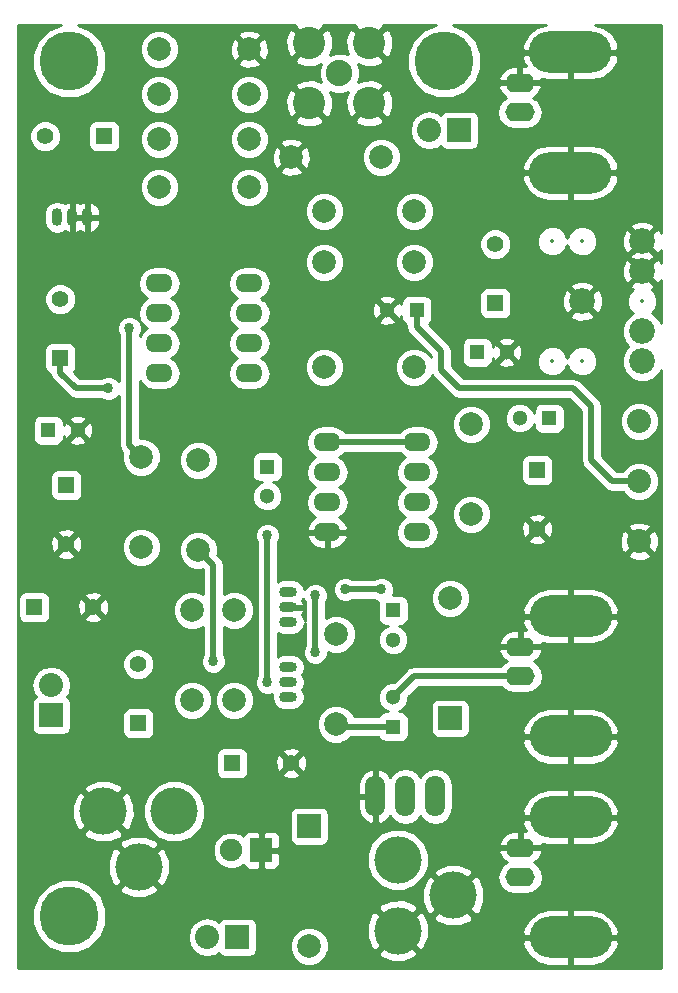
<source format=gbl>
%TF.GenerationSoftware,KiCad,Pcbnew,4.0.4+e1-6308~48~ubuntu16.04.1-stable*%
%TF.CreationDate,2016-12-09T19:15:12-08:00*%
%TF.ProjectId,e202var-vlf-radio-receiver,653230327661722D766C662D72616469,v1.2*%
%TF.FileFunction,Copper,L2,Bot,Signal*%
%FSLAX46Y46*%
G04 Gerber Fmt 4.6, Leading zero omitted, Abs format (unit mm)*
G04 Created by KiCad (PCBNEW 4.0.4+e1-6308~48~ubuntu16.04.1-stable) date Fri Dec  9 19:15:12 2016*
%MOMM*%
%LPD*%
G01*
G04 APERTURE LIST*
%ADD10C,0.350000*%
%ADD11C,4.000000*%
%ADD12C,2.740000*%
%ADD13C,2.240000*%
%ADD14O,7.000240X3.500120*%
%ADD15O,2.499360X1.600200*%
%ADD16R,1.400000X1.400000*%
%ADD17C,1.400000*%
%ADD18R,1.300000X1.300000*%
%ADD19C,1.300000*%
%ADD20C,1.998980*%
%ADD21R,1.998980X1.998980*%
%ADD22R,2.032000X2.032000*%
%ADD23O,2.032000X2.032000*%
%ADD24O,1.501140X0.899160*%
%ADD25O,0.899160X1.501140*%
%ADD26C,2.032000*%
%ADD27O,1.699260X3.500120*%
%ADD28O,2.300000X1.600000*%
%ADD29C,5.000000*%
%ADD30C,2.184400*%
%ADD31R,1.900000X2.000000*%
%ADD32C,1.900000*%
%ADD33C,0.863600*%
%ADD34C,0.508000*%
%ADD35C,0.254000*%
%ADD36C,0.350000*%
G04 APERTURE END LIST*
D10*
D11*
X91313000Y-109522260D03*
X91313000Y-115521740D03*
X96012000Y-112522000D03*
X72390000Y-105410000D03*
X66390520Y-105410000D03*
X69390260Y-110109000D03*
D12*
X83820000Y-45466000D03*
X88900000Y-45466000D03*
X88900000Y-40386000D03*
X83820000Y-40386000D03*
D13*
X86360000Y-42926000D03*
D14*
X105943400Y-105900220D03*
X105943400Y-116098320D03*
D15*
X101678740Y-110998000D03*
X101678740Y-108498640D03*
D14*
X105918000Y-41148000D03*
X105918000Y-51346100D03*
D15*
X101653340Y-46245780D03*
X101653340Y-43746420D03*
D14*
X105943400Y-88882220D03*
X105943400Y-99080320D03*
D15*
X101678740Y-93980000D03*
X101678740Y-91480640D03*
D16*
X60532000Y-88138000D03*
D17*
X65532000Y-88138000D03*
D16*
X66468000Y-48260000D03*
D17*
X61468000Y-48260000D03*
D16*
X62738000Y-67056000D03*
D17*
X62738000Y-62056000D03*
D18*
X80264000Y-76240000D03*
D19*
X80264000Y-78740000D03*
D18*
X90932000Y-88392000D03*
D19*
X90932000Y-90892000D03*
D18*
X104140000Y-72136000D03*
D19*
X101640000Y-72136000D03*
D16*
X103124000Y-76534000D03*
D17*
X103124000Y-81534000D03*
D18*
X61722000Y-73152000D03*
D19*
X64222000Y-73152000D03*
D16*
X99568000Y-62404000D03*
D17*
X99568000Y-57404000D03*
D18*
X98044000Y-66548000D03*
D19*
X100544000Y-66548000D03*
D18*
X90932000Y-98258000D03*
D19*
X90932000Y-95758000D03*
D16*
X63246000Y-77804000D03*
D17*
X63246000Y-82804000D03*
D18*
X92924000Y-62992000D03*
D19*
X90424000Y-62992000D03*
D16*
X69342000Y-97964000D03*
D17*
X69342000Y-92964000D03*
D20*
X83820000Y-116840000D03*
D21*
X83820000Y-106680000D03*
D20*
X95752920Y-87376000D03*
D21*
X95752920Y-97536000D03*
D22*
X77724000Y-116078000D03*
D23*
X75184000Y-116078000D03*
D22*
X61976000Y-97282000D03*
D23*
X61976000Y-94742000D03*
D22*
X96520000Y-47752000D03*
D23*
X93980000Y-47752000D03*
D24*
X82042000Y-94488000D03*
X82042000Y-93218000D03*
X82042000Y-95758000D03*
D25*
X63754000Y-55118000D03*
X62484000Y-55118000D03*
X65024000Y-55118000D03*
D20*
X78740000Y-52578000D03*
X71120000Y-52578000D03*
X85090000Y-67818000D03*
X92710000Y-67818000D03*
X74422000Y-75692000D03*
X74422000Y-83312000D03*
X71120000Y-40894000D03*
X78740000Y-40894000D03*
X89916000Y-50038000D03*
X82296000Y-50038000D03*
X85090000Y-58928000D03*
X92710000Y-58928000D03*
X97536000Y-72644000D03*
X97536000Y-80264000D03*
X92710000Y-54610000D03*
X85090000Y-54610000D03*
D26*
X111760000Y-72390000D03*
X111760000Y-77470000D03*
X111760000Y-82550000D03*
D20*
X86106000Y-98044000D03*
X86106000Y-90424000D03*
X77470000Y-88392000D03*
X77470000Y-96012000D03*
X73914000Y-88392000D03*
X73914000Y-96012000D03*
X69596000Y-83058000D03*
X69596000Y-75438000D03*
D27*
X91948000Y-104140000D03*
X89408000Y-104140000D03*
X94488000Y-104140000D03*
D24*
X82042000Y-88138000D03*
X82042000Y-86868000D03*
X82042000Y-89408000D03*
D28*
X78740000Y-68326000D03*
X78740000Y-65786000D03*
X78740000Y-63246000D03*
X78740000Y-60706000D03*
X71120000Y-60706000D03*
X71120000Y-63246000D03*
X71120000Y-65786000D03*
X71120000Y-68326000D03*
X85344000Y-74168000D03*
X85344000Y-76708000D03*
X85344000Y-79248000D03*
X85344000Y-81788000D03*
X92964000Y-81788000D03*
X92964000Y-79248000D03*
X92964000Y-76708000D03*
X92964000Y-74168000D03*
D20*
X78740000Y-44704000D03*
X71120000Y-44704000D03*
D29*
X63500000Y-41910000D03*
X63500000Y-114300000D03*
X95250000Y-41910000D03*
D30*
X112014000Y-57150000D03*
X112014000Y-59690000D03*
X112014000Y-64770000D03*
X112014000Y-67310000D03*
X106934000Y-62230000D03*
D20*
X71120000Y-48514000D03*
X78740000Y-48514000D03*
D16*
X77296000Y-101346000D03*
D17*
X82296000Y-101346000D03*
D31*
X79756000Y-108712000D03*
D32*
X77216000Y-108712000D03*
D33*
X80264000Y-82042000D03*
X80264000Y-94488000D03*
X66802000Y-69596000D03*
X86868000Y-86614000D03*
X89916000Y-86614000D03*
X68580000Y-64516000D03*
X75692000Y-92710000D03*
X84328000Y-91948000D03*
X84328000Y-87122000D03*
D34*
X85344000Y-74168000D02*
X87002000Y-74168000D01*
X87002000Y-74168000D02*
X92964000Y-74168000D01*
X101678740Y-93980000D02*
X92710000Y-93980000D01*
X92710000Y-93980000D02*
X90932000Y-95758000D01*
X80264000Y-94488000D02*
X80264000Y-82042000D01*
X66802000Y-69596000D02*
X64070000Y-69596000D01*
X64070000Y-69596000D02*
X62738000Y-68264000D01*
X62738000Y-68264000D02*
X62738000Y-67056000D01*
X88138000Y-86614000D02*
X86868000Y-86614000D01*
X89916000Y-86614000D02*
X88138000Y-86614000D01*
X90932000Y-98258000D02*
X86320000Y-98258000D01*
X86320000Y-98258000D02*
X86106000Y-98044000D01*
X68580000Y-64516000D02*
X68580000Y-74422000D01*
X68580000Y-74422000D02*
X69596000Y-75438000D01*
X92924000Y-64404000D02*
X92924000Y-63754000D01*
X92924000Y-63754000D02*
X92924000Y-63246000D01*
X92924000Y-62992000D02*
X92924000Y-63754000D01*
X94996000Y-68072000D02*
X94996000Y-66476000D01*
X94996000Y-66476000D02*
X92924000Y-64404000D01*
X96520000Y-69596000D02*
X94996000Y-68072000D01*
X106172000Y-69596000D02*
X96520000Y-69596000D01*
X107696000Y-71120000D02*
X106172000Y-69596000D01*
X107696000Y-75692000D02*
X107696000Y-71120000D01*
X109474000Y-77470000D02*
X107696000Y-75692000D01*
X111760000Y-77470000D02*
X109474000Y-77470000D01*
X75692000Y-92710000D02*
X75692000Y-84582000D01*
X75692000Y-84582000D02*
X74422000Y-83312000D01*
X84328000Y-87122000D02*
X84328000Y-91948000D01*
D35*
G36*
X61726485Y-39250727D02*
X60843826Y-40131847D01*
X60365546Y-41283674D01*
X60364457Y-42530854D01*
X60840727Y-43683515D01*
X61721847Y-44566174D01*
X62873674Y-45044454D01*
X64120854Y-45045543D01*
X64164051Y-45027694D01*
X69485226Y-45027694D01*
X69733538Y-45628655D01*
X70192927Y-46088846D01*
X70793453Y-46338206D01*
X71443694Y-46338774D01*
X72044655Y-46090462D01*
X72504846Y-45631073D01*
X72754206Y-45030547D01*
X72754208Y-45027694D01*
X77105226Y-45027694D01*
X77353538Y-45628655D01*
X77812927Y-46088846D01*
X78413453Y-46338206D01*
X79063694Y-46338774D01*
X79664655Y-46090462D01*
X80124846Y-45631073D01*
X80339891Y-45113186D01*
X81806395Y-45113186D01*
X81824656Y-45910615D01*
X82094688Y-46562531D01*
X82399954Y-46706441D01*
X83640395Y-45466000D01*
X82399954Y-44225559D01*
X82094688Y-44369469D01*
X81806395Y-45113186D01*
X80339891Y-45113186D01*
X80374206Y-45030547D01*
X80374774Y-44380306D01*
X80126462Y-43779345D01*
X79667073Y-43319154D01*
X79066547Y-43069794D01*
X78416306Y-43069226D01*
X77815345Y-43317538D01*
X77355154Y-43776927D01*
X77105794Y-44377453D01*
X77105226Y-45027694D01*
X72754208Y-45027694D01*
X72754774Y-44380306D01*
X72506462Y-43779345D01*
X72047073Y-43319154D01*
X71446547Y-43069794D01*
X70796306Y-43069226D01*
X70195345Y-43317538D01*
X69735154Y-43776927D01*
X69485794Y-44377453D01*
X69485226Y-45027694D01*
X64164051Y-45027694D01*
X65273515Y-44569273D01*
X66156174Y-43688153D01*
X66634454Y-42536326D01*
X66635543Y-41289146D01*
X66606020Y-41217694D01*
X69485226Y-41217694D01*
X69733538Y-41818655D01*
X70192927Y-42278846D01*
X70793453Y-42528206D01*
X71443694Y-42528774D01*
X72044655Y-42280462D01*
X72279363Y-42046163D01*
X77767443Y-42046163D01*
X77866042Y-42312965D01*
X78475582Y-42539401D01*
X79125377Y-42515341D01*
X79613958Y-42312965D01*
X79712557Y-42046163D01*
X78740000Y-41073605D01*
X77767443Y-42046163D01*
X72279363Y-42046163D01*
X72504846Y-41821073D01*
X72754206Y-41220547D01*
X72754722Y-40629582D01*
X77094599Y-40629582D01*
X77118659Y-41279377D01*
X77321035Y-41767958D01*
X77587837Y-41866557D01*
X78560395Y-40894000D01*
X78919605Y-40894000D01*
X79892163Y-41866557D01*
X80055901Y-41806046D01*
X82579559Y-41806046D01*
X82723469Y-42111312D01*
X83467186Y-42399605D01*
X84264615Y-42381344D01*
X84773381Y-42170606D01*
X84605306Y-42575377D01*
X84604697Y-43273559D01*
X84775049Y-43685844D01*
X84172814Y-43452395D01*
X83375385Y-43470656D01*
X82723469Y-43740688D01*
X82579559Y-44045954D01*
X83820000Y-45286395D01*
X83834143Y-45272253D01*
X84013748Y-45451858D01*
X83999605Y-45466000D01*
X85240046Y-46706441D01*
X85545312Y-46562531D01*
X85833605Y-45818814D01*
X85815344Y-45021385D01*
X85604606Y-44512619D01*
X86009377Y-44680694D01*
X86707559Y-44681303D01*
X87119844Y-44510951D01*
X86886395Y-45113186D01*
X86904656Y-45910615D01*
X87174688Y-46562531D01*
X87479954Y-46706441D01*
X88720395Y-45466000D01*
X89079605Y-45466000D01*
X90320046Y-46706441D01*
X90625312Y-46562531D01*
X90913605Y-45818814D01*
X90895344Y-45021385D01*
X90625312Y-44369469D01*
X90320046Y-44225559D01*
X89079605Y-45466000D01*
X88720395Y-45466000D01*
X88706253Y-45451858D01*
X88885858Y-45272253D01*
X88900000Y-45286395D01*
X90140441Y-44045954D01*
X89996531Y-43740688D01*
X89252814Y-43452395D01*
X88455385Y-43470656D01*
X87946619Y-43681394D01*
X88114694Y-43276623D01*
X88115303Y-42578441D01*
X87944951Y-42166156D01*
X88547186Y-42399605D01*
X89344615Y-42381344D01*
X89996531Y-42111312D01*
X90140441Y-41806046D01*
X88900000Y-40565605D01*
X88885858Y-40579748D01*
X88706253Y-40400143D01*
X88720395Y-40386000D01*
X89079605Y-40386000D01*
X90320046Y-41626441D01*
X90625312Y-41482531D01*
X90913605Y-40738814D01*
X90895344Y-39941385D01*
X90625312Y-39289469D01*
X90320046Y-39145559D01*
X89079605Y-40386000D01*
X88720395Y-40386000D01*
X87479954Y-39145559D01*
X87174688Y-39289469D01*
X86886395Y-40033186D01*
X86904656Y-40830615D01*
X87115394Y-41339381D01*
X86710623Y-41171306D01*
X86012441Y-41170697D01*
X85600156Y-41341049D01*
X85833605Y-40738814D01*
X85815344Y-39941385D01*
X85545312Y-39289469D01*
X85240046Y-39145559D01*
X83999605Y-40386000D01*
X84013748Y-40400143D01*
X83834143Y-40579748D01*
X83820000Y-40565605D01*
X82579559Y-41806046D01*
X80055901Y-41806046D01*
X80158965Y-41767958D01*
X80385401Y-41158418D01*
X80361341Y-40508623D01*
X80164410Y-40033186D01*
X81806395Y-40033186D01*
X81824656Y-40830615D01*
X82094688Y-41482531D01*
X82399954Y-41626441D01*
X83640395Y-40386000D01*
X82399954Y-39145559D01*
X82094688Y-39289469D01*
X81806395Y-40033186D01*
X80164410Y-40033186D01*
X80158965Y-40020042D01*
X79892163Y-39921443D01*
X78919605Y-40894000D01*
X78560395Y-40894000D01*
X77587837Y-39921443D01*
X77321035Y-40020042D01*
X77094599Y-40629582D01*
X72754722Y-40629582D01*
X72754774Y-40570306D01*
X72506462Y-39969345D01*
X72279351Y-39741837D01*
X77767443Y-39741837D01*
X78740000Y-40714395D01*
X79712557Y-39741837D01*
X79613958Y-39475035D01*
X79004418Y-39248599D01*
X78354623Y-39272659D01*
X77866042Y-39475035D01*
X77767443Y-39741837D01*
X72279351Y-39741837D01*
X72047073Y-39509154D01*
X71446547Y-39259794D01*
X70796306Y-39259226D01*
X70195345Y-39507538D01*
X69735154Y-39966927D01*
X69485794Y-40567453D01*
X69485226Y-41217694D01*
X66606020Y-41217694D01*
X66159273Y-40136485D01*
X65278153Y-39253826D01*
X64212190Y-38811200D01*
X82652514Y-38811200D01*
X82579559Y-38965954D01*
X83820000Y-40206395D01*
X85060441Y-38965954D01*
X84987486Y-38811200D01*
X87732514Y-38811200D01*
X87659559Y-38965954D01*
X88900000Y-40206395D01*
X90140441Y-38965954D01*
X90067486Y-38811200D01*
X94540221Y-38811200D01*
X93476485Y-39250727D01*
X92593826Y-40131847D01*
X92115546Y-41283674D01*
X92114457Y-42530854D01*
X92590727Y-43683515D01*
X93471847Y-44566174D01*
X94623674Y-45044454D01*
X95870854Y-45045543D01*
X97023515Y-44569273D01*
X97906174Y-43688153D01*
X98026919Y-43397365D01*
X99811757Y-43397365D01*
X99933744Y-43619420D01*
X101526340Y-43619420D01*
X101526340Y-42311320D01*
X101780340Y-42311320D01*
X101780340Y-43619420D01*
X103372936Y-43619420D01*
X103494923Y-43397365D01*
X103494147Y-43393704D01*
X104040940Y-43533060D01*
X105791000Y-43533060D01*
X105791000Y-41275000D01*
X106045000Y-41275000D01*
X106045000Y-43533060D01*
X107795060Y-43533060D01*
X108698116Y-43302907D01*
X109444355Y-42744689D01*
X109920169Y-41943390D01*
X110000546Y-41646013D01*
X109890745Y-41275000D01*
X106045000Y-41275000D01*
X105791000Y-41275000D01*
X101945255Y-41275000D01*
X101835454Y-41646013D01*
X101915831Y-41943390D01*
X102134309Y-42311320D01*
X101780340Y-42311320D01*
X101526340Y-42311320D01*
X101076760Y-42311320D01*
X100537238Y-42469161D01*
X100099188Y-42821453D01*
X99829299Y-43314563D01*
X99811757Y-43397365D01*
X98026919Y-43397365D01*
X98384454Y-42536326D01*
X98385543Y-41289146D01*
X97909273Y-40136485D01*
X97028153Y-39253826D01*
X95962190Y-38811200D01*
X103851581Y-38811200D01*
X103137884Y-38993093D01*
X102391645Y-39551311D01*
X101915831Y-40352610D01*
X101835454Y-40649987D01*
X101945255Y-41021000D01*
X105791000Y-41021000D01*
X105791000Y-41001000D01*
X106045000Y-41001000D01*
X106045000Y-41021000D01*
X109890745Y-41021000D01*
X110000546Y-40649987D01*
X109920169Y-40352610D01*
X109444355Y-39551311D01*
X108698116Y-38993093D01*
X107984419Y-38811200D01*
X113588800Y-38811200D01*
X113588800Y-56411415D01*
X113509649Y-56220328D01*
X113233227Y-56110378D01*
X112193605Y-57150000D01*
X113233227Y-58189622D01*
X113509649Y-58079672D01*
X113588800Y-57869255D01*
X113588800Y-58951415D01*
X113509649Y-58760328D01*
X113233227Y-58650378D01*
X112193605Y-59690000D01*
X113233227Y-60729622D01*
X113509649Y-60619672D01*
X113588800Y-60409255D01*
X113588800Y-64058386D01*
X113479103Y-63792898D01*
X112993658Y-63306605D01*
X112822364Y-63235477D01*
X113100786Y-62957540D01*
X113296477Y-62486264D01*
X113296923Y-61975974D01*
X113102055Y-61504358D01*
X112830639Y-61232469D01*
X112943672Y-61185649D01*
X113053622Y-60909227D01*
X112014000Y-59869605D01*
X110974378Y-60909227D01*
X111084328Y-61185649D01*
X111200719Y-61229431D01*
X110927214Y-61502460D01*
X110731523Y-61973736D01*
X110731077Y-62484026D01*
X110925945Y-62955642D01*
X111205180Y-63235364D01*
X111036898Y-63304897D01*
X110550605Y-63790342D01*
X110287100Y-64424931D01*
X110286501Y-65112054D01*
X110548897Y-65747102D01*
X110841369Y-66040085D01*
X110550605Y-66330342D01*
X110287100Y-66964931D01*
X110286501Y-67652054D01*
X110548897Y-68287102D01*
X111034342Y-68773395D01*
X111668931Y-69036900D01*
X112356054Y-69037499D01*
X112991102Y-68775103D01*
X113477395Y-68289658D01*
X113588800Y-68021366D01*
X113588800Y-118668800D01*
X59131200Y-118668800D01*
X59131200Y-114920854D01*
X60364457Y-114920854D01*
X60840727Y-116073515D01*
X61721847Y-116956174D01*
X62873674Y-117434454D01*
X64120854Y-117435543D01*
X65273515Y-116959273D01*
X66156174Y-116078153D01*
X66169668Y-116045655D01*
X73533000Y-116045655D01*
X73533000Y-116110345D01*
X73658675Y-116742155D01*
X74016567Y-117277778D01*
X74552190Y-117635670D01*
X75184000Y-117761345D01*
X75815810Y-117635670D01*
X76155792Y-117408501D01*
X76243910Y-117545441D01*
X76456110Y-117690431D01*
X76708000Y-117741440D01*
X78740000Y-117741440D01*
X78975317Y-117697162D01*
X79191441Y-117558090D01*
X79336431Y-117345890D01*
X79373326Y-117163694D01*
X82185226Y-117163694D01*
X82433538Y-117764655D01*
X82892927Y-118224846D01*
X83493453Y-118474206D01*
X84143694Y-118474774D01*
X84744655Y-118226462D01*
X85204846Y-117767073D01*
X85358612Y-117396762D01*
X89617584Y-117396762D01*
X89838353Y-117767483D01*
X90810012Y-118160859D01*
X91858247Y-118152453D01*
X92787647Y-117767483D01*
X93008416Y-117396762D01*
X91313000Y-115701345D01*
X89617584Y-117396762D01*
X85358612Y-117396762D01*
X85454206Y-117166547D01*
X85454774Y-116516306D01*
X85206462Y-115915345D01*
X84747073Y-115455154D01*
X84146547Y-115205794D01*
X83496306Y-115205226D01*
X82895345Y-115453538D01*
X82435154Y-115912927D01*
X82185794Y-116513453D01*
X82185226Y-117163694D01*
X79373326Y-117163694D01*
X79387440Y-117094000D01*
X79387440Y-115062000D01*
X79379303Y-115018752D01*
X88673881Y-115018752D01*
X88682287Y-116066987D01*
X89067257Y-116996387D01*
X89437978Y-117217156D01*
X91133395Y-115521740D01*
X91492605Y-115521740D01*
X93188022Y-117217156D01*
X93558743Y-116996387D01*
X93720704Y-116596333D01*
X101860854Y-116596333D01*
X101941231Y-116893710D01*
X102417045Y-117695009D01*
X103163284Y-118253227D01*
X104066340Y-118483380D01*
X105816400Y-118483380D01*
X105816400Y-116225320D01*
X106070400Y-116225320D01*
X106070400Y-118483380D01*
X107820460Y-118483380D01*
X108723516Y-118253227D01*
X109469755Y-117695009D01*
X109945569Y-116893710D01*
X110025946Y-116596333D01*
X109916145Y-116225320D01*
X106070400Y-116225320D01*
X105816400Y-116225320D01*
X101970655Y-116225320D01*
X101860854Y-116596333D01*
X93720704Y-116596333D01*
X93952119Y-116024728D01*
X93948716Y-115600307D01*
X101860854Y-115600307D01*
X101970655Y-115971320D01*
X105816400Y-115971320D01*
X105816400Y-113713260D01*
X106070400Y-113713260D01*
X106070400Y-115971320D01*
X109916145Y-115971320D01*
X110025946Y-115600307D01*
X109945569Y-115302930D01*
X109469755Y-114501631D01*
X108723516Y-113943413D01*
X107820460Y-113713260D01*
X106070400Y-113713260D01*
X105816400Y-113713260D01*
X104066340Y-113713260D01*
X103163284Y-113943413D01*
X102417045Y-114501631D01*
X101941231Y-115302930D01*
X101860854Y-115600307D01*
X93948716Y-115600307D01*
X93943713Y-114976493D01*
X93703689Y-114397022D01*
X94316584Y-114397022D01*
X94537353Y-114767743D01*
X95509012Y-115161119D01*
X96557247Y-115152713D01*
X97486647Y-114767743D01*
X97707416Y-114397022D01*
X96012000Y-112701605D01*
X94316584Y-114397022D01*
X93703689Y-114397022D01*
X93558743Y-114047093D01*
X93188022Y-113826324D01*
X91492605Y-115521740D01*
X91133395Y-115521740D01*
X89437978Y-113826324D01*
X89067257Y-114047093D01*
X88673881Y-115018752D01*
X79379303Y-115018752D01*
X79343162Y-114826683D01*
X79204090Y-114610559D01*
X78991890Y-114465569D01*
X78740000Y-114414560D01*
X76708000Y-114414560D01*
X76472683Y-114458838D01*
X76256559Y-114597910D01*
X76154802Y-114746837D01*
X75815810Y-114520330D01*
X75184000Y-114394655D01*
X74552190Y-114520330D01*
X74016567Y-114878222D01*
X73658675Y-115413845D01*
X73533000Y-116045655D01*
X66169668Y-116045655D01*
X66634454Y-114926326D01*
X66635543Y-113679146D01*
X66622145Y-113646718D01*
X89617584Y-113646718D01*
X91313000Y-115342135D01*
X93008416Y-113646718D01*
X92787647Y-113275997D01*
X91815988Y-112882621D01*
X90767753Y-112891027D01*
X89838353Y-113275997D01*
X89617584Y-113646718D01*
X66622145Y-113646718D01*
X66159273Y-112526485D01*
X65617756Y-111984022D01*
X67694844Y-111984022D01*
X67915613Y-112354743D01*
X68887272Y-112748119D01*
X69935507Y-112739713D01*
X70864907Y-112354743D01*
X71085676Y-111984022D01*
X69390260Y-110288605D01*
X67694844Y-111984022D01*
X65617756Y-111984022D01*
X65278153Y-111643826D01*
X64126326Y-111165546D01*
X62879146Y-111164457D01*
X61726485Y-111640727D01*
X60843826Y-112521847D01*
X60365546Y-113673674D01*
X60364457Y-114920854D01*
X59131200Y-114920854D01*
X59131200Y-109606012D01*
X66751141Y-109606012D01*
X66759547Y-110654247D01*
X67144517Y-111583647D01*
X67515238Y-111804416D01*
X69210655Y-110109000D01*
X69569865Y-110109000D01*
X71265282Y-111804416D01*
X71636003Y-111583647D01*
X72029379Y-110611988D01*
X72020973Y-109563753D01*
X71798185Y-109025893D01*
X75630725Y-109025893D01*
X75871519Y-109608657D01*
X76316997Y-110054914D01*
X76899341Y-110296724D01*
X77529893Y-110297275D01*
X78112657Y-110056481D01*
X78217867Y-109951455D01*
X78267673Y-110071698D01*
X78446301Y-110250327D01*
X78679690Y-110347000D01*
X79470250Y-110347000D01*
X79629000Y-110188250D01*
X79629000Y-108839000D01*
X79883000Y-108839000D01*
X79883000Y-110188250D01*
X80041750Y-110347000D01*
X80832310Y-110347000D01*
X81065699Y-110250327D01*
X81244327Y-110071698D01*
X81255760Y-110044094D01*
X88677543Y-110044094D01*
X89077853Y-111012918D01*
X89818443Y-111754802D01*
X90786567Y-112156802D01*
X91834834Y-112157717D01*
X92170525Y-112019012D01*
X93372881Y-112019012D01*
X93381287Y-113067247D01*
X93766257Y-113996647D01*
X94136978Y-114217416D01*
X95832395Y-112522000D01*
X96191605Y-112522000D01*
X97887022Y-114217416D01*
X98257743Y-113996647D01*
X98651119Y-113024988D01*
X98642713Y-111976753D01*
X98257743Y-111047353D01*
X98174869Y-110998000D01*
X99757137Y-110998000D01*
X99866377Y-111547189D01*
X100177468Y-112012769D01*
X100643048Y-112323860D01*
X101192237Y-112433100D01*
X102165243Y-112433100D01*
X102714432Y-112323860D01*
X103180012Y-112012769D01*
X103491103Y-111547189D01*
X103600343Y-110998000D01*
X103491103Y-110448811D01*
X103180012Y-109983231D01*
X102828821Y-109748572D01*
X103232892Y-109423607D01*
X103502781Y-108930497D01*
X103520323Y-108847695D01*
X103398336Y-108625640D01*
X101805740Y-108625640D01*
X101805740Y-108645640D01*
X101551740Y-108645640D01*
X101551740Y-108625640D01*
X99959144Y-108625640D01*
X99837157Y-108847695D01*
X99854699Y-108930497D01*
X100124588Y-109423607D01*
X100528659Y-109748572D01*
X100177468Y-109983231D01*
X99866377Y-110448811D01*
X99757137Y-110998000D01*
X98174869Y-110998000D01*
X97887022Y-110826584D01*
X96191605Y-112522000D01*
X95832395Y-112522000D01*
X94136978Y-110826584D01*
X93766257Y-111047353D01*
X93372881Y-112019012D01*
X92170525Y-112019012D01*
X92803658Y-111757407D01*
X93545542Y-111016817D01*
X93699112Y-110646978D01*
X94316584Y-110646978D01*
X96012000Y-112342395D01*
X97707416Y-110646978D01*
X97486647Y-110276257D01*
X96514988Y-109882881D01*
X95466753Y-109891287D01*
X94537353Y-110276257D01*
X94316584Y-110646978D01*
X93699112Y-110646978D01*
X93947542Y-110048693D01*
X93948457Y-109000426D01*
X93596897Y-108149585D01*
X99837157Y-108149585D01*
X99959144Y-108371640D01*
X101551740Y-108371640D01*
X101551740Y-107063540D01*
X101805740Y-107063540D01*
X101805740Y-108371640D01*
X103398336Y-108371640D01*
X103520323Y-108149585D01*
X103519547Y-108145924D01*
X104066340Y-108285280D01*
X105816400Y-108285280D01*
X105816400Y-106027220D01*
X106070400Y-106027220D01*
X106070400Y-108285280D01*
X107820460Y-108285280D01*
X108723516Y-108055127D01*
X109469755Y-107496909D01*
X109945569Y-106695610D01*
X110025946Y-106398233D01*
X109916145Y-106027220D01*
X106070400Y-106027220D01*
X105816400Y-106027220D01*
X101970655Y-106027220D01*
X101860854Y-106398233D01*
X101941231Y-106695610D01*
X102159709Y-107063540D01*
X101805740Y-107063540D01*
X101551740Y-107063540D01*
X101102160Y-107063540D01*
X100562638Y-107221381D01*
X100124588Y-107573673D01*
X99854699Y-108066783D01*
X99837157Y-108149585D01*
X93596897Y-108149585D01*
X93548147Y-108031602D01*
X92807557Y-107289718D01*
X91839433Y-106887718D01*
X90791166Y-106886803D01*
X89822342Y-107287113D01*
X89080458Y-108027703D01*
X88678458Y-108995827D01*
X88677543Y-110044094D01*
X81255760Y-110044094D01*
X81341000Y-109838309D01*
X81341000Y-108997750D01*
X81182250Y-108839000D01*
X79883000Y-108839000D01*
X79629000Y-108839000D01*
X79609000Y-108839000D01*
X79609000Y-108585000D01*
X79629000Y-108585000D01*
X79629000Y-107235750D01*
X79883000Y-107235750D01*
X79883000Y-108585000D01*
X81182250Y-108585000D01*
X81341000Y-108426250D01*
X81341000Y-107585691D01*
X81244327Y-107352302D01*
X81065699Y-107173673D01*
X80832310Y-107077000D01*
X80041750Y-107077000D01*
X79883000Y-107235750D01*
X79629000Y-107235750D01*
X79470250Y-107077000D01*
X78679690Y-107077000D01*
X78446301Y-107173673D01*
X78267673Y-107352302D01*
X78217988Y-107472251D01*
X78115003Y-107369086D01*
X77532659Y-107127276D01*
X76902107Y-107126725D01*
X76319343Y-107367519D01*
X75873086Y-107812997D01*
X75631276Y-108395341D01*
X75630725Y-109025893D01*
X71798185Y-109025893D01*
X71636003Y-108634353D01*
X71265282Y-108413584D01*
X69569865Y-110109000D01*
X69210655Y-110109000D01*
X67515238Y-108413584D01*
X67144517Y-108634353D01*
X66751141Y-109606012D01*
X59131200Y-109606012D01*
X59131200Y-108233978D01*
X67694844Y-108233978D01*
X69390260Y-109929395D01*
X71085676Y-108233978D01*
X70864907Y-107863257D01*
X69893248Y-107469881D01*
X68845013Y-107478287D01*
X67915613Y-107863257D01*
X67694844Y-108233978D01*
X59131200Y-108233978D01*
X59131200Y-107285022D01*
X64695104Y-107285022D01*
X64915873Y-107655743D01*
X65887532Y-108049119D01*
X66935767Y-108040713D01*
X67865167Y-107655743D01*
X68085936Y-107285022D01*
X66390520Y-105589605D01*
X64695104Y-107285022D01*
X59131200Y-107285022D01*
X59131200Y-104907012D01*
X63751401Y-104907012D01*
X63759807Y-105955247D01*
X64144777Y-106884647D01*
X64515498Y-107105416D01*
X66210915Y-105410000D01*
X66570125Y-105410000D01*
X68265542Y-107105416D01*
X68636263Y-106884647D01*
X69022009Y-105931834D01*
X69754543Y-105931834D01*
X70154853Y-106900658D01*
X70895443Y-107642542D01*
X71863567Y-108044542D01*
X72911834Y-108045457D01*
X73880658Y-107645147D01*
X74622542Y-106904557D01*
X75024542Y-105936433D01*
X75024765Y-105680510D01*
X82173070Y-105680510D01*
X82173070Y-107679490D01*
X82217348Y-107914807D01*
X82356420Y-108130931D01*
X82568620Y-108275921D01*
X82820510Y-108326930D01*
X84819490Y-108326930D01*
X85054807Y-108282652D01*
X85270931Y-108143580D01*
X85415921Y-107931380D01*
X85466930Y-107679490D01*
X85466930Y-105680510D01*
X85422652Y-105445193D01*
X85283580Y-105229069D01*
X85071380Y-105084079D01*
X84819490Y-105033070D01*
X82820510Y-105033070D01*
X82585193Y-105077348D01*
X82369069Y-105216420D01*
X82224079Y-105428620D01*
X82173070Y-105680510D01*
X75024765Y-105680510D01*
X75025457Y-104888166D01*
X74768797Y-104267000D01*
X87923370Y-104267000D01*
X87923370Y-105167430D01*
X88084982Y-105725906D01*
X88448011Y-106180024D01*
X88957190Y-106460649D01*
X89051168Y-106481540D01*
X89281000Y-106360214D01*
X89281000Y-104267000D01*
X87923370Y-104267000D01*
X74768797Y-104267000D01*
X74625147Y-103919342D01*
X73884557Y-103177458D01*
X73728290Y-103112570D01*
X87923370Y-103112570D01*
X87923370Y-104013000D01*
X89281000Y-104013000D01*
X89281000Y-101919786D01*
X89535000Y-101919786D01*
X89535000Y-104013000D01*
X89555000Y-104013000D01*
X89555000Y-104267000D01*
X89535000Y-104267000D01*
X89535000Y-106360214D01*
X89764832Y-106481540D01*
X89858810Y-106460649D01*
X90367989Y-106180024D01*
X90672484Y-105799127D01*
X90898208Y-106136948D01*
X91379857Y-106458775D01*
X91948000Y-106571786D01*
X92516143Y-106458775D01*
X92997792Y-106136948D01*
X93218000Y-105807383D01*
X93438208Y-106136948D01*
X93919857Y-106458775D01*
X94488000Y-106571786D01*
X95056143Y-106458775D01*
X95537792Y-106136948D01*
X95859619Y-105655299D01*
X95909962Y-105402207D01*
X101860854Y-105402207D01*
X101970655Y-105773220D01*
X105816400Y-105773220D01*
X105816400Y-103515160D01*
X106070400Y-103515160D01*
X106070400Y-105773220D01*
X109916145Y-105773220D01*
X110025946Y-105402207D01*
X109945569Y-105104830D01*
X109469755Y-104303531D01*
X108723516Y-103745313D01*
X107820460Y-103515160D01*
X106070400Y-103515160D01*
X105816400Y-103515160D01*
X104066340Y-103515160D01*
X103163284Y-103745313D01*
X102417045Y-104303531D01*
X101941231Y-105104830D01*
X101860854Y-105402207D01*
X95909962Y-105402207D01*
X95972630Y-105087156D01*
X95972630Y-103192844D01*
X95859619Y-102624701D01*
X95537792Y-102143052D01*
X95056143Y-101821225D01*
X94488000Y-101708214D01*
X93919857Y-101821225D01*
X93438208Y-102143052D01*
X93218000Y-102472617D01*
X92997792Y-102143052D01*
X92516143Y-101821225D01*
X91948000Y-101708214D01*
X91379857Y-101821225D01*
X90898208Y-102143052D01*
X90672484Y-102480873D01*
X90367989Y-102099976D01*
X89858810Y-101819351D01*
X89764832Y-101798460D01*
X89535000Y-101919786D01*
X89281000Y-101919786D01*
X89051168Y-101798460D01*
X88957190Y-101819351D01*
X88448011Y-102099976D01*
X88084982Y-102554094D01*
X87923370Y-103112570D01*
X73728290Y-103112570D01*
X72916433Y-102775458D01*
X71868166Y-102774543D01*
X70899342Y-103174853D01*
X70157458Y-103915443D01*
X69755458Y-104883567D01*
X69754543Y-105931834D01*
X69022009Y-105931834D01*
X69029639Y-105912988D01*
X69021233Y-104864753D01*
X68636263Y-103935353D01*
X68265542Y-103714584D01*
X66570125Y-105410000D01*
X66210915Y-105410000D01*
X64515498Y-103714584D01*
X64144777Y-103935353D01*
X63751401Y-104907012D01*
X59131200Y-104907012D01*
X59131200Y-103534978D01*
X64695104Y-103534978D01*
X66390520Y-105230395D01*
X68085936Y-103534978D01*
X67865167Y-103164257D01*
X66893508Y-102770881D01*
X65845273Y-102779287D01*
X64915873Y-103164257D01*
X64695104Y-103534978D01*
X59131200Y-103534978D01*
X59131200Y-100646000D01*
X75948560Y-100646000D01*
X75948560Y-102046000D01*
X75992838Y-102281317D01*
X76131910Y-102497441D01*
X76344110Y-102642431D01*
X76596000Y-102693440D01*
X77996000Y-102693440D01*
X78231317Y-102649162D01*
X78447441Y-102510090D01*
X78592431Y-102297890D01*
X78595795Y-102281275D01*
X81540331Y-102281275D01*
X81602169Y-102517042D01*
X82103122Y-102693419D01*
X82633440Y-102664664D01*
X82989831Y-102517042D01*
X83051669Y-102281275D01*
X82296000Y-101525605D01*
X81540331Y-102281275D01*
X78595795Y-102281275D01*
X78643440Y-102046000D01*
X78643440Y-101153122D01*
X80948581Y-101153122D01*
X80977336Y-101683440D01*
X81124958Y-102039831D01*
X81360725Y-102101669D01*
X82116395Y-101346000D01*
X82475605Y-101346000D01*
X83231275Y-102101669D01*
X83467042Y-102039831D01*
X83643419Y-101538878D01*
X83614664Y-101008560D01*
X83467042Y-100652169D01*
X83231275Y-100590331D01*
X82475605Y-101346000D01*
X82116395Y-101346000D01*
X81360725Y-100590331D01*
X81124958Y-100652169D01*
X80948581Y-101153122D01*
X78643440Y-101153122D01*
X78643440Y-100646000D01*
X78599170Y-100410725D01*
X81540331Y-100410725D01*
X82296000Y-101166395D01*
X83051669Y-100410725D01*
X82989831Y-100174958D01*
X82488878Y-99998581D01*
X81958560Y-100027336D01*
X81602169Y-100174958D01*
X81540331Y-100410725D01*
X78599170Y-100410725D01*
X78599162Y-100410683D01*
X78460090Y-100194559D01*
X78247890Y-100049569D01*
X77996000Y-99998560D01*
X76596000Y-99998560D01*
X76360683Y-100042838D01*
X76144559Y-100181910D01*
X75999569Y-100394110D01*
X75948560Y-100646000D01*
X59131200Y-100646000D01*
X59131200Y-94742000D01*
X60292655Y-94742000D01*
X60418330Y-95373810D01*
X60645499Y-95713792D01*
X60508559Y-95801910D01*
X60363569Y-96014110D01*
X60312560Y-96266000D01*
X60312560Y-98298000D01*
X60356838Y-98533317D01*
X60495910Y-98749441D01*
X60708110Y-98894431D01*
X60960000Y-98945440D01*
X62992000Y-98945440D01*
X63227317Y-98901162D01*
X63443441Y-98762090D01*
X63588431Y-98549890D01*
X63639440Y-98298000D01*
X63639440Y-97264000D01*
X67994560Y-97264000D01*
X67994560Y-98664000D01*
X68038838Y-98899317D01*
X68177910Y-99115441D01*
X68390110Y-99260431D01*
X68642000Y-99311440D01*
X70042000Y-99311440D01*
X70277317Y-99267162D01*
X70493441Y-99128090D01*
X70638431Y-98915890D01*
X70689440Y-98664000D01*
X70689440Y-98367694D01*
X84471226Y-98367694D01*
X84719538Y-98968655D01*
X85178927Y-99428846D01*
X85779453Y-99678206D01*
X86429694Y-99678774D01*
X86672779Y-99578333D01*
X101860854Y-99578333D01*
X101941231Y-99875710D01*
X102417045Y-100677009D01*
X103163284Y-101235227D01*
X104066340Y-101465380D01*
X105816400Y-101465380D01*
X105816400Y-99207320D01*
X106070400Y-99207320D01*
X106070400Y-101465380D01*
X107820460Y-101465380D01*
X108723516Y-101235227D01*
X109469755Y-100677009D01*
X109945569Y-99875710D01*
X110025946Y-99578333D01*
X109916145Y-99207320D01*
X106070400Y-99207320D01*
X105816400Y-99207320D01*
X101970655Y-99207320D01*
X101860854Y-99578333D01*
X86672779Y-99578333D01*
X87030655Y-99430462D01*
X87314612Y-99147000D01*
X89681208Y-99147000D01*
X89817910Y-99359441D01*
X90030110Y-99504431D01*
X90282000Y-99555440D01*
X91582000Y-99555440D01*
X91817317Y-99511162D01*
X92033441Y-99372090D01*
X92178431Y-99159890D01*
X92229440Y-98908000D01*
X92229440Y-97608000D01*
X92185162Y-97372683D01*
X92046090Y-97156559D01*
X91833890Y-97011569D01*
X91582000Y-96960560D01*
X91386540Y-96960560D01*
X91658943Y-96848005D01*
X91970983Y-96536510D01*
X94105990Y-96536510D01*
X94105990Y-98535490D01*
X94150268Y-98770807D01*
X94289340Y-98986931D01*
X94501540Y-99131921D01*
X94753430Y-99182930D01*
X96752410Y-99182930D01*
X96987727Y-99138652D01*
X97203851Y-98999580D01*
X97348841Y-98787380D01*
X97390369Y-98582307D01*
X101860854Y-98582307D01*
X101970655Y-98953320D01*
X105816400Y-98953320D01*
X105816400Y-96695260D01*
X106070400Y-96695260D01*
X106070400Y-98953320D01*
X109916145Y-98953320D01*
X110025946Y-98582307D01*
X109945569Y-98284930D01*
X109469755Y-97483631D01*
X108723516Y-96925413D01*
X107820460Y-96695260D01*
X106070400Y-96695260D01*
X105816400Y-96695260D01*
X104066340Y-96695260D01*
X103163284Y-96925413D01*
X102417045Y-97483631D01*
X101941231Y-98284930D01*
X101860854Y-98582307D01*
X97390369Y-98582307D01*
X97399850Y-98535490D01*
X97399850Y-96536510D01*
X97355572Y-96301193D01*
X97216500Y-96085069D01*
X97004300Y-95940079D01*
X96752410Y-95889070D01*
X94753430Y-95889070D01*
X94518113Y-95933348D01*
X94301989Y-96072420D01*
X94156999Y-96284620D01*
X94105990Y-96536510D01*
X91970983Y-96536510D01*
X92020735Y-96486845D01*
X92216777Y-96014724D01*
X92217025Y-95730211D01*
X93078236Y-94869000D01*
X100093432Y-94869000D01*
X100177468Y-94994769D01*
X100643048Y-95305860D01*
X101192237Y-95415100D01*
X102165243Y-95415100D01*
X102714432Y-95305860D01*
X103180012Y-94994769D01*
X103491103Y-94529189D01*
X103600343Y-93980000D01*
X103491103Y-93430811D01*
X103180012Y-92965231D01*
X102828821Y-92730572D01*
X103232892Y-92405607D01*
X103502781Y-91912497D01*
X103520323Y-91829695D01*
X103398336Y-91607640D01*
X101805740Y-91607640D01*
X101805740Y-91627640D01*
X101551740Y-91627640D01*
X101551740Y-91607640D01*
X99959144Y-91607640D01*
X99837157Y-91829695D01*
X99854699Y-91912497D01*
X100124588Y-92405607D01*
X100528659Y-92730572D01*
X100177468Y-92965231D01*
X100093432Y-93091000D01*
X92710000Y-93091000D01*
X92369794Y-93158671D01*
X92135707Y-93315083D01*
X92081382Y-93351382D01*
X90959741Y-94473023D01*
X90677519Y-94472777D01*
X90205057Y-94667995D01*
X89843265Y-95029155D01*
X89647223Y-95501276D01*
X89646777Y-96012481D01*
X89841995Y-96484943D01*
X90203155Y-96846735D01*
X90477276Y-96960560D01*
X90282000Y-96960560D01*
X90046683Y-97004838D01*
X89830559Y-97143910D01*
X89685569Y-97356110D01*
X89682959Y-97369000D01*
X87595617Y-97369000D01*
X87492462Y-97119345D01*
X87033073Y-96659154D01*
X86432547Y-96409794D01*
X85782306Y-96409226D01*
X85181345Y-96657538D01*
X84721154Y-97116927D01*
X84471794Y-97717453D01*
X84471226Y-98367694D01*
X70689440Y-98367694D01*
X70689440Y-97264000D01*
X70645162Y-97028683D01*
X70506090Y-96812559D01*
X70293890Y-96667569D01*
X70042000Y-96616560D01*
X68642000Y-96616560D01*
X68406683Y-96660838D01*
X68190559Y-96799910D01*
X68045569Y-97012110D01*
X67994560Y-97264000D01*
X63639440Y-97264000D01*
X63639440Y-96335694D01*
X72279226Y-96335694D01*
X72527538Y-96936655D01*
X72986927Y-97396846D01*
X73587453Y-97646206D01*
X74237694Y-97646774D01*
X74838655Y-97398462D01*
X75298846Y-96939073D01*
X75548206Y-96338547D01*
X75548208Y-96335694D01*
X75835226Y-96335694D01*
X76083538Y-96936655D01*
X76542927Y-97396846D01*
X77143453Y-97646206D01*
X77793694Y-97646774D01*
X78394655Y-97398462D01*
X78854846Y-96939073D01*
X79104206Y-96338547D01*
X79104774Y-95688306D01*
X78856462Y-95087345D01*
X78397073Y-94627154D01*
X77796547Y-94377794D01*
X77146306Y-94377226D01*
X76545345Y-94625538D01*
X76085154Y-95084927D01*
X75835794Y-95685453D01*
X75835226Y-96335694D01*
X75548208Y-96335694D01*
X75548774Y-95688306D01*
X75300462Y-95087345D01*
X74841073Y-94627154D01*
X74240547Y-94377794D01*
X73590306Y-94377226D01*
X72989345Y-94625538D01*
X72529154Y-95084927D01*
X72279794Y-95685453D01*
X72279226Y-96335694D01*
X63639440Y-96335694D01*
X63639440Y-96266000D01*
X63595162Y-96030683D01*
X63456090Y-95814559D01*
X63307163Y-95712802D01*
X63533670Y-95373810D01*
X63659345Y-94742000D01*
X63533670Y-94110190D01*
X63175778Y-93574567D01*
X62657678Y-93228383D01*
X68006769Y-93228383D01*
X68209582Y-93719229D01*
X68584796Y-94095098D01*
X69075287Y-94298768D01*
X69606383Y-94299231D01*
X70097229Y-94096418D01*
X70473098Y-93721204D01*
X70676768Y-93230713D01*
X70677231Y-92699617D01*
X70474418Y-92208771D01*
X70099204Y-91832902D01*
X69608713Y-91629232D01*
X69077617Y-91628769D01*
X68586771Y-91831582D01*
X68210902Y-92206796D01*
X68007232Y-92697287D01*
X68006769Y-93228383D01*
X62657678Y-93228383D01*
X62640155Y-93216675D01*
X62008345Y-93091000D01*
X61943655Y-93091000D01*
X61311845Y-93216675D01*
X60776222Y-93574567D01*
X60418330Y-94110190D01*
X60292655Y-94742000D01*
X59131200Y-94742000D01*
X59131200Y-87438000D01*
X59184560Y-87438000D01*
X59184560Y-88838000D01*
X59228838Y-89073317D01*
X59367910Y-89289441D01*
X59580110Y-89434431D01*
X59832000Y-89485440D01*
X61232000Y-89485440D01*
X61467317Y-89441162D01*
X61683441Y-89302090D01*
X61828431Y-89089890D01*
X61831795Y-89073275D01*
X64776331Y-89073275D01*
X64838169Y-89309042D01*
X65339122Y-89485419D01*
X65869440Y-89456664D01*
X66225831Y-89309042D01*
X66287669Y-89073275D01*
X65532000Y-88317605D01*
X64776331Y-89073275D01*
X61831795Y-89073275D01*
X61879440Y-88838000D01*
X61879440Y-87945122D01*
X64184581Y-87945122D01*
X64213336Y-88475440D01*
X64360958Y-88831831D01*
X64596725Y-88893669D01*
X65352395Y-88138000D01*
X65711605Y-88138000D01*
X66467275Y-88893669D01*
X66703042Y-88831831D01*
X66743931Y-88715694D01*
X72279226Y-88715694D01*
X72527538Y-89316655D01*
X72986927Y-89776846D01*
X73587453Y-90026206D01*
X74237694Y-90026774D01*
X74803000Y-89793194D01*
X74803000Y-92090081D01*
X74788138Y-92104917D01*
X74625385Y-92496869D01*
X74625015Y-92921269D01*
X74787084Y-93313504D01*
X75086917Y-93613862D01*
X75478869Y-93776615D01*
X75903269Y-93776985D01*
X76295504Y-93614916D01*
X76595862Y-93315083D01*
X76758615Y-92923131D01*
X76758985Y-92498731D01*
X76596916Y-92106496D01*
X76581000Y-92090552D01*
X76581000Y-89792655D01*
X77143453Y-90026206D01*
X77793694Y-90026774D01*
X78394655Y-89778462D01*
X78854846Y-89319073D01*
X79104206Y-88718547D01*
X79104774Y-88068306D01*
X78856462Y-87467345D01*
X78397073Y-87007154D01*
X77796547Y-86757794D01*
X77146306Y-86757226D01*
X76581000Y-86990806D01*
X76581000Y-84582000D01*
X76513329Y-84241794D01*
X76320618Y-83953382D01*
X76041412Y-83674176D01*
X76056206Y-83638547D01*
X76056774Y-82988306D01*
X75808462Y-82387345D01*
X75674620Y-82253269D01*
X79197015Y-82253269D01*
X79359084Y-82645504D01*
X79375000Y-82661448D01*
X79375000Y-93868081D01*
X79360138Y-93882917D01*
X79197385Y-94274869D01*
X79197015Y-94699269D01*
X79359084Y-95091504D01*
X79658917Y-95391862D01*
X80050869Y-95554615D01*
X80475269Y-95554985D01*
X80687076Y-95467468D01*
X80629285Y-95758000D01*
X80711844Y-96173051D01*
X80946951Y-96524914D01*
X81298814Y-96760021D01*
X81713865Y-96842580D01*
X82370135Y-96842580D01*
X82785186Y-96760021D01*
X83137049Y-96524914D01*
X83372156Y-96173051D01*
X83454715Y-95758000D01*
X83372156Y-95342949D01*
X83225191Y-95123000D01*
X83372156Y-94903051D01*
X83454715Y-94488000D01*
X83372156Y-94072949D01*
X83225191Y-93853000D01*
X83372156Y-93633051D01*
X83454715Y-93218000D01*
X83372156Y-92802949D01*
X83137049Y-92451086D01*
X82785186Y-92215979D01*
X82370135Y-92133420D01*
X81713865Y-92133420D01*
X81298814Y-92215979D01*
X81153000Y-92313409D01*
X81153000Y-90312591D01*
X81298814Y-90410021D01*
X81713865Y-90492580D01*
X82370135Y-90492580D01*
X82785186Y-90410021D01*
X83137049Y-90174914D01*
X83372156Y-89823051D01*
X83439000Y-89487004D01*
X83439000Y-91328081D01*
X83424138Y-91342917D01*
X83261385Y-91734869D01*
X83261015Y-92159269D01*
X83423084Y-92551504D01*
X83722917Y-92851862D01*
X84114869Y-93014615D01*
X84539269Y-93014985D01*
X84931504Y-92852916D01*
X85231862Y-92553083D01*
X85394615Y-92161131D01*
X85394844Y-91898502D01*
X85779453Y-92058206D01*
X86429694Y-92058774D01*
X87030655Y-91810462D01*
X87490846Y-91351073D01*
X87740206Y-90750547D01*
X87740774Y-90100306D01*
X87492462Y-89499345D01*
X87033073Y-89039154D01*
X86432547Y-88789794D01*
X85782306Y-88789226D01*
X85217000Y-89022806D01*
X85217000Y-87741919D01*
X85231862Y-87727083D01*
X85394615Y-87335131D01*
X85394985Y-86910731D01*
X85359673Y-86825269D01*
X85801015Y-86825269D01*
X85963084Y-87217504D01*
X86262917Y-87517862D01*
X86654869Y-87680615D01*
X87079269Y-87680985D01*
X87471504Y-87518916D01*
X87487448Y-87503000D01*
X89296081Y-87503000D01*
X89310917Y-87517862D01*
X89651325Y-87659212D01*
X89634560Y-87742000D01*
X89634560Y-89042000D01*
X89678838Y-89277317D01*
X89817910Y-89493441D01*
X90030110Y-89638431D01*
X90282000Y-89689440D01*
X90477460Y-89689440D01*
X90205057Y-89801995D01*
X89843265Y-90163155D01*
X89647223Y-90635276D01*
X89646777Y-91146481D01*
X89841995Y-91618943D01*
X90203155Y-91980735D01*
X90675276Y-92176777D01*
X91186481Y-92177223D01*
X91658943Y-91982005D01*
X92020735Y-91620845D01*
X92216777Y-91148724D01*
X92216791Y-91131585D01*
X99837157Y-91131585D01*
X99959144Y-91353640D01*
X101551740Y-91353640D01*
X101551740Y-90045540D01*
X101805740Y-90045540D01*
X101805740Y-91353640D01*
X103398336Y-91353640D01*
X103520323Y-91131585D01*
X103519547Y-91127924D01*
X104066340Y-91267280D01*
X105816400Y-91267280D01*
X105816400Y-89009220D01*
X106070400Y-89009220D01*
X106070400Y-91267280D01*
X107820460Y-91267280D01*
X108723516Y-91037127D01*
X109469755Y-90478909D01*
X109945569Y-89677610D01*
X110025946Y-89380233D01*
X109916145Y-89009220D01*
X106070400Y-89009220D01*
X105816400Y-89009220D01*
X101970655Y-89009220D01*
X101860854Y-89380233D01*
X101941231Y-89677610D01*
X102159709Y-90045540D01*
X101805740Y-90045540D01*
X101551740Y-90045540D01*
X101102160Y-90045540D01*
X100562638Y-90203381D01*
X100124588Y-90555673D01*
X99854699Y-91048783D01*
X99837157Y-91131585D01*
X92216791Y-91131585D01*
X92217223Y-90637519D01*
X92022005Y-90165057D01*
X91660845Y-89803265D01*
X91386724Y-89689440D01*
X91582000Y-89689440D01*
X91817317Y-89645162D01*
X92033441Y-89506090D01*
X92178431Y-89293890D01*
X92229440Y-89042000D01*
X92229440Y-87742000D01*
X92221480Y-87699694D01*
X94118146Y-87699694D01*
X94366458Y-88300655D01*
X94825847Y-88760846D01*
X95426373Y-89010206D01*
X96076614Y-89010774D01*
X96677575Y-88762462D01*
X97056490Y-88384207D01*
X101860854Y-88384207D01*
X101970655Y-88755220D01*
X105816400Y-88755220D01*
X105816400Y-86497160D01*
X106070400Y-86497160D01*
X106070400Y-88755220D01*
X109916145Y-88755220D01*
X110025946Y-88384207D01*
X109945569Y-88086830D01*
X109469755Y-87285531D01*
X108723516Y-86727313D01*
X107820460Y-86497160D01*
X106070400Y-86497160D01*
X105816400Y-86497160D01*
X104066340Y-86497160D01*
X103163284Y-86727313D01*
X102417045Y-87285531D01*
X101941231Y-88086830D01*
X101860854Y-88384207D01*
X97056490Y-88384207D01*
X97137766Y-88303073D01*
X97387126Y-87702547D01*
X97387694Y-87052306D01*
X97139382Y-86451345D01*
X96679993Y-85991154D01*
X96079467Y-85741794D01*
X95429226Y-85741226D01*
X94828265Y-85989538D01*
X94368074Y-86448927D01*
X94118714Y-87049453D01*
X94118146Y-87699694D01*
X92221480Y-87699694D01*
X92185162Y-87506683D01*
X92046090Y-87290559D01*
X91833890Y-87145569D01*
X91582000Y-87094560D01*
X90871569Y-87094560D01*
X90982615Y-86827131D01*
X90982985Y-86402731D01*
X90820916Y-86010496D01*
X90521083Y-85710138D01*
X90129131Y-85547385D01*
X89704731Y-85547015D01*
X89312496Y-85709084D01*
X89296552Y-85725000D01*
X87487919Y-85725000D01*
X87473083Y-85710138D01*
X87081131Y-85547385D01*
X86656731Y-85547015D01*
X86264496Y-85709084D01*
X85964138Y-86008917D01*
X85801385Y-86400869D01*
X85801015Y-86825269D01*
X85359673Y-86825269D01*
X85232916Y-86518496D01*
X84933083Y-86218138D01*
X84541131Y-86055385D01*
X84116731Y-86055015D01*
X83724496Y-86217084D01*
X83424138Y-86516917D01*
X83397595Y-86580839D01*
X83372156Y-86452949D01*
X83137049Y-86101086D01*
X82785186Y-85865979D01*
X82370135Y-85783420D01*
X81713865Y-85783420D01*
X81298814Y-85865979D01*
X81153000Y-85963409D01*
X81153000Y-83714107D01*
X110775498Y-83714107D01*
X110876120Y-83982622D01*
X111491642Y-84211816D01*
X112148019Y-84188014D01*
X112643880Y-83982622D01*
X112744502Y-83714107D01*
X111760000Y-82729605D01*
X110775498Y-83714107D01*
X81153000Y-83714107D01*
X81153000Y-82661919D01*
X81167862Y-82647083D01*
X81330615Y-82255131D01*
X81330717Y-82137039D01*
X83602096Y-82137039D01*
X83619633Y-82219819D01*
X83889500Y-82712896D01*
X84327517Y-83065166D01*
X84867000Y-83223000D01*
X85217000Y-83223000D01*
X85217000Y-81915000D01*
X85471000Y-81915000D01*
X85471000Y-83223000D01*
X85821000Y-83223000D01*
X86360483Y-83065166D01*
X86798500Y-82712896D01*
X87068367Y-82219819D01*
X87085904Y-82137039D01*
X86963915Y-81915000D01*
X85471000Y-81915000D01*
X85217000Y-81915000D01*
X83724085Y-81915000D01*
X83602096Y-82137039D01*
X81330717Y-82137039D01*
X81330985Y-81830731D01*
X81168916Y-81438496D01*
X80869083Y-81138138D01*
X80477131Y-80975385D01*
X80052731Y-80975015D01*
X79660496Y-81137084D01*
X79360138Y-81436917D01*
X79197385Y-81828869D01*
X79197015Y-82253269D01*
X75674620Y-82253269D01*
X75349073Y-81927154D01*
X74748547Y-81677794D01*
X74098306Y-81677226D01*
X73497345Y-81925538D01*
X73037154Y-82384927D01*
X72787794Y-82985453D01*
X72787226Y-83635694D01*
X73035538Y-84236655D01*
X73494927Y-84696846D01*
X74095453Y-84946206D01*
X74745694Y-84946774D01*
X74783795Y-84931031D01*
X74803000Y-84950236D01*
X74803000Y-86991345D01*
X74240547Y-86757794D01*
X73590306Y-86757226D01*
X72989345Y-87005538D01*
X72529154Y-87464927D01*
X72279794Y-88065453D01*
X72279226Y-88715694D01*
X66743931Y-88715694D01*
X66879419Y-88330878D01*
X66850664Y-87800560D01*
X66703042Y-87444169D01*
X66467275Y-87382331D01*
X65711605Y-88138000D01*
X65352395Y-88138000D01*
X64596725Y-87382331D01*
X64360958Y-87444169D01*
X64184581Y-87945122D01*
X61879440Y-87945122D01*
X61879440Y-87438000D01*
X61835170Y-87202725D01*
X64776331Y-87202725D01*
X65532000Y-87958395D01*
X66287669Y-87202725D01*
X66225831Y-86966958D01*
X65724878Y-86790581D01*
X65194560Y-86819336D01*
X64838169Y-86966958D01*
X64776331Y-87202725D01*
X61835170Y-87202725D01*
X61835162Y-87202683D01*
X61696090Y-86986559D01*
X61483890Y-86841569D01*
X61232000Y-86790560D01*
X59832000Y-86790560D01*
X59596683Y-86834838D01*
X59380559Y-86973910D01*
X59235569Y-87186110D01*
X59184560Y-87438000D01*
X59131200Y-87438000D01*
X59131200Y-83739275D01*
X62490331Y-83739275D01*
X62552169Y-83975042D01*
X63053122Y-84151419D01*
X63583440Y-84122664D01*
X63939831Y-83975042D01*
X64001669Y-83739275D01*
X63246000Y-82983605D01*
X62490331Y-83739275D01*
X59131200Y-83739275D01*
X59131200Y-82611122D01*
X61898581Y-82611122D01*
X61927336Y-83141440D01*
X62074958Y-83497831D01*
X62310725Y-83559669D01*
X63066395Y-82804000D01*
X63425605Y-82804000D01*
X64181275Y-83559669D01*
X64417042Y-83497831D01*
X64457931Y-83381694D01*
X67961226Y-83381694D01*
X68209538Y-83982655D01*
X68668927Y-84442846D01*
X69269453Y-84692206D01*
X69919694Y-84692774D01*
X70520655Y-84444462D01*
X70980846Y-83985073D01*
X71230206Y-83384547D01*
X71230774Y-82734306D01*
X70982462Y-82133345D01*
X70523073Y-81673154D01*
X69922547Y-81423794D01*
X69272306Y-81423226D01*
X68671345Y-81671538D01*
X68211154Y-82130927D01*
X67961794Y-82731453D01*
X67961226Y-83381694D01*
X64457931Y-83381694D01*
X64593419Y-82996878D01*
X64564664Y-82466560D01*
X64417042Y-82110169D01*
X64181275Y-82048331D01*
X63425605Y-82804000D01*
X63066395Y-82804000D01*
X62310725Y-82048331D01*
X62074958Y-82110169D01*
X61898581Y-82611122D01*
X59131200Y-82611122D01*
X59131200Y-81868725D01*
X62490331Y-81868725D01*
X63246000Y-82624395D01*
X64001669Y-81868725D01*
X63939831Y-81632958D01*
X63438878Y-81456581D01*
X62908560Y-81485336D01*
X62552169Y-81632958D01*
X62490331Y-81868725D01*
X59131200Y-81868725D01*
X59131200Y-77104000D01*
X61898560Y-77104000D01*
X61898560Y-78504000D01*
X61942838Y-78739317D01*
X62081910Y-78955441D01*
X62294110Y-79100431D01*
X62546000Y-79151440D01*
X63946000Y-79151440D01*
X64181317Y-79107162D01*
X64397441Y-78968090D01*
X64542431Y-78755890D01*
X64593440Y-78504000D01*
X64593440Y-77104000D01*
X64549162Y-76868683D01*
X64410090Y-76652559D01*
X64197890Y-76507569D01*
X63946000Y-76456560D01*
X62546000Y-76456560D01*
X62310683Y-76500838D01*
X62094559Y-76639910D01*
X61949569Y-76852110D01*
X61898560Y-77104000D01*
X59131200Y-77104000D01*
X59131200Y-72502000D01*
X60424560Y-72502000D01*
X60424560Y-73802000D01*
X60468838Y-74037317D01*
X60607910Y-74253441D01*
X60820110Y-74398431D01*
X61072000Y-74449440D01*
X62372000Y-74449440D01*
X62607317Y-74405162D01*
X62823441Y-74266090D01*
X62968431Y-74053890D01*
X62969012Y-74051016D01*
X63502590Y-74051016D01*
X63558271Y-74281611D01*
X64041078Y-74449622D01*
X64551428Y-74420083D01*
X64885729Y-74281611D01*
X64941410Y-74051016D01*
X64222000Y-73331605D01*
X63502590Y-74051016D01*
X62969012Y-74051016D01*
X63019440Y-73802000D01*
X63019440Y-73639615D01*
X63092389Y-73815729D01*
X63322984Y-73871410D01*
X64042395Y-73152000D01*
X64401605Y-73152000D01*
X65121016Y-73871410D01*
X65351611Y-73815729D01*
X65519622Y-73332922D01*
X65490083Y-72822572D01*
X65351611Y-72488271D01*
X65121016Y-72432590D01*
X64401605Y-73152000D01*
X64042395Y-73152000D01*
X63322984Y-72432590D01*
X63092389Y-72488271D01*
X63019440Y-72697902D01*
X63019440Y-72502000D01*
X62975162Y-72266683D01*
X62966347Y-72252984D01*
X63502590Y-72252984D01*
X64222000Y-72972395D01*
X64941410Y-72252984D01*
X64885729Y-72022389D01*
X64402922Y-71854378D01*
X63892572Y-71883917D01*
X63558271Y-72022389D01*
X63502590Y-72252984D01*
X62966347Y-72252984D01*
X62836090Y-72050559D01*
X62623890Y-71905569D01*
X62372000Y-71854560D01*
X61072000Y-71854560D01*
X60836683Y-71898838D01*
X60620559Y-72037910D01*
X60475569Y-72250110D01*
X60424560Y-72502000D01*
X59131200Y-72502000D01*
X59131200Y-66356000D01*
X61390560Y-66356000D01*
X61390560Y-67756000D01*
X61434838Y-67991317D01*
X61573910Y-68207441D01*
X61786110Y-68352431D01*
X61869968Y-68369413D01*
X61916671Y-68604206D01*
X62030861Y-68775103D01*
X62109382Y-68892618D01*
X63441382Y-70224618D01*
X63729794Y-70417329D01*
X64070000Y-70485000D01*
X66182081Y-70485000D01*
X66196917Y-70499862D01*
X66588869Y-70662615D01*
X67013269Y-70662985D01*
X67405504Y-70500916D01*
X67691000Y-70215919D01*
X67691000Y-74422000D01*
X67758671Y-74762206D01*
X67879180Y-74942560D01*
X67951382Y-75050618D01*
X67976588Y-75075824D01*
X67961794Y-75111453D01*
X67961226Y-75761694D01*
X68209538Y-76362655D01*
X68668927Y-76822846D01*
X69269453Y-77072206D01*
X69919694Y-77072774D01*
X70520655Y-76824462D01*
X70980846Y-76365073D01*
X71125920Y-76015694D01*
X72787226Y-76015694D01*
X73035538Y-76616655D01*
X73494927Y-77076846D01*
X74095453Y-77326206D01*
X74745694Y-77326774D01*
X75346655Y-77078462D01*
X75806846Y-76619073D01*
X76056206Y-76018547D01*
X76056580Y-75590000D01*
X78966560Y-75590000D01*
X78966560Y-76890000D01*
X79010838Y-77125317D01*
X79149910Y-77341441D01*
X79362110Y-77486431D01*
X79614000Y-77537440D01*
X79809460Y-77537440D01*
X79537057Y-77649995D01*
X79175265Y-78011155D01*
X78979223Y-78483276D01*
X78978777Y-78994481D01*
X79173995Y-79466943D01*
X79535155Y-79828735D01*
X80007276Y-80024777D01*
X80518481Y-80025223D01*
X80990943Y-79830005D01*
X81352735Y-79468845D01*
X81548777Y-78996724D01*
X81549223Y-78485519D01*
X81354005Y-78013057D01*
X80992845Y-77651265D01*
X80718724Y-77537440D01*
X80914000Y-77537440D01*
X81149317Y-77493162D01*
X81365441Y-77354090D01*
X81510431Y-77141890D01*
X81561440Y-76890000D01*
X81561440Y-75590000D01*
X81517162Y-75354683D01*
X81378090Y-75138559D01*
X81165890Y-74993569D01*
X80914000Y-74942560D01*
X79614000Y-74942560D01*
X79378683Y-74986838D01*
X79162559Y-75125910D01*
X79017569Y-75338110D01*
X78966560Y-75590000D01*
X76056580Y-75590000D01*
X76056774Y-75368306D01*
X75808462Y-74767345D01*
X75349073Y-74307154D01*
X75013953Y-74168000D01*
X83524030Y-74168000D01*
X83633263Y-74717151D01*
X83944332Y-75182698D01*
X84326418Y-75438000D01*
X83944332Y-75693302D01*
X83633263Y-76158849D01*
X83524030Y-76708000D01*
X83633263Y-77257151D01*
X83944332Y-77722698D01*
X84326418Y-77978000D01*
X83944332Y-78233302D01*
X83633263Y-78698849D01*
X83524030Y-79248000D01*
X83633263Y-79797151D01*
X83944332Y-80262698D01*
X84322151Y-80515149D01*
X83889500Y-80863104D01*
X83619633Y-81356181D01*
X83602096Y-81438961D01*
X83724085Y-81661000D01*
X85217000Y-81661000D01*
X85217000Y-81641000D01*
X85471000Y-81641000D01*
X85471000Y-81661000D01*
X86963915Y-81661000D01*
X87085904Y-81438961D01*
X87068367Y-81356181D01*
X86798500Y-80863104D01*
X86365849Y-80515149D01*
X86743668Y-80262698D01*
X87054737Y-79797151D01*
X87163970Y-79248000D01*
X87054737Y-78698849D01*
X86743668Y-78233302D01*
X86361582Y-77978000D01*
X86743668Y-77722698D01*
X87054737Y-77257151D01*
X87163970Y-76708000D01*
X87054737Y-76158849D01*
X86743668Y-75693302D01*
X86361582Y-75438000D01*
X86743668Y-75182698D01*
X86827657Y-75057000D01*
X91480343Y-75057000D01*
X91564332Y-75182698D01*
X91946418Y-75438000D01*
X91564332Y-75693302D01*
X91253263Y-76158849D01*
X91144030Y-76708000D01*
X91253263Y-77257151D01*
X91564332Y-77722698D01*
X91946418Y-77978000D01*
X91564332Y-78233302D01*
X91253263Y-78698849D01*
X91144030Y-79248000D01*
X91253263Y-79797151D01*
X91564332Y-80262698D01*
X91946418Y-80518000D01*
X91564332Y-80773302D01*
X91253263Y-81238849D01*
X91144030Y-81788000D01*
X91253263Y-82337151D01*
X91564332Y-82802698D01*
X92029879Y-83113767D01*
X92579030Y-83223000D01*
X93348970Y-83223000D01*
X93898121Y-83113767D01*
X94363668Y-82802698D01*
X94586454Y-82469275D01*
X102368331Y-82469275D01*
X102430169Y-82705042D01*
X102931122Y-82881419D01*
X103461440Y-82852664D01*
X103817831Y-82705042D01*
X103879669Y-82469275D01*
X103124000Y-81713605D01*
X102368331Y-82469275D01*
X94586454Y-82469275D01*
X94674737Y-82337151D01*
X94783970Y-81788000D01*
X94674737Y-81238849D01*
X94363668Y-80773302D01*
X94085887Y-80587694D01*
X95901226Y-80587694D01*
X96149538Y-81188655D01*
X96608927Y-81648846D01*
X97209453Y-81898206D01*
X97859694Y-81898774D01*
X98460655Y-81650462D01*
X98770535Y-81341122D01*
X101776581Y-81341122D01*
X101805336Y-81871440D01*
X101952958Y-82227831D01*
X102188725Y-82289669D01*
X102944395Y-81534000D01*
X103303605Y-81534000D01*
X104059275Y-82289669D01*
X104089879Y-82281642D01*
X110098184Y-82281642D01*
X110121986Y-82938019D01*
X110327378Y-83433880D01*
X110595893Y-83534502D01*
X111580395Y-82550000D01*
X111939605Y-82550000D01*
X112924107Y-83534502D01*
X113192622Y-83433880D01*
X113421816Y-82818358D01*
X113398014Y-82161981D01*
X113192622Y-81666120D01*
X112924107Y-81565498D01*
X111939605Y-82550000D01*
X111580395Y-82550000D01*
X110595893Y-81565498D01*
X110327378Y-81666120D01*
X110098184Y-82281642D01*
X104089879Y-82281642D01*
X104295042Y-82227831D01*
X104471419Y-81726878D01*
X104452931Y-81385893D01*
X110775498Y-81385893D01*
X111760000Y-82370395D01*
X112744502Y-81385893D01*
X112643880Y-81117378D01*
X112028358Y-80888184D01*
X111371981Y-80911986D01*
X110876120Y-81117378D01*
X110775498Y-81385893D01*
X104452931Y-81385893D01*
X104442664Y-81196560D01*
X104295042Y-80840169D01*
X104059275Y-80778331D01*
X103303605Y-81534000D01*
X102944395Y-81534000D01*
X102188725Y-80778331D01*
X101952958Y-80840169D01*
X101776581Y-81341122D01*
X98770535Y-81341122D01*
X98920846Y-81191073D01*
X99166810Y-80598725D01*
X102368331Y-80598725D01*
X103124000Y-81354395D01*
X103879669Y-80598725D01*
X103817831Y-80362958D01*
X103316878Y-80186581D01*
X102786560Y-80215336D01*
X102430169Y-80362958D01*
X102368331Y-80598725D01*
X99166810Y-80598725D01*
X99170206Y-80590547D01*
X99170774Y-79940306D01*
X98922462Y-79339345D01*
X98463073Y-78879154D01*
X97862547Y-78629794D01*
X97212306Y-78629226D01*
X96611345Y-78877538D01*
X96151154Y-79336927D01*
X95901794Y-79937453D01*
X95901226Y-80587694D01*
X94085887Y-80587694D01*
X93981582Y-80518000D01*
X94363668Y-80262698D01*
X94674737Y-79797151D01*
X94783970Y-79248000D01*
X94674737Y-78698849D01*
X94363668Y-78233302D01*
X93981582Y-77978000D01*
X94363668Y-77722698D01*
X94674737Y-77257151D01*
X94783970Y-76708000D01*
X94674737Y-76158849D01*
X94457680Y-75834000D01*
X101776560Y-75834000D01*
X101776560Y-77234000D01*
X101820838Y-77469317D01*
X101959910Y-77685441D01*
X102172110Y-77830431D01*
X102424000Y-77881440D01*
X103824000Y-77881440D01*
X104059317Y-77837162D01*
X104275441Y-77698090D01*
X104420431Y-77485890D01*
X104471440Y-77234000D01*
X104471440Y-75834000D01*
X104427162Y-75598683D01*
X104288090Y-75382559D01*
X104075890Y-75237569D01*
X103824000Y-75186560D01*
X102424000Y-75186560D01*
X102188683Y-75230838D01*
X101972559Y-75369910D01*
X101827569Y-75582110D01*
X101776560Y-75834000D01*
X94457680Y-75834000D01*
X94363668Y-75693302D01*
X93981582Y-75438000D01*
X94363668Y-75182698D01*
X94674737Y-74717151D01*
X94783970Y-74168000D01*
X94674737Y-73618849D01*
X94363668Y-73153302D01*
X94085887Y-72967694D01*
X95901226Y-72967694D01*
X96149538Y-73568655D01*
X96608927Y-74028846D01*
X97209453Y-74278206D01*
X97859694Y-74278774D01*
X98460655Y-74030462D01*
X98920846Y-73571073D01*
X99170206Y-72970547D01*
X99170712Y-72390481D01*
X100354777Y-72390481D01*
X100549995Y-72862943D01*
X100911155Y-73224735D01*
X101383276Y-73420777D01*
X101894481Y-73421223D01*
X102366943Y-73226005D01*
X102728735Y-72864845D01*
X102842560Y-72590724D01*
X102842560Y-72786000D01*
X102886838Y-73021317D01*
X103025910Y-73237441D01*
X103238110Y-73382431D01*
X103490000Y-73433440D01*
X104790000Y-73433440D01*
X105025317Y-73389162D01*
X105241441Y-73250090D01*
X105386431Y-73037890D01*
X105437440Y-72786000D01*
X105437440Y-71486000D01*
X105393162Y-71250683D01*
X105254090Y-71034559D01*
X105041890Y-70889569D01*
X104790000Y-70838560D01*
X103490000Y-70838560D01*
X103254683Y-70882838D01*
X103038559Y-71021910D01*
X102893569Y-71234110D01*
X102842560Y-71486000D01*
X102842560Y-71681460D01*
X102730005Y-71409057D01*
X102368845Y-71047265D01*
X101896724Y-70851223D01*
X101385519Y-70850777D01*
X100913057Y-71045995D01*
X100551265Y-71407155D01*
X100355223Y-71879276D01*
X100354777Y-72390481D01*
X99170712Y-72390481D01*
X99170774Y-72320306D01*
X98922462Y-71719345D01*
X98463073Y-71259154D01*
X97862547Y-71009794D01*
X97212306Y-71009226D01*
X96611345Y-71257538D01*
X96151154Y-71716927D01*
X95901794Y-72317453D01*
X95901226Y-72967694D01*
X94085887Y-72967694D01*
X93898121Y-72842233D01*
X93348970Y-72733000D01*
X92579030Y-72733000D01*
X92029879Y-72842233D01*
X91564332Y-73153302D01*
X91480343Y-73279000D01*
X86827657Y-73279000D01*
X86743668Y-73153302D01*
X86278121Y-72842233D01*
X85728970Y-72733000D01*
X84959030Y-72733000D01*
X84409879Y-72842233D01*
X83944332Y-73153302D01*
X83633263Y-73618849D01*
X83524030Y-74168000D01*
X75013953Y-74168000D01*
X74748547Y-74057794D01*
X74098306Y-74057226D01*
X73497345Y-74305538D01*
X73037154Y-74764927D01*
X72787794Y-75365453D01*
X72787226Y-76015694D01*
X71125920Y-76015694D01*
X71230206Y-75764547D01*
X71230774Y-75114306D01*
X70982462Y-74513345D01*
X70523073Y-74053154D01*
X69922547Y-73803794D01*
X69469000Y-73803398D01*
X69469000Y-68964554D01*
X69720332Y-69340698D01*
X70185879Y-69651767D01*
X70735030Y-69761000D01*
X71504970Y-69761000D01*
X72054121Y-69651767D01*
X72519668Y-69340698D01*
X72830737Y-68875151D01*
X72939970Y-68326000D01*
X72830737Y-67776849D01*
X72519668Y-67311302D01*
X72137582Y-67056000D01*
X72519668Y-66800698D01*
X72830737Y-66335151D01*
X72939970Y-65786000D01*
X72830737Y-65236849D01*
X72519668Y-64771302D01*
X72137582Y-64516000D01*
X72519668Y-64260698D01*
X72830737Y-63795151D01*
X72939970Y-63246000D01*
X72830737Y-62696849D01*
X72519668Y-62231302D01*
X72137582Y-61976000D01*
X72519668Y-61720698D01*
X72830737Y-61255151D01*
X72939970Y-60706000D01*
X76920030Y-60706000D01*
X77029263Y-61255151D01*
X77340332Y-61720698D01*
X77722418Y-61976000D01*
X77340332Y-62231302D01*
X77029263Y-62696849D01*
X76920030Y-63246000D01*
X77029263Y-63795151D01*
X77340332Y-64260698D01*
X77722418Y-64516000D01*
X77340332Y-64771302D01*
X77029263Y-65236849D01*
X76920030Y-65786000D01*
X77029263Y-66335151D01*
X77340332Y-66800698D01*
X77722418Y-67056000D01*
X77340332Y-67311302D01*
X77029263Y-67776849D01*
X76920030Y-68326000D01*
X77029263Y-68875151D01*
X77340332Y-69340698D01*
X77805879Y-69651767D01*
X78355030Y-69761000D01*
X79124970Y-69761000D01*
X79674121Y-69651767D01*
X80139668Y-69340698D01*
X80450737Y-68875151D01*
X80559970Y-68326000D01*
X80523310Y-68141694D01*
X83455226Y-68141694D01*
X83703538Y-68742655D01*
X84162927Y-69202846D01*
X84763453Y-69452206D01*
X85413694Y-69452774D01*
X86014655Y-69204462D01*
X86474846Y-68745073D01*
X86724206Y-68144547D01*
X86724774Y-67494306D01*
X86476462Y-66893345D01*
X86017073Y-66433154D01*
X85416547Y-66183794D01*
X84766306Y-66183226D01*
X84165345Y-66431538D01*
X83705154Y-66890927D01*
X83455794Y-67491453D01*
X83455226Y-68141694D01*
X80523310Y-68141694D01*
X80450737Y-67776849D01*
X80139668Y-67311302D01*
X79757582Y-67056000D01*
X80139668Y-66800698D01*
X80450737Y-66335151D01*
X80559970Y-65786000D01*
X80450737Y-65236849D01*
X80139668Y-64771302D01*
X79757582Y-64516000D01*
X80139668Y-64260698D01*
X80386681Y-63891016D01*
X89704590Y-63891016D01*
X89760271Y-64121611D01*
X90243078Y-64289622D01*
X90753428Y-64260083D01*
X91087729Y-64121611D01*
X91143410Y-63891016D01*
X90424000Y-63171605D01*
X89704590Y-63891016D01*
X80386681Y-63891016D01*
X80450737Y-63795151D01*
X80559970Y-63246000D01*
X80473459Y-62811078D01*
X89126378Y-62811078D01*
X89155917Y-63321428D01*
X89294389Y-63655729D01*
X89524984Y-63711410D01*
X90244395Y-62992000D01*
X90603605Y-62992000D01*
X91323016Y-63711410D01*
X91553611Y-63655729D01*
X91626560Y-63446098D01*
X91626560Y-63642000D01*
X91670838Y-63877317D01*
X91809910Y-64093441D01*
X92022110Y-64238431D01*
X92035000Y-64241041D01*
X92035000Y-64404000D01*
X92102671Y-64744206D01*
X92295382Y-65032618D01*
X94107000Y-66844236D01*
X94107000Y-66918849D01*
X94096462Y-66893345D01*
X93637073Y-66433154D01*
X93036547Y-66183794D01*
X92386306Y-66183226D01*
X91785345Y-66431538D01*
X91325154Y-66890927D01*
X91075794Y-67491453D01*
X91075226Y-68141694D01*
X91323538Y-68742655D01*
X91782927Y-69202846D01*
X92383453Y-69452206D01*
X93033694Y-69452774D01*
X93634655Y-69204462D01*
X94094846Y-68745073D01*
X94210684Y-68466103D01*
X94361012Y-68691084D01*
X94367382Y-68700618D01*
X95891382Y-70224618D01*
X96179794Y-70417329D01*
X96520000Y-70485000D01*
X105803764Y-70485000D01*
X106807000Y-71488236D01*
X106807000Y-75692000D01*
X106874671Y-76032206D01*
X107026430Y-76259329D01*
X107067382Y-76320618D01*
X108845382Y-78098618D01*
X109133794Y-78291329D01*
X109474000Y-78359000D01*
X110340942Y-78359000D01*
X110359534Y-78403995D01*
X110823563Y-78868834D01*
X111430155Y-79120713D01*
X112086963Y-79121286D01*
X112693995Y-78870466D01*
X113158834Y-78406437D01*
X113410713Y-77799845D01*
X113411286Y-77143037D01*
X113160466Y-76536005D01*
X112696437Y-76071166D01*
X112089845Y-75819287D01*
X111433037Y-75818714D01*
X110826005Y-76069534D01*
X110361166Y-76533563D01*
X110341468Y-76581000D01*
X109842236Y-76581000D01*
X108585000Y-75323764D01*
X108585000Y-72716963D01*
X110108714Y-72716963D01*
X110359534Y-73323995D01*
X110823563Y-73788834D01*
X111430155Y-74040713D01*
X112086963Y-74041286D01*
X112693995Y-73790466D01*
X113158834Y-73326437D01*
X113410713Y-72719845D01*
X113411286Y-72063037D01*
X113160466Y-71456005D01*
X112696437Y-70991166D01*
X112089845Y-70739287D01*
X111433037Y-70738714D01*
X110826005Y-70989534D01*
X110361166Y-71453563D01*
X110109287Y-72060155D01*
X110108714Y-72716963D01*
X108585000Y-72716963D01*
X108585000Y-71120000D01*
X108517329Y-70779794D01*
X108324618Y-70491382D01*
X106800618Y-68967382D01*
X106688726Y-68892618D01*
X106512206Y-68774671D01*
X106172000Y-68707000D01*
X96888236Y-68707000D01*
X95885000Y-67703764D01*
X95885000Y-66476000D01*
X95817330Y-66135795D01*
X95658440Y-65898000D01*
X96746560Y-65898000D01*
X96746560Y-67198000D01*
X96790838Y-67433317D01*
X96929910Y-67649441D01*
X97142110Y-67794431D01*
X97394000Y-67845440D01*
X98694000Y-67845440D01*
X98929317Y-67801162D01*
X99145441Y-67662090D01*
X99290431Y-67449890D01*
X99291012Y-67447016D01*
X99824590Y-67447016D01*
X99880271Y-67677611D01*
X100363078Y-67845622D01*
X100873428Y-67816083D01*
X101207729Y-67677611D01*
X101235155Y-67564026D01*
X103111077Y-67564026D01*
X103305945Y-68035642D01*
X103666460Y-68396786D01*
X104137736Y-68592477D01*
X104648026Y-68592923D01*
X105119642Y-68398055D01*
X105480786Y-68037540D01*
X105664209Y-67595808D01*
X105845945Y-68035642D01*
X106206460Y-68396786D01*
X106677736Y-68592477D01*
X107188026Y-68592923D01*
X107659642Y-68398055D01*
X108020786Y-68037540D01*
X108216477Y-67566264D01*
X108216923Y-67055974D01*
X108022055Y-66584358D01*
X107661540Y-66223214D01*
X107190264Y-66027523D01*
X106679974Y-66027077D01*
X106208358Y-66221945D01*
X105847214Y-66582460D01*
X105663791Y-67024192D01*
X105482055Y-66584358D01*
X105121540Y-66223214D01*
X104650264Y-66027523D01*
X104139974Y-66027077D01*
X103668358Y-66221945D01*
X103307214Y-66582460D01*
X103111523Y-67053736D01*
X103111077Y-67564026D01*
X101235155Y-67564026D01*
X101263410Y-67447016D01*
X100544000Y-66727605D01*
X99824590Y-67447016D01*
X99291012Y-67447016D01*
X99341440Y-67198000D01*
X99341440Y-67035615D01*
X99414389Y-67211729D01*
X99644984Y-67267410D01*
X100364395Y-66548000D01*
X100723605Y-66548000D01*
X101443016Y-67267410D01*
X101673611Y-67211729D01*
X101841622Y-66728922D01*
X101812083Y-66218572D01*
X101673611Y-65884271D01*
X101443016Y-65828590D01*
X100723605Y-66548000D01*
X100364395Y-66548000D01*
X99644984Y-65828590D01*
X99414389Y-65884271D01*
X99341440Y-66093902D01*
X99341440Y-65898000D01*
X99297162Y-65662683D01*
X99288347Y-65648984D01*
X99824590Y-65648984D01*
X100544000Y-66368395D01*
X101263410Y-65648984D01*
X101207729Y-65418389D01*
X100724922Y-65250378D01*
X100214572Y-65279917D01*
X99880271Y-65418389D01*
X99824590Y-65648984D01*
X99288347Y-65648984D01*
X99158090Y-65446559D01*
X98945890Y-65301569D01*
X98694000Y-65250560D01*
X97394000Y-65250560D01*
X97158683Y-65294838D01*
X96942559Y-65433910D01*
X96797569Y-65646110D01*
X96746560Y-65898000D01*
X95658440Y-65898000D01*
X95624618Y-65847382D01*
X93938969Y-64161733D01*
X94025441Y-64106090D01*
X94170431Y-63893890D01*
X94221440Y-63642000D01*
X94221440Y-62342000D01*
X94177162Y-62106683D01*
X94038090Y-61890559D01*
X93825890Y-61745569D01*
X93620617Y-61704000D01*
X98220560Y-61704000D01*
X98220560Y-63104000D01*
X98264838Y-63339317D01*
X98403910Y-63555441D01*
X98616110Y-63700431D01*
X98868000Y-63751440D01*
X100268000Y-63751440D01*
X100503317Y-63707162D01*
X100719441Y-63568090D01*
X100800656Y-63449227D01*
X105894378Y-63449227D01*
X106004328Y-63725649D01*
X106647455Y-63967569D01*
X107334206Y-63944961D01*
X107863672Y-63725649D01*
X107973622Y-63449227D01*
X106934000Y-62409605D01*
X105894378Y-63449227D01*
X100800656Y-63449227D01*
X100864431Y-63355890D01*
X100915440Y-63104000D01*
X100915440Y-61943455D01*
X105196431Y-61943455D01*
X105219039Y-62630206D01*
X105438351Y-63159672D01*
X105714773Y-63269622D01*
X106754395Y-62230000D01*
X107113605Y-62230000D01*
X108153227Y-63269622D01*
X108429649Y-63159672D01*
X108671569Y-62516545D01*
X108648961Y-61829794D01*
X108429649Y-61300328D01*
X108153227Y-61190378D01*
X107113605Y-62230000D01*
X106754395Y-62230000D01*
X105714773Y-61190378D01*
X105438351Y-61300328D01*
X105196431Y-61943455D01*
X100915440Y-61943455D01*
X100915440Y-61704000D01*
X100871162Y-61468683D01*
X100732090Y-61252559D01*
X100519890Y-61107569D01*
X100268000Y-61056560D01*
X98868000Y-61056560D01*
X98632683Y-61100838D01*
X98416559Y-61239910D01*
X98271569Y-61452110D01*
X98220560Y-61704000D01*
X93620617Y-61704000D01*
X93574000Y-61694560D01*
X92274000Y-61694560D01*
X92038683Y-61738838D01*
X91822559Y-61877910D01*
X91677569Y-62090110D01*
X91626560Y-62342000D01*
X91626560Y-62504385D01*
X91553611Y-62328271D01*
X91323016Y-62272590D01*
X90603605Y-62992000D01*
X90244395Y-62992000D01*
X89524984Y-62272590D01*
X89294389Y-62328271D01*
X89126378Y-62811078D01*
X80473459Y-62811078D01*
X80450737Y-62696849D01*
X80139668Y-62231302D01*
X79932661Y-62092984D01*
X89704590Y-62092984D01*
X90424000Y-62812395D01*
X91143410Y-62092984D01*
X91087729Y-61862389D01*
X90604922Y-61694378D01*
X90094572Y-61723917D01*
X89760271Y-61862389D01*
X89704590Y-62092984D01*
X79932661Y-62092984D01*
X79757582Y-61976000D01*
X80139668Y-61720698D01*
X80450737Y-61255151D01*
X80499346Y-61010773D01*
X105894378Y-61010773D01*
X106934000Y-62050395D01*
X107973622Y-61010773D01*
X107863672Y-60734351D01*
X107220545Y-60492431D01*
X106533794Y-60515039D01*
X106004328Y-60734351D01*
X105894378Y-61010773D01*
X80499346Y-61010773D01*
X80559970Y-60706000D01*
X80450737Y-60156849D01*
X80139668Y-59691302D01*
X79674121Y-59380233D01*
X79124970Y-59271000D01*
X78355030Y-59271000D01*
X77805879Y-59380233D01*
X77340332Y-59691302D01*
X77029263Y-60156849D01*
X76920030Y-60706000D01*
X72939970Y-60706000D01*
X72830737Y-60156849D01*
X72519668Y-59691302D01*
X72054121Y-59380233D01*
X71504970Y-59271000D01*
X70735030Y-59271000D01*
X70185879Y-59380233D01*
X69720332Y-59691302D01*
X69409263Y-60156849D01*
X69300030Y-60706000D01*
X69409263Y-61255151D01*
X69720332Y-61720698D01*
X70102418Y-61976000D01*
X69720332Y-62231302D01*
X69409263Y-62696849D01*
X69300030Y-63246000D01*
X69409263Y-63795151D01*
X69720332Y-64260698D01*
X70102418Y-64516000D01*
X69720332Y-64771302D01*
X69469000Y-65147446D01*
X69469000Y-65135919D01*
X69483862Y-65121083D01*
X69646615Y-64729131D01*
X69646985Y-64304731D01*
X69484916Y-63912496D01*
X69185083Y-63612138D01*
X68793131Y-63449385D01*
X68368731Y-63449015D01*
X67976496Y-63611084D01*
X67676138Y-63910917D01*
X67513385Y-64302869D01*
X67513015Y-64727269D01*
X67675084Y-65119504D01*
X67691000Y-65135448D01*
X67691000Y-68976552D01*
X67407083Y-68692138D01*
X67015131Y-68529385D01*
X66590731Y-68529015D01*
X66198496Y-68691084D01*
X66182552Y-68707000D01*
X64438236Y-68707000D01*
X63914561Y-68183325D01*
X64034431Y-68007890D01*
X64085440Y-67756000D01*
X64085440Y-66356000D01*
X64041162Y-66120683D01*
X63902090Y-65904559D01*
X63689890Y-65759569D01*
X63438000Y-65708560D01*
X62038000Y-65708560D01*
X61802683Y-65752838D01*
X61586559Y-65891910D01*
X61441569Y-66104110D01*
X61390560Y-66356000D01*
X59131200Y-66356000D01*
X59131200Y-62320383D01*
X61402769Y-62320383D01*
X61605582Y-62811229D01*
X61980796Y-63187098D01*
X62471287Y-63390768D01*
X63002383Y-63391231D01*
X63493229Y-63188418D01*
X63869098Y-62813204D01*
X64072768Y-62322713D01*
X64073231Y-61791617D01*
X63870418Y-61300771D01*
X63495204Y-60924902D01*
X63004713Y-60721232D01*
X62473617Y-60720769D01*
X61982771Y-60923582D01*
X61606902Y-61298796D01*
X61403232Y-61789287D01*
X61402769Y-62320383D01*
X59131200Y-62320383D01*
X59131200Y-59251694D01*
X83455226Y-59251694D01*
X83703538Y-59852655D01*
X84162927Y-60312846D01*
X84763453Y-60562206D01*
X85413694Y-60562774D01*
X86014655Y-60314462D01*
X86474846Y-59855073D01*
X86724206Y-59254547D01*
X86724208Y-59251694D01*
X91075226Y-59251694D01*
X91323538Y-59852655D01*
X91782927Y-60312846D01*
X92383453Y-60562206D01*
X93033694Y-60562774D01*
X93634655Y-60314462D01*
X94094846Y-59855073D01*
X94282374Y-59403455D01*
X110276431Y-59403455D01*
X110299039Y-60090206D01*
X110518351Y-60619672D01*
X110794773Y-60729622D01*
X111834395Y-59690000D01*
X110794773Y-58650378D01*
X110518351Y-58760328D01*
X110276431Y-59403455D01*
X94282374Y-59403455D01*
X94344206Y-59254547D01*
X94344774Y-58604306D01*
X94096462Y-58003345D01*
X93762084Y-57668383D01*
X98232769Y-57668383D01*
X98435582Y-58159229D01*
X98810796Y-58535098D01*
X99301287Y-58738768D01*
X99832383Y-58739231D01*
X100323229Y-58536418D01*
X100699098Y-58161204D01*
X100902768Y-57670713D01*
X100903000Y-57404026D01*
X103111077Y-57404026D01*
X103305945Y-57875642D01*
X103666460Y-58236786D01*
X104137736Y-58432477D01*
X104648026Y-58432923D01*
X105119642Y-58238055D01*
X105480786Y-57877540D01*
X105664209Y-57435808D01*
X105845945Y-57875642D01*
X106206460Y-58236786D01*
X106677736Y-58432477D01*
X107188026Y-58432923D01*
X107342181Y-58369227D01*
X110974378Y-58369227D01*
X110994574Y-58420000D01*
X110974378Y-58470773D01*
X111041446Y-58537841D01*
X111084328Y-58645649D01*
X111188403Y-58684798D01*
X112014000Y-59510395D01*
X112832836Y-58691559D01*
X112943672Y-58645649D01*
X112986554Y-58537841D01*
X113053622Y-58470773D01*
X113033426Y-58420000D01*
X113053622Y-58369227D01*
X112986554Y-58302159D01*
X112943672Y-58194351D01*
X112839597Y-58155202D01*
X112014000Y-57329605D01*
X111195164Y-58148441D01*
X111084328Y-58194351D01*
X111041446Y-58302159D01*
X110974378Y-58369227D01*
X107342181Y-58369227D01*
X107659642Y-58238055D01*
X108020786Y-57877540D01*
X108216477Y-57406264D01*
X108216923Y-56895974D01*
X108203487Y-56863455D01*
X110276431Y-56863455D01*
X110299039Y-57550206D01*
X110518351Y-58079672D01*
X110794773Y-58189622D01*
X111834395Y-57150000D01*
X110794773Y-56110378D01*
X110518351Y-56220328D01*
X110276431Y-56863455D01*
X108203487Y-56863455D01*
X108022055Y-56424358D01*
X107661540Y-56063214D01*
X107342587Y-55930773D01*
X110974378Y-55930773D01*
X112014000Y-56970395D01*
X113053622Y-55930773D01*
X112943672Y-55654351D01*
X112300545Y-55412431D01*
X111613794Y-55435039D01*
X111084328Y-55654351D01*
X110974378Y-55930773D01*
X107342587Y-55930773D01*
X107190264Y-55867523D01*
X106679974Y-55867077D01*
X106208358Y-56061945D01*
X105847214Y-56422460D01*
X105663791Y-56864192D01*
X105482055Y-56424358D01*
X105121540Y-56063214D01*
X104650264Y-55867523D01*
X104139974Y-55867077D01*
X103668358Y-56061945D01*
X103307214Y-56422460D01*
X103111523Y-56893736D01*
X103111077Y-57404026D01*
X100903000Y-57404026D01*
X100903231Y-57139617D01*
X100700418Y-56648771D01*
X100325204Y-56272902D01*
X99834713Y-56069232D01*
X99303617Y-56068769D01*
X98812771Y-56271582D01*
X98436902Y-56646796D01*
X98233232Y-57137287D01*
X98232769Y-57668383D01*
X93762084Y-57668383D01*
X93637073Y-57543154D01*
X93036547Y-57293794D01*
X92386306Y-57293226D01*
X91785345Y-57541538D01*
X91325154Y-58000927D01*
X91075794Y-58601453D01*
X91075226Y-59251694D01*
X86724208Y-59251694D01*
X86724774Y-58604306D01*
X86476462Y-58003345D01*
X86017073Y-57543154D01*
X85416547Y-57293794D01*
X84766306Y-57293226D01*
X84165345Y-57541538D01*
X83705154Y-58000927D01*
X83455794Y-58601453D01*
X83455226Y-59251694D01*
X59131200Y-59251694D01*
X59131200Y-54789865D01*
X61399420Y-54789865D01*
X61399420Y-55446135D01*
X61481979Y-55861186D01*
X61717086Y-56213049D01*
X62068949Y-56448156D01*
X62484000Y-56530715D01*
X62899051Y-56448156D01*
X63123238Y-56298359D01*
X63460065Y-56462981D01*
X63627000Y-56336068D01*
X63627000Y-55245000D01*
X63881000Y-55245000D01*
X63881000Y-56336068D01*
X64047935Y-56462981D01*
X64389000Y-56296288D01*
X64730065Y-56462981D01*
X64897000Y-56336068D01*
X64897000Y-55245000D01*
X65151000Y-55245000D01*
X65151000Y-56336068D01*
X65317935Y-56462981D01*
X65701111Y-56275706D01*
X65977420Y-55951373D01*
X66108580Y-55545990D01*
X66108580Y-55245000D01*
X65151000Y-55245000D01*
X64897000Y-55245000D01*
X63881000Y-55245000D01*
X63627000Y-55245000D01*
X63607000Y-55245000D01*
X63607000Y-54991000D01*
X63627000Y-54991000D01*
X63627000Y-53899932D01*
X63881000Y-53899932D01*
X63881000Y-54991000D01*
X64897000Y-54991000D01*
X64897000Y-53899932D01*
X65151000Y-53899932D01*
X65151000Y-54991000D01*
X66108580Y-54991000D01*
X66108580Y-54933694D01*
X83455226Y-54933694D01*
X83703538Y-55534655D01*
X84162927Y-55994846D01*
X84763453Y-56244206D01*
X85413694Y-56244774D01*
X86014655Y-55996462D01*
X86474846Y-55537073D01*
X86724206Y-54936547D01*
X86724208Y-54933694D01*
X91075226Y-54933694D01*
X91323538Y-55534655D01*
X91782927Y-55994846D01*
X92383453Y-56244206D01*
X93033694Y-56244774D01*
X93634655Y-55996462D01*
X94094846Y-55537073D01*
X94344206Y-54936547D01*
X94344774Y-54286306D01*
X94096462Y-53685345D01*
X93637073Y-53225154D01*
X93036547Y-52975794D01*
X92386306Y-52975226D01*
X91785345Y-53223538D01*
X91325154Y-53682927D01*
X91075794Y-54283453D01*
X91075226Y-54933694D01*
X86724208Y-54933694D01*
X86724774Y-54286306D01*
X86476462Y-53685345D01*
X86017073Y-53225154D01*
X85416547Y-52975794D01*
X84766306Y-52975226D01*
X84165345Y-53223538D01*
X83705154Y-53682927D01*
X83455794Y-54283453D01*
X83455226Y-54933694D01*
X66108580Y-54933694D01*
X66108580Y-54690010D01*
X65977420Y-54284627D01*
X65701111Y-53960294D01*
X65317935Y-53773019D01*
X65151000Y-53899932D01*
X64897000Y-53899932D01*
X64730065Y-53773019D01*
X64389000Y-53939712D01*
X64047935Y-53773019D01*
X63881000Y-53899932D01*
X63627000Y-53899932D01*
X63460065Y-53773019D01*
X63123238Y-53937641D01*
X62899051Y-53787844D01*
X62484000Y-53705285D01*
X62068949Y-53787844D01*
X61717086Y-54022951D01*
X61481979Y-54374814D01*
X61399420Y-54789865D01*
X59131200Y-54789865D01*
X59131200Y-52901694D01*
X69485226Y-52901694D01*
X69733538Y-53502655D01*
X70192927Y-53962846D01*
X70793453Y-54212206D01*
X71443694Y-54212774D01*
X72044655Y-53964462D01*
X72504846Y-53505073D01*
X72754206Y-52904547D01*
X72754208Y-52901694D01*
X77105226Y-52901694D01*
X77353538Y-53502655D01*
X77812927Y-53962846D01*
X78413453Y-54212206D01*
X79063694Y-54212774D01*
X79664655Y-53964462D01*
X80124846Y-53505073D01*
X80374206Y-52904547D01*
X80374774Y-52254306D01*
X80205286Y-51844113D01*
X101835454Y-51844113D01*
X101915831Y-52141490D01*
X102391645Y-52942789D01*
X103137884Y-53501007D01*
X104040940Y-53731160D01*
X105791000Y-53731160D01*
X105791000Y-51473100D01*
X106045000Y-51473100D01*
X106045000Y-53731160D01*
X107795060Y-53731160D01*
X108698116Y-53501007D01*
X109444355Y-52942789D01*
X109920169Y-52141490D01*
X110000546Y-51844113D01*
X109890745Y-51473100D01*
X106045000Y-51473100D01*
X105791000Y-51473100D01*
X101945255Y-51473100D01*
X101835454Y-51844113D01*
X80205286Y-51844113D01*
X80126462Y-51653345D01*
X79667073Y-51193154D01*
X79659870Y-51190163D01*
X81323443Y-51190163D01*
X81422042Y-51456965D01*
X82031582Y-51683401D01*
X82681377Y-51659341D01*
X83169958Y-51456965D01*
X83268557Y-51190163D01*
X82296000Y-50217605D01*
X81323443Y-51190163D01*
X79659870Y-51190163D01*
X79066547Y-50943794D01*
X78416306Y-50943226D01*
X77815345Y-51191538D01*
X77355154Y-51650927D01*
X77105794Y-52251453D01*
X77105226Y-52901694D01*
X72754208Y-52901694D01*
X72754774Y-52254306D01*
X72506462Y-51653345D01*
X72047073Y-51193154D01*
X71446547Y-50943794D01*
X70796306Y-50943226D01*
X70195345Y-51191538D01*
X69735154Y-51650927D01*
X69485794Y-52251453D01*
X69485226Y-52901694D01*
X59131200Y-52901694D01*
X59131200Y-48524383D01*
X60132769Y-48524383D01*
X60335582Y-49015229D01*
X60710796Y-49391098D01*
X61201287Y-49594768D01*
X61732383Y-49595231D01*
X62223229Y-49392418D01*
X62599098Y-49017204D01*
X62802768Y-48526713D01*
X62803231Y-47995617D01*
X62623239Y-47560000D01*
X65120560Y-47560000D01*
X65120560Y-48960000D01*
X65164838Y-49195317D01*
X65303910Y-49411441D01*
X65516110Y-49556431D01*
X65768000Y-49607440D01*
X67168000Y-49607440D01*
X67403317Y-49563162D01*
X67619441Y-49424090D01*
X67764431Y-49211890D01*
X67815440Y-48960000D01*
X67815440Y-48837694D01*
X69485226Y-48837694D01*
X69733538Y-49438655D01*
X70192927Y-49898846D01*
X70793453Y-50148206D01*
X71443694Y-50148774D01*
X72044655Y-49900462D01*
X72504846Y-49441073D01*
X72754206Y-48840547D01*
X72754208Y-48837694D01*
X77105226Y-48837694D01*
X77353538Y-49438655D01*
X77812927Y-49898846D01*
X78413453Y-50148206D01*
X79063694Y-50148774D01*
X79664655Y-49900462D01*
X79791756Y-49773582D01*
X80650599Y-49773582D01*
X80674659Y-50423377D01*
X80877035Y-50911958D01*
X81143837Y-51010557D01*
X82116395Y-50038000D01*
X82475605Y-50038000D01*
X83448163Y-51010557D01*
X83714965Y-50911958D01*
X83919380Y-50361694D01*
X88281226Y-50361694D01*
X88529538Y-50962655D01*
X88988927Y-51422846D01*
X89589453Y-51672206D01*
X90239694Y-51672774D01*
X90840655Y-51424462D01*
X91300846Y-50965073D01*
X91349422Y-50848087D01*
X101835454Y-50848087D01*
X101945255Y-51219100D01*
X105791000Y-51219100D01*
X105791000Y-48961040D01*
X106045000Y-48961040D01*
X106045000Y-51219100D01*
X109890745Y-51219100D01*
X110000546Y-50848087D01*
X109920169Y-50550710D01*
X109444355Y-49749411D01*
X108698116Y-49191193D01*
X107795060Y-48961040D01*
X106045000Y-48961040D01*
X105791000Y-48961040D01*
X104040940Y-48961040D01*
X103137884Y-49191193D01*
X102391645Y-49749411D01*
X101915831Y-50550710D01*
X101835454Y-50848087D01*
X91349422Y-50848087D01*
X91550206Y-50364547D01*
X91550774Y-49714306D01*
X91302462Y-49113345D01*
X90843073Y-48653154D01*
X90242547Y-48403794D01*
X89592306Y-48403226D01*
X88991345Y-48651538D01*
X88531154Y-49110927D01*
X88281794Y-49711453D01*
X88281226Y-50361694D01*
X83919380Y-50361694D01*
X83941401Y-50302418D01*
X83917341Y-49652623D01*
X83714965Y-49164042D01*
X83448163Y-49065443D01*
X82475605Y-50038000D01*
X82116395Y-50038000D01*
X81143837Y-49065443D01*
X80877035Y-49164042D01*
X80650599Y-49773582D01*
X79791756Y-49773582D01*
X80124846Y-49441073D01*
X80355399Y-48885837D01*
X81323443Y-48885837D01*
X82296000Y-49858395D01*
X83268557Y-48885837D01*
X83169958Y-48619035D01*
X82560418Y-48392599D01*
X81910623Y-48416659D01*
X81422042Y-48619035D01*
X81323443Y-48885837D01*
X80355399Y-48885837D01*
X80374206Y-48840547D01*
X80374774Y-48190306D01*
X80180305Y-47719655D01*
X92329000Y-47719655D01*
X92329000Y-47784345D01*
X92454675Y-48416155D01*
X92812567Y-48951778D01*
X93348190Y-49309670D01*
X93980000Y-49435345D01*
X94611810Y-49309670D01*
X94951792Y-49082501D01*
X95039910Y-49219441D01*
X95252110Y-49364431D01*
X95504000Y-49415440D01*
X97536000Y-49415440D01*
X97771317Y-49371162D01*
X97987441Y-49232090D01*
X98132431Y-49019890D01*
X98183440Y-48768000D01*
X98183440Y-46736000D01*
X98139162Y-46500683D01*
X98000090Y-46284559D01*
X97943336Y-46245780D01*
X99731737Y-46245780D01*
X99840977Y-46794969D01*
X100152068Y-47260549D01*
X100617648Y-47571640D01*
X101166837Y-47680880D01*
X102139843Y-47680880D01*
X102689032Y-47571640D01*
X103154612Y-47260549D01*
X103465703Y-46794969D01*
X103574943Y-46245780D01*
X103465703Y-45696591D01*
X103154612Y-45231011D01*
X102803421Y-44996352D01*
X103207492Y-44671387D01*
X103477381Y-44178277D01*
X103494923Y-44095475D01*
X103372936Y-43873420D01*
X101780340Y-43873420D01*
X101780340Y-43893420D01*
X101526340Y-43893420D01*
X101526340Y-43873420D01*
X99933744Y-43873420D01*
X99811757Y-44095475D01*
X99829299Y-44178277D01*
X100099188Y-44671387D01*
X100503259Y-44996352D01*
X100152068Y-45231011D01*
X99840977Y-45696591D01*
X99731737Y-46245780D01*
X97943336Y-46245780D01*
X97787890Y-46139569D01*
X97536000Y-46088560D01*
X95504000Y-46088560D01*
X95268683Y-46132838D01*
X95052559Y-46271910D01*
X94950802Y-46420837D01*
X94611810Y-46194330D01*
X93980000Y-46068655D01*
X93348190Y-46194330D01*
X92812567Y-46552222D01*
X92454675Y-47087845D01*
X92329000Y-47719655D01*
X80180305Y-47719655D01*
X80126462Y-47589345D01*
X79667073Y-47129154D01*
X79081604Y-46886046D01*
X82579559Y-46886046D01*
X82723469Y-47191312D01*
X83467186Y-47479605D01*
X84264615Y-47461344D01*
X84916531Y-47191312D01*
X85060441Y-46886046D01*
X87659559Y-46886046D01*
X87803469Y-47191312D01*
X88547186Y-47479605D01*
X89344615Y-47461344D01*
X89996531Y-47191312D01*
X90140441Y-46886046D01*
X88900000Y-45645605D01*
X87659559Y-46886046D01*
X85060441Y-46886046D01*
X83820000Y-45645605D01*
X82579559Y-46886046D01*
X79081604Y-46886046D01*
X79066547Y-46879794D01*
X78416306Y-46879226D01*
X77815345Y-47127538D01*
X77355154Y-47586927D01*
X77105794Y-48187453D01*
X77105226Y-48837694D01*
X72754208Y-48837694D01*
X72754774Y-48190306D01*
X72506462Y-47589345D01*
X72047073Y-47129154D01*
X71446547Y-46879794D01*
X70796306Y-46879226D01*
X70195345Y-47127538D01*
X69735154Y-47586927D01*
X69485794Y-48187453D01*
X69485226Y-48837694D01*
X67815440Y-48837694D01*
X67815440Y-47560000D01*
X67771162Y-47324683D01*
X67632090Y-47108559D01*
X67419890Y-46963569D01*
X67168000Y-46912560D01*
X65768000Y-46912560D01*
X65532683Y-46956838D01*
X65316559Y-47095910D01*
X65171569Y-47308110D01*
X65120560Y-47560000D01*
X62623239Y-47560000D01*
X62600418Y-47504771D01*
X62225204Y-47128902D01*
X61734713Y-46925232D01*
X61203617Y-46924769D01*
X60712771Y-47127582D01*
X60336902Y-47502796D01*
X60133232Y-47993287D01*
X60132769Y-48524383D01*
X59131200Y-48524383D01*
X59131200Y-38811200D01*
X62790221Y-38811200D01*
X61726485Y-39250727D01*
X61726485Y-39250727D01*
G37*
X61726485Y-39250727D02*
X60843826Y-40131847D01*
X60365546Y-41283674D01*
X60364457Y-42530854D01*
X60840727Y-43683515D01*
X61721847Y-44566174D01*
X62873674Y-45044454D01*
X64120854Y-45045543D01*
X64164051Y-45027694D01*
X69485226Y-45027694D01*
X69733538Y-45628655D01*
X70192927Y-46088846D01*
X70793453Y-46338206D01*
X71443694Y-46338774D01*
X72044655Y-46090462D01*
X72504846Y-45631073D01*
X72754206Y-45030547D01*
X72754208Y-45027694D01*
X77105226Y-45027694D01*
X77353538Y-45628655D01*
X77812927Y-46088846D01*
X78413453Y-46338206D01*
X79063694Y-46338774D01*
X79664655Y-46090462D01*
X80124846Y-45631073D01*
X80339891Y-45113186D01*
X81806395Y-45113186D01*
X81824656Y-45910615D01*
X82094688Y-46562531D01*
X82399954Y-46706441D01*
X83640395Y-45466000D01*
X82399954Y-44225559D01*
X82094688Y-44369469D01*
X81806395Y-45113186D01*
X80339891Y-45113186D01*
X80374206Y-45030547D01*
X80374774Y-44380306D01*
X80126462Y-43779345D01*
X79667073Y-43319154D01*
X79066547Y-43069794D01*
X78416306Y-43069226D01*
X77815345Y-43317538D01*
X77355154Y-43776927D01*
X77105794Y-44377453D01*
X77105226Y-45027694D01*
X72754208Y-45027694D01*
X72754774Y-44380306D01*
X72506462Y-43779345D01*
X72047073Y-43319154D01*
X71446547Y-43069794D01*
X70796306Y-43069226D01*
X70195345Y-43317538D01*
X69735154Y-43776927D01*
X69485794Y-44377453D01*
X69485226Y-45027694D01*
X64164051Y-45027694D01*
X65273515Y-44569273D01*
X66156174Y-43688153D01*
X66634454Y-42536326D01*
X66635543Y-41289146D01*
X66606020Y-41217694D01*
X69485226Y-41217694D01*
X69733538Y-41818655D01*
X70192927Y-42278846D01*
X70793453Y-42528206D01*
X71443694Y-42528774D01*
X72044655Y-42280462D01*
X72279363Y-42046163D01*
X77767443Y-42046163D01*
X77866042Y-42312965D01*
X78475582Y-42539401D01*
X79125377Y-42515341D01*
X79613958Y-42312965D01*
X79712557Y-42046163D01*
X78740000Y-41073605D01*
X77767443Y-42046163D01*
X72279363Y-42046163D01*
X72504846Y-41821073D01*
X72754206Y-41220547D01*
X72754722Y-40629582D01*
X77094599Y-40629582D01*
X77118659Y-41279377D01*
X77321035Y-41767958D01*
X77587837Y-41866557D01*
X78560395Y-40894000D01*
X78919605Y-40894000D01*
X79892163Y-41866557D01*
X80055901Y-41806046D01*
X82579559Y-41806046D01*
X82723469Y-42111312D01*
X83467186Y-42399605D01*
X84264615Y-42381344D01*
X84773381Y-42170606D01*
X84605306Y-42575377D01*
X84604697Y-43273559D01*
X84775049Y-43685844D01*
X84172814Y-43452395D01*
X83375385Y-43470656D01*
X82723469Y-43740688D01*
X82579559Y-44045954D01*
X83820000Y-45286395D01*
X83834143Y-45272253D01*
X84013748Y-45451858D01*
X83999605Y-45466000D01*
X85240046Y-46706441D01*
X85545312Y-46562531D01*
X85833605Y-45818814D01*
X85815344Y-45021385D01*
X85604606Y-44512619D01*
X86009377Y-44680694D01*
X86707559Y-44681303D01*
X87119844Y-44510951D01*
X86886395Y-45113186D01*
X86904656Y-45910615D01*
X87174688Y-46562531D01*
X87479954Y-46706441D01*
X88720395Y-45466000D01*
X89079605Y-45466000D01*
X90320046Y-46706441D01*
X90625312Y-46562531D01*
X90913605Y-45818814D01*
X90895344Y-45021385D01*
X90625312Y-44369469D01*
X90320046Y-44225559D01*
X89079605Y-45466000D01*
X88720395Y-45466000D01*
X88706253Y-45451858D01*
X88885858Y-45272253D01*
X88900000Y-45286395D01*
X90140441Y-44045954D01*
X89996531Y-43740688D01*
X89252814Y-43452395D01*
X88455385Y-43470656D01*
X87946619Y-43681394D01*
X88114694Y-43276623D01*
X88115303Y-42578441D01*
X87944951Y-42166156D01*
X88547186Y-42399605D01*
X89344615Y-42381344D01*
X89996531Y-42111312D01*
X90140441Y-41806046D01*
X88900000Y-40565605D01*
X88885858Y-40579748D01*
X88706253Y-40400143D01*
X88720395Y-40386000D01*
X89079605Y-40386000D01*
X90320046Y-41626441D01*
X90625312Y-41482531D01*
X90913605Y-40738814D01*
X90895344Y-39941385D01*
X90625312Y-39289469D01*
X90320046Y-39145559D01*
X89079605Y-40386000D01*
X88720395Y-40386000D01*
X87479954Y-39145559D01*
X87174688Y-39289469D01*
X86886395Y-40033186D01*
X86904656Y-40830615D01*
X87115394Y-41339381D01*
X86710623Y-41171306D01*
X86012441Y-41170697D01*
X85600156Y-41341049D01*
X85833605Y-40738814D01*
X85815344Y-39941385D01*
X85545312Y-39289469D01*
X85240046Y-39145559D01*
X83999605Y-40386000D01*
X84013748Y-40400143D01*
X83834143Y-40579748D01*
X83820000Y-40565605D01*
X82579559Y-41806046D01*
X80055901Y-41806046D01*
X80158965Y-41767958D01*
X80385401Y-41158418D01*
X80361341Y-40508623D01*
X80164410Y-40033186D01*
X81806395Y-40033186D01*
X81824656Y-40830615D01*
X82094688Y-41482531D01*
X82399954Y-41626441D01*
X83640395Y-40386000D01*
X82399954Y-39145559D01*
X82094688Y-39289469D01*
X81806395Y-40033186D01*
X80164410Y-40033186D01*
X80158965Y-40020042D01*
X79892163Y-39921443D01*
X78919605Y-40894000D01*
X78560395Y-40894000D01*
X77587837Y-39921443D01*
X77321035Y-40020042D01*
X77094599Y-40629582D01*
X72754722Y-40629582D01*
X72754774Y-40570306D01*
X72506462Y-39969345D01*
X72279351Y-39741837D01*
X77767443Y-39741837D01*
X78740000Y-40714395D01*
X79712557Y-39741837D01*
X79613958Y-39475035D01*
X79004418Y-39248599D01*
X78354623Y-39272659D01*
X77866042Y-39475035D01*
X77767443Y-39741837D01*
X72279351Y-39741837D01*
X72047073Y-39509154D01*
X71446547Y-39259794D01*
X70796306Y-39259226D01*
X70195345Y-39507538D01*
X69735154Y-39966927D01*
X69485794Y-40567453D01*
X69485226Y-41217694D01*
X66606020Y-41217694D01*
X66159273Y-40136485D01*
X65278153Y-39253826D01*
X64212190Y-38811200D01*
X82652514Y-38811200D01*
X82579559Y-38965954D01*
X83820000Y-40206395D01*
X85060441Y-38965954D01*
X84987486Y-38811200D01*
X87732514Y-38811200D01*
X87659559Y-38965954D01*
X88900000Y-40206395D01*
X90140441Y-38965954D01*
X90067486Y-38811200D01*
X94540221Y-38811200D01*
X93476485Y-39250727D01*
X92593826Y-40131847D01*
X92115546Y-41283674D01*
X92114457Y-42530854D01*
X92590727Y-43683515D01*
X93471847Y-44566174D01*
X94623674Y-45044454D01*
X95870854Y-45045543D01*
X97023515Y-44569273D01*
X97906174Y-43688153D01*
X98026919Y-43397365D01*
X99811757Y-43397365D01*
X99933744Y-43619420D01*
X101526340Y-43619420D01*
X101526340Y-42311320D01*
X101780340Y-42311320D01*
X101780340Y-43619420D01*
X103372936Y-43619420D01*
X103494923Y-43397365D01*
X103494147Y-43393704D01*
X104040940Y-43533060D01*
X105791000Y-43533060D01*
X105791000Y-41275000D01*
X106045000Y-41275000D01*
X106045000Y-43533060D01*
X107795060Y-43533060D01*
X108698116Y-43302907D01*
X109444355Y-42744689D01*
X109920169Y-41943390D01*
X110000546Y-41646013D01*
X109890745Y-41275000D01*
X106045000Y-41275000D01*
X105791000Y-41275000D01*
X101945255Y-41275000D01*
X101835454Y-41646013D01*
X101915831Y-41943390D01*
X102134309Y-42311320D01*
X101780340Y-42311320D01*
X101526340Y-42311320D01*
X101076760Y-42311320D01*
X100537238Y-42469161D01*
X100099188Y-42821453D01*
X99829299Y-43314563D01*
X99811757Y-43397365D01*
X98026919Y-43397365D01*
X98384454Y-42536326D01*
X98385543Y-41289146D01*
X97909273Y-40136485D01*
X97028153Y-39253826D01*
X95962190Y-38811200D01*
X103851581Y-38811200D01*
X103137884Y-38993093D01*
X102391645Y-39551311D01*
X101915831Y-40352610D01*
X101835454Y-40649987D01*
X101945255Y-41021000D01*
X105791000Y-41021000D01*
X105791000Y-41001000D01*
X106045000Y-41001000D01*
X106045000Y-41021000D01*
X109890745Y-41021000D01*
X110000546Y-40649987D01*
X109920169Y-40352610D01*
X109444355Y-39551311D01*
X108698116Y-38993093D01*
X107984419Y-38811200D01*
X113588800Y-38811200D01*
X113588800Y-56411415D01*
X113509649Y-56220328D01*
X113233227Y-56110378D01*
X112193605Y-57150000D01*
X113233227Y-58189622D01*
X113509649Y-58079672D01*
X113588800Y-57869255D01*
X113588800Y-58951415D01*
X113509649Y-58760328D01*
X113233227Y-58650378D01*
X112193605Y-59690000D01*
X113233227Y-60729622D01*
X113509649Y-60619672D01*
X113588800Y-60409255D01*
X113588800Y-64058386D01*
X113479103Y-63792898D01*
X112993658Y-63306605D01*
X112822364Y-63235477D01*
X113100786Y-62957540D01*
X113296477Y-62486264D01*
X113296923Y-61975974D01*
X113102055Y-61504358D01*
X112830639Y-61232469D01*
X112943672Y-61185649D01*
X113053622Y-60909227D01*
X112014000Y-59869605D01*
X110974378Y-60909227D01*
X111084328Y-61185649D01*
X111200719Y-61229431D01*
X110927214Y-61502460D01*
X110731523Y-61973736D01*
X110731077Y-62484026D01*
X110925945Y-62955642D01*
X111205180Y-63235364D01*
X111036898Y-63304897D01*
X110550605Y-63790342D01*
X110287100Y-64424931D01*
X110286501Y-65112054D01*
X110548897Y-65747102D01*
X110841369Y-66040085D01*
X110550605Y-66330342D01*
X110287100Y-66964931D01*
X110286501Y-67652054D01*
X110548897Y-68287102D01*
X111034342Y-68773395D01*
X111668931Y-69036900D01*
X112356054Y-69037499D01*
X112991102Y-68775103D01*
X113477395Y-68289658D01*
X113588800Y-68021366D01*
X113588800Y-118668800D01*
X59131200Y-118668800D01*
X59131200Y-114920854D01*
X60364457Y-114920854D01*
X60840727Y-116073515D01*
X61721847Y-116956174D01*
X62873674Y-117434454D01*
X64120854Y-117435543D01*
X65273515Y-116959273D01*
X66156174Y-116078153D01*
X66169668Y-116045655D01*
X73533000Y-116045655D01*
X73533000Y-116110345D01*
X73658675Y-116742155D01*
X74016567Y-117277778D01*
X74552190Y-117635670D01*
X75184000Y-117761345D01*
X75815810Y-117635670D01*
X76155792Y-117408501D01*
X76243910Y-117545441D01*
X76456110Y-117690431D01*
X76708000Y-117741440D01*
X78740000Y-117741440D01*
X78975317Y-117697162D01*
X79191441Y-117558090D01*
X79336431Y-117345890D01*
X79373326Y-117163694D01*
X82185226Y-117163694D01*
X82433538Y-117764655D01*
X82892927Y-118224846D01*
X83493453Y-118474206D01*
X84143694Y-118474774D01*
X84744655Y-118226462D01*
X85204846Y-117767073D01*
X85358612Y-117396762D01*
X89617584Y-117396762D01*
X89838353Y-117767483D01*
X90810012Y-118160859D01*
X91858247Y-118152453D01*
X92787647Y-117767483D01*
X93008416Y-117396762D01*
X91313000Y-115701345D01*
X89617584Y-117396762D01*
X85358612Y-117396762D01*
X85454206Y-117166547D01*
X85454774Y-116516306D01*
X85206462Y-115915345D01*
X84747073Y-115455154D01*
X84146547Y-115205794D01*
X83496306Y-115205226D01*
X82895345Y-115453538D01*
X82435154Y-115912927D01*
X82185794Y-116513453D01*
X82185226Y-117163694D01*
X79373326Y-117163694D01*
X79387440Y-117094000D01*
X79387440Y-115062000D01*
X79379303Y-115018752D01*
X88673881Y-115018752D01*
X88682287Y-116066987D01*
X89067257Y-116996387D01*
X89437978Y-117217156D01*
X91133395Y-115521740D01*
X91492605Y-115521740D01*
X93188022Y-117217156D01*
X93558743Y-116996387D01*
X93720704Y-116596333D01*
X101860854Y-116596333D01*
X101941231Y-116893710D01*
X102417045Y-117695009D01*
X103163284Y-118253227D01*
X104066340Y-118483380D01*
X105816400Y-118483380D01*
X105816400Y-116225320D01*
X106070400Y-116225320D01*
X106070400Y-118483380D01*
X107820460Y-118483380D01*
X108723516Y-118253227D01*
X109469755Y-117695009D01*
X109945569Y-116893710D01*
X110025946Y-116596333D01*
X109916145Y-116225320D01*
X106070400Y-116225320D01*
X105816400Y-116225320D01*
X101970655Y-116225320D01*
X101860854Y-116596333D01*
X93720704Y-116596333D01*
X93952119Y-116024728D01*
X93948716Y-115600307D01*
X101860854Y-115600307D01*
X101970655Y-115971320D01*
X105816400Y-115971320D01*
X105816400Y-113713260D01*
X106070400Y-113713260D01*
X106070400Y-115971320D01*
X109916145Y-115971320D01*
X110025946Y-115600307D01*
X109945569Y-115302930D01*
X109469755Y-114501631D01*
X108723516Y-113943413D01*
X107820460Y-113713260D01*
X106070400Y-113713260D01*
X105816400Y-113713260D01*
X104066340Y-113713260D01*
X103163284Y-113943413D01*
X102417045Y-114501631D01*
X101941231Y-115302930D01*
X101860854Y-115600307D01*
X93948716Y-115600307D01*
X93943713Y-114976493D01*
X93703689Y-114397022D01*
X94316584Y-114397022D01*
X94537353Y-114767743D01*
X95509012Y-115161119D01*
X96557247Y-115152713D01*
X97486647Y-114767743D01*
X97707416Y-114397022D01*
X96012000Y-112701605D01*
X94316584Y-114397022D01*
X93703689Y-114397022D01*
X93558743Y-114047093D01*
X93188022Y-113826324D01*
X91492605Y-115521740D01*
X91133395Y-115521740D01*
X89437978Y-113826324D01*
X89067257Y-114047093D01*
X88673881Y-115018752D01*
X79379303Y-115018752D01*
X79343162Y-114826683D01*
X79204090Y-114610559D01*
X78991890Y-114465569D01*
X78740000Y-114414560D01*
X76708000Y-114414560D01*
X76472683Y-114458838D01*
X76256559Y-114597910D01*
X76154802Y-114746837D01*
X75815810Y-114520330D01*
X75184000Y-114394655D01*
X74552190Y-114520330D01*
X74016567Y-114878222D01*
X73658675Y-115413845D01*
X73533000Y-116045655D01*
X66169668Y-116045655D01*
X66634454Y-114926326D01*
X66635543Y-113679146D01*
X66622145Y-113646718D01*
X89617584Y-113646718D01*
X91313000Y-115342135D01*
X93008416Y-113646718D01*
X92787647Y-113275997D01*
X91815988Y-112882621D01*
X90767753Y-112891027D01*
X89838353Y-113275997D01*
X89617584Y-113646718D01*
X66622145Y-113646718D01*
X66159273Y-112526485D01*
X65617756Y-111984022D01*
X67694844Y-111984022D01*
X67915613Y-112354743D01*
X68887272Y-112748119D01*
X69935507Y-112739713D01*
X70864907Y-112354743D01*
X71085676Y-111984022D01*
X69390260Y-110288605D01*
X67694844Y-111984022D01*
X65617756Y-111984022D01*
X65278153Y-111643826D01*
X64126326Y-111165546D01*
X62879146Y-111164457D01*
X61726485Y-111640727D01*
X60843826Y-112521847D01*
X60365546Y-113673674D01*
X60364457Y-114920854D01*
X59131200Y-114920854D01*
X59131200Y-109606012D01*
X66751141Y-109606012D01*
X66759547Y-110654247D01*
X67144517Y-111583647D01*
X67515238Y-111804416D01*
X69210655Y-110109000D01*
X69569865Y-110109000D01*
X71265282Y-111804416D01*
X71636003Y-111583647D01*
X72029379Y-110611988D01*
X72020973Y-109563753D01*
X71798185Y-109025893D01*
X75630725Y-109025893D01*
X75871519Y-109608657D01*
X76316997Y-110054914D01*
X76899341Y-110296724D01*
X77529893Y-110297275D01*
X78112657Y-110056481D01*
X78217867Y-109951455D01*
X78267673Y-110071698D01*
X78446301Y-110250327D01*
X78679690Y-110347000D01*
X79470250Y-110347000D01*
X79629000Y-110188250D01*
X79629000Y-108839000D01*
X79883000Y-108839000D01*
X79883000Y-110188250D01*
X80041750Y-110347000D01*
X80832310Y-110347000D01*
X81065699Y-110250327D01*
X81244327Y-110071698D01*
X81255760Y-110044094D01*
X88677543Y-110044094D01*
X89077853Y-111012918D01*
X89818443Y-111754802D01*
X90786567Y-112156802D01*
X91834834Y-112157717D01*
X92170525Y-112019012D01*
X93372881Y-112019012D01*
X93381287Y-113067247D01*
X93766257Y-113996647D01*
X94136978Y-114217416D01*
X95832395Y-112522000D01*
X96191605Y-112522000D01*
X97887022Y-114217416D01*
X98257743Y-113996647D01*
X98651119Y-113024988D01*
X98642713Y-111976753D01*
X98257743Y-111047353D01*
X98174869Y-110998000D01*
X99757137Y-110998000D01*
X99866377Y-111547189D01*
X100177468Y-112012769D01*
X100643048Y-112323860D01*
X101192237Y-112433100D01*
X102165243Y-112433100D01*
X102714432Y-112323860D01*
X103180012Y-112012769D01*
X103491103Y-111547189D01*
X103600343Y-110998000D01*
X103491103Y-110448811D01*
X103180012Y-109983231D01*
X102828821Y-109748572D01*
X103232892Y-109423607D01*
X103502781Y-108930497D01*
X103520323Y-108847695D01*
X103398336Y-108625640D01*
X101805740Y-108625640D01*
X101805740Y-108645640D01*
X101551740Y-108645640D01*
X101551740Y-108625640D01*
X99959144Y-108625640D01*
X99837157Y-108847695D01*
X99854699Y-108930497D01*
X100124588Y-109423607D01*
X100528659Y-109748572D01*
X100177468Y-109983231D01*
X99866377Y-110448811D01*
X99757137Y-110998000D01*
X98174869Y-110998000D01*
X97887022Y-110826584D01*
X96191605Y-112522000D01*
X95832395Y-112522000D01*
X94136978Y-110826584D01*
X93766257Y-111047353D01*
X93372881Y-112019012D01*
X92170525Y-112019012D01*
X92803658Y-111757407D01*
X93545542Y-111016817D01*
X93699112Y-110646978D01*
X94316584Y-110646978D01*
X96012000Y-112342395D01*
X97707416Y-110646978D01*
X97486647Y-110276257D01*
X96514988Y-109882881D01*
X95466753Y-109891287D01*
X94537353Y-110276257D01*
X94316584Y-110646978D01*
X93699112Y-110646978D01*
X93947542Y-110048693D01*
X93948457Y-109000426D01*
X93596897Y-108149585D01*
X99837157Y-108149585D01*
X99959144Y-108371640D01*
X101551740Y-108371640D01*
X101551740Y-107063540D01*
X101805740Y-107063540D01*
X101805740Y-108371640D01*
X103398336Y-108371640D01*
X103520323Y-108149585D01*
X103519547Y-108145924D01*
X104066340Y-108285280D01*
X105816400Y-108285280D01*
X105816400Y-106027220D01*
X106070400Y-106027220D01*
X106070400Y-108285280D01*
X107820460Y-108285280D01*
X108723516Y-108055127D01*
X109469755Y-107496909D01*
X109945569Y-106695610D01*
X110025946Y-106398233D01*
X109916145Y-106027220D01*
X106070400Y-106027220D01*
X105816400Y-106027220D01*
X101970655Y-106027220D01*
X101860854Y-106398233D01*
X101941231Y-106695610D01*
X102159709Y-107063540D01*
X101805740Y-107063540D01*
X101551740Y-107063540D01*
X101102160Y-107063540D01*
X100562638Y-107221381D01*
X100124588Y-107573673D01*
X99854699Y-108066783D01*
X99837157Y-108149585D01*
X93596897Y-108149585D01*
X93548147Y-108031602D01*
X92807557Y-107289718D01*
X91839433Y-106887718D01*
X90791166Y-106886803D01*
X89822342Y-107287113D01*
X89080458Y-108027703D01*
X88678458Y-108995827D01*
X88677543Y-110044094D01*
X81255760Y-110044094D01*
X81341000Y-109838309D01*
X81341000Y-108997750D01*
X81182250Y-108839000D01*
X79883000Y-108839000D01*
X79629000Y-108839000D01*
X79609000Y-108839000D01*
X79609000Y-108585000D01*
X79629000Y-108585000D01*
X79629000Y-107235750D01*
X79883000Y-107235750D01*
X79883000Y-108585000D01*
X81182250Y-108585000D01*
X81341000Y-108426250D01*
X81341000Y-107585691D01*
X81244327Y-107352302D01*
X81065699Y-107173673D01*
X80832310Y-107077000D01*
X80041750Y-107077000D01*
X79883000Y-107235750D01*
X79629000Y-107235750D01*
X79470250Y-107077000D01*
X78679690Y-107077000D01*
X78446301Y-107173673D01*
X78267673Y-107352302D01*
X78217988Y-107472251D01*
X78115003Y-107369086D01*
X77532659Y-107127276D01*
X76902107Y-107126725D01*
X76319343Y-107367519D01*
X75873086Y-107812997D01*
X75631276Y-108395341D01*
X75630725Y-109025893D01*
X71798185Y-109025893D01*
X71636003Y-108634353D01*
X71265282Y-108413584D01*
X69569865Y-110109000D01*
X69210655Y-110109000D01*
X67515238Y-108413584D01*
X67144517Y-108634353D01*
X66751141Y-109606012D01*
X59131200Y-109606012D01*
X59131200Y-108233978D01*
X67694844Y-108233978D01*
X69390260Y-109929395D01*
X71085676Y-108233978D01*
X70864907Y-107863257D01*
X69893248Y-107469881D01*
X68845013Y-107478287D01*
X67915613Y-107863257D01*
X67694844Y-108233978D01*
X59131200Y-108233978D01*
X59131200Y-107285022D01*
X64695104Y-107285022D01*
X64915873Y-107655743D01*
X65887532Y-108049119D01*
X66935767Y-108040713D01*
X67865167Y-107655743D01*
X68085936Y-107285022D01*
X66390520Y-105589605D01*
X64695104Y-107285022D01*
X59131200Y-107285022D01*
X59131200Y-104907012D01*
X63751401Y-104907012D01*
X63759807Y-105955247D01*
X64144777Y-106884647D01*
X64515498Y-107105416D01*
X66210915Y-105410000D01*
X66570125Y-105410000D01*
X68265542Y-107105416D01*
X68636263Y-106884647D01*
X69022009Y-105931834D01*
X69754543Y-105931834D01*
X70154853Y-106900658D01*
X70895443Y-107642542D01*
X71863567Y-108044542D01*
X72911834Y-108045457D01*
X73880658Y-107645147D01*
X74622542Y-106904557D01*
X75024542Y-105936433D01*
X75024765Y-105680510D01*
X82173070Y-105680510D01*
X82173070Y-107679490D01*
X82217348Y-107914807D01*
X82356420Y-108130931D01*
X82568620Y-108275921D01*
X82820510Y-108326930D01*
X84819490Y-108326930D01*
X85054807Y-108282652D01*
X85270931Y-108143580D01*
X85415921Y-107931380D01*
X85466930Y-107679490D01*
X85466930Y-105680510D01*
X85422652Y-105445193D01*
X85283580Y-105229069D01*
X85071380Y-105084079D01*
X84819490Y-105033070D01*
X82820510Y-105033070D01*
X82585193Y-105077348D01*
X82369069Y-105216420D01*
X82224079Y-105428620D01*
X82173070Y-105680510D01*
X75024765Y-105680510D01*
X75025457Y-104888166D01*
X74768797Y-104267000D01*
X87923370Y-104267000D01*
X87923370Y-105167430D01*
X88084982Y-105725906D01*
X88448011Y-106180024D01*
X88957190Y-106460649D01*
X89051168Y-106481540D01*
X89281000Y-106360214D01*
X89281000Y-104267000D01*
X87923370Y-104267000D01*
X74768797Y-104267000D01*
X74625147Y-103919342D01*
X73884557Y-103177458D01*
X73728290Y-103112570D01*
X87923370Y-103112570D01*
X87923370Y-104013000D01*
X89281000Y-104013000D01*
X89281000Y-101919786D01*
X89535000Y-101919786D01*
X89535000Y-104013000D01*
X89555000Y-104013000D01*
X89555000Y-104267000D01*
X89535000Y-104267000D01*
X89535000Y-106360214D01*
X89764832Y-106481540D01*
X89858810Y-106460649D01*
X90367989Y-106180024D01*
X90672484Y-105799127D01*
X90898208Y-106136948D01*
X91379857Y-106458775D01*
X91948000Y-106571786D01*
X92516143Y-106458775D01*
X92997792Y-106136948D01*
X93218000Y-105807383D01*
X93438208Y-106136948D01*
X93919857Y-106458775D01*
X94488000Y-106571786D01*
X95056143Y-106458775D01*
X95537792Y-106136948D01*
X95859619Y-105655299D01*
X95909962Y-105402207D01*
X101860854Y-105402207D01*
X101970655Y-105773220D01*
X105816400Y-105773220D01*
X105816400Y-103515160D01*
X106070400Y-103515160D01*
X106070400Y-105773220D01*
X109916145Y-105773220D01*
X110025946Y-105402207D01*
X109945569Y-105104830D01*
X109469755Y-104303531D01*
X108723516Y-103745313D01*
X107820460Y-103515160D01*
X106070400Y-103515160D01*
X105816400Y-103515160D01*
X104066340Y-103515160D01*
X103163284Y-103745313D01*
X102417045Y-104303531D01*
X101941231Y-105104830D01*
X101860854Y-105402207D01*
X95909962Y-105402207D01*
X95972630Y-105087156D01*
X95972630Y-103192844D01*
X95859619Y-102624701D01*
X95537792Y-102143052D01*
X95056143Y-101821225D01*
X94488000Y-101708214D01*
X93919857Y-101821225D01*
X93438208Y-102143052D01*
X93218000Y-102472617D01*
X92997792Y-102143052D01*
X92516143Y-101821225D01*
X91948000Y-101708214D01*
X91379857Y-101821225D01*
X90898208Y-102143052D01*
X90672484Y-102480873D01*
X90367989Y-102099976D01*
X89858810Y-101819351D01*
X89764832Y-101798460D01*
X89535000Y-101919786D01*
X89281000Y-101919786D01*
X89051168Y-101798460D01*
X88957190Y-101819351D01*
X88448011Y-102099976D01*
X88084982Y-102554094D01*
X87923370Y-103112570D01*
X73728290Y-103112570D01*
X72916433Y-102775458D01*
X71868166Y-102774543D01*
X70899342Y-103174853D01*
X70157458Y-103915443D01*
X69755458Y-104883567D01*
X69754543Y-105931834D01*
X69022009Y-105931834D01*
X69029639Y-105912988D01*
X69021233Y-104864753D01*
X68636263Y-103935353D01*
X68265542Y-103714584D01*
X66570125Y-105410000D01*
X66210915Y-105410000D01*
X64515498Y-103714584D01*
X64144777Y-103935353D01*
X63751401Y-104907012D01*
X59131200Y-104907012D01*
X59131200Y-103534978D01*
X64695104Y-103534978D01*
X66390520Y-105230395D01*
X68085936Y-103534978D01*
X67865167Y-103164257D01*
X66893508Y-102770881D01*
X65845273Y-102779287D01*
X64915873Y-103164257D01*
X64695104Y-103534978D01*
X59131200Y-103534978D01*
X59131200Y-100646000D01*
X75948560Y-100646000D01*
X75948560Y-102046000D01*
X75992838Y-102281317D01*
X76131910Y-102497441D01*
X76344110Y-102642431D01*
X76596000Y-102693440D01*
X77996000Y-102693440D01*
X78231317Y-102649162D01*
X78447441Y-102510090D01*
X78592431Y-102297890D01*
X78595795Y-102281275D01*
X81540331Y-102281275D01*
X81602169Y-102517042D01*
X82103122Y-102693419D01*
X82633440Y-102664664D01*
X82989831Y-102517042D01*
X83051669Y-102281275D01*
X82296000Y-101525605D01*
X81540331Y-102281275D01*
X78595795Y-102281275D01*
X78643440Y-102046000D01*
X78643440Y-101153122D01*
X80948581Y-101153122D01*
X80977336Y-101683440D01*
X81124958Y-102039831D01*
X81360725Y-102101669D01*
X82116395Y-101346000D01*
X82475605Y-101346000D01*
X83231275Y-102101669D01*
X83467042Y-102039831D01*
X83643419Y-101538878D01*
X83614664Y-101008560D01*
X83467042Y-100652169D01*
X83231275Y-100590331D01*
X82475605Y-101346000D01*
X82116395Y-101346000D01*
X81360725Y-100590331D01*
X81124958Y-100652169D01*
X80948581Y-101153122D01*
X78643440Y-101153122D01*
X78643440Y-100646000D01*
X78599170Y-100410725D01*
X81540331Y-100410725D01*
X82296000Y-101166395D01*
X83051669Y-100410725D01*
X82989831Y-100174958D01*
X82488878Y-99998581D01*
X81958560Y-100027336D01*
X81602169Y-100174958D01*
X81540331Y-100410725D01*
X78599170Y-100410725D01*
X78599162Y-100410683D01*
X78460090Y-100194559D01*
X78247890Y-100049569D01*
X77996000Y-99998560D01*
X76596000Y-99998560D01*
X76360683Y-100042838D01*
X76144559Y-100181910D01*
X75999569Y-100394110D01*
X75948560Y-100646000D01*
X59131200Y-100646000D01*
X59131200Y-94742000D01*
X60292655Y-94742000D01*
X60418330Y-95373810D01*
X60645499Y-95713792D01*
X60508559Y-95801910D01*
X60363569Y-96014110D01*
X60312560Y-96266000D01*
X60312560Y-98298000D01*
X60356838Y-98533317D01*
X60495910Y-98749441D01*
X60708110Y-98894431D01*
X60960000Y-98945440D01*
X62992000Y-98945440D01*
X63227317Y-98901162D01*
X63443441Y-98762090D01*
X63588431Y-98549890D01*
X63639440Y-98298000D01*
X63639440Y-97264000D01*
X67994560Y-97264000D01*
X67994560Y-98664000D01*
X68038838Y-98899317D01*
X68177910Y-99115441D01*
X68390110Y-99260431D01*
X68642000Y-99311440D01*
X70042000Y-99311440D01*
X70277317Y-99267162D01*
X70493441Y-99128090D01*
X70638431Y-98915890D01*
X70689440Y-98664000D01*
X70689440Y-98367694D01*
X84471226Y-98367694D01*
X84719538Y-98968655D01*
X85178927Y-99428846D01*
X85779453Y-99678206D01*
X86429694Y-99678774D01*
X86672779Y-99578333D01*
X101860854Y-99578333D01*
X101941231Y-99875710D01*
X102417045Y-100677009D01*
X103163284Y-101235227D01*
X104066340Y-101465380D01*
X105816400Y-101465380D01*
X105816400Y-99207320D01*
X106070400Y-99207320D01*
X106070400Y-101465380D01*
X107820460Y-101465380D01*
X108723516Y-101235227D01*
X109469755Y-100677009D01*
X109945569Y-99875710D01*
X110025946Y-99578333D01*
X109916145Y-99207320D01*
X106070400Y-99207320D01*
X105816400Y-99207320D01*
X101970655Y-99207320D01*
X101860854Y-99578333D01*
X86672779Y-99578333D01*
X87030655Y-99430462D01*
X87314612Y-99147000D01*
X89681208Y-99147000D01*
X89817910Y-99359441D01*
X90030110Y-99504431D01*
X90282000Y-99555440D01*
X91582000Y-99555440D01*
X91817317Y-99511162D01*
X92033441Y-99372090D01*
X92178431Y-99159890D01*
X92229440Y-98908000D01*
X92229440Y-97608000D01*
X92185162Y-97372683D01*
X92046090Y-97156559D01*
X91833890Y-97011569D01*
X91582000Y-96960560D01*
X91386540Y-96960560D01*
X91658943Y-96848005D01*
X91970983Y-96536510D01*
X94105990Y-96536510D01*
X94105990Y-98535490D01*
X94150268Y-98770807D01*
X94289340Y-98986931D01*
X94501540Y-99131921D01*
X94753430Y-99182930D01*
X96752410Y-99182930D01*
X96987727Y-99138652D01*
X97203851Y-98999580D01*
X97348841Y-98787380D01*
X97390369Y-98582307D01*
X101860854Y-98582307D01*
X101970655Y-98953320D01*
X105816400Y-98953320D01*
X105816400Y-96695260D01*
X106070400Y-96695260D01*
X106070400Y-98953320D01*
X109916145Y-98953320D01*
X110025946Y-98582307D01*
X109945569Y-98284930D01*
X109469755Y-97483631D01*
X108723516Y-96925413D01*
X107820460Y-96695260D01*
X106070400Y-96695260D01*
X105816400Y-96695260D01*
X104066340Y-96695260D01*
X103163284Y-96925413D01*
X102417045Y-97483631D01*
X101941231Y-98284930D01*
X101860854Y-98582307D01*
X97390369Y-98582307D01*
X97399850Y-98535490D01*
X97399850Y-96536510D01*
X97355572Y-96301193D01*
X97216500Y-96085069D01*
X97004300Y-95940079D01*
X96752410Y-95889070D01*
X94753430Y-95889070D01*
X94518113Y-95933348D01*
X94301989Y-96072420D01*
X94156999Y-96284620D01*
X94105990Y-96536510D01*
X91970983Y-96536510D01*
X92020735Y-96486845D01*
X92216777Y-96014724D01*
X92217025Y-95730211D01*
X93078236Y-94869000D01*
X100093432Y-94869000D01*
X100177468Y-94994769D01*
X100643048Y-95305860D01*
X101192237Y-95415100D01*
X102165243Y-95415100D01*
X102714432Y-95305860D01*
X103180012Y-94994769D01*
X103491103Y-94529189D01*
X103600343Y-93980000D01*
X103491103Y-93430811D01*
X103180012Y-92965231D01*
X102828821Y-92730572D01*
X103232892Y-92405607D01*
X103502781Y-91912497D01*
X103520323Y-91829695D01*
X103398336Y-91607640D01*
X101805740Y-91607640D01*
X101805740Y-91627640D01*
X101551740Y-91627640D01*
X101551740Y-91607640D01*
X99959144Y-91607640D01*
X99837157Y-91829695D01*
X99854699Y-91912497D01*
X100124588Y-92405607D01*
X100528659Y-92730572D01*
X100177468Y-92965231D01*
X100093432Y-93091000D01*
X92710000Y-93091000D01*
X92369794Y-93158671D01*
X92135707Y-93315083D01*
X92081382Y-93351382D01*
X90959741Y-94473023D01*
X90677519Y-94472777D01*
X90205057Y-94667995D01*
X89843265Y-95029155D01*
X89647223Y-95501276D01*
X89646777Y-96012481D01*
X89841995Y-96484943D01*
X90203155Y-96846735D01*
X90477276Y-96960560D01*
X90282000Y-96960560D01*
X90046683Y-97004838D01*
X89830559Y-97143910D01*
X89685569Y-97356110D01*
X89682959Y-97369000D01*
X87595617Y-97369000D01*
X87492462Y-97119345D01*
X87033073Y-96659154D01*
X86432547Y-96409794D01*
X85782306Y-96409226D01*
X85181345Y-96657538D01*
X84721154Y-97116927D01*
X84471794Y-97717453D01*
X84471226Y-98367694D01*
X70689440Y-98367694D01*
X70689440Y-97264000D01*
X70645162Y-97028683D01*
X70506090Y-96812559D01*
X70293890Y-96667569D01*
X70042000Y-96616560D01*
X68642000Y-96616560D01*
X68406683Y-96660838D01*
X68190559Y-96799910D01*
X68045569Y-97012110D01*
X67994560Y-97264000D01*
X63639440Y-97264000D01*
X63639440Y-96335694D01*
X72279226Y-96335694D01*
X72527538Y-96936655D01*
X72986927Y-97396846D01*
X73587453Y-97646206D01*
X74237694Y-97646774D01*
X74838655Y-97398462D01*
X75298846Y-96939073D01*
X75548206Y-96338547D01*
X75548208Y-96335694D01*
X75835226Y-96335694D01*
X76083538Y-96936655D01*
X76542927Y-97396846D01*
X77143453Y-97646206D01*
X77793694Y-97646774D01*
X78394655Y-97398462D01*
X78854846Y-96939073D01*
X79104206Y-96338547D01*
X79104774Y-95688306D01*
X78856462Y-95087345D01*
X78397073Y-94627154D01*
X77796547Y-94377794D01*
X77146306Y-94377226D01*
X76545345Y-94625538D01*
X76085154Y-95084927D01*
X75835794Y-95685453D01*
X75835226Y-96335694D01*
X75548208Y-96335694D01*
X75548774Y-95688306D01*
X75300462Y-95087345D01*
X74841073Y-94627154D01*
X74240547Y-94377794D01*
X73590306Y-94377226D01*
X72989345Y-94625538D01*
X72529154Y-95084927D01*
X72279794Y-95685453D01*
X72279226Y-96335694D01*
X63639440Y-96335694D01*
X63639440Y-96266000D01*
X63595162Y-96030683D01*
X63456090Y-95814559D01*
X63307163Y-95712802D01*
X63533670Y-95373810D01*
X63659345Y-94742000D01*
X63533670Y-94110190D01*
X63175778Y-93574567D01*
X62657678Y-93228383D01*
X68006769Y-93228383D01*
X68209582Y-93719229D01*
X68584796Y-94095098D01*
X69075287Y-94298768D01*
X69606383Y-94299231D01*
X70097229Y-94096418D01*
X70473098Y-93721204D01*
X70676768Y-93230713D01*
X70677231Y-92699617D01*
X70474418Y-92208771D01*
X70099204Y-91832902D01*
X69608713Y-91629232D01*
X69077617Y-91628769D01*
X68586771Y-91831582D01*
X68210902Y-92206796D01*
X68007232Y-92697287D01*
X68006769Y-93228383D01*
X62657678Y-93228383D01*
X62640155Y-93216675D01*
X62008345Y-93091000D01*
X61943655Y-93091000D01*
X61311845Y-93216675D01*
X60776222Y-93574567D01*
X60418330Y-94110190D01*
X60292655Y-94742000D01*
X59131200Y-94742000D01*
X59131200Y-87438000D01*
X59184560Y-87438000D01*
X59184560Y-88838000D01*
X59228838Y-89073317D01*
X59367910Y-89289441D01*
X59580110Y-89434431D01*
X59832000Y-89485440D01*
X61232000Y-89485440D01*
X61467317Y-89441162D01*
X61683441Y-89302090D01*
X61828431Y-89089890D01*
X61831795Y-89073275D01*
X64776331Y-89073275D01*
X64838169Y-89309042D01*
X65339122Y-89485419D01*
X65869440Y-89456664D01*
X66225831Y-89309042D01*
X66287669Y-89073275D01*
X65532000Y-88317605D01*
X64776331Y-89073275D01*
X61831795Y-89073275D01*
X61879440Y-88838000D01*
X61879440Y-87945122D01*
X64184581Y-87945122D01*
X64213336Y-88475440D01*
X64360958Y-88831831D01*
X64596725Y-88893669D01*
X65352395Y-88138000D01*
X65711605Y-88138000D01*
X66467275Y-88893669D01*
X66703042Y-88831831D01*
X66743931Y-88715694D01*
X72279226Y-88715694D01*
X72527538Y-89316655D01*
X72986927Y-89776846D01*
X73587453Y-90026206D01*
X74237694Y-90026774D01*
X74803000Y-89793194D01*
X74803000Y-92090081D01*
X74788138Y-92104917D01*
X74625385Y-92496869D01*
X74625015Y-92921269D01*
X74787084Y-93313504D01*
X75086917Y-93613862D01*
X75478869Y-93776615D01*
X75903269Y-93776985D01*
X76295504Y-93614916D01*
X76595862Y-93315083D01*
X76758615Y-92923131D01*
X76758985Y-92498731D01*
X76596916Y-92106496D01*
X76581000Y-92090552D01*
X76581000Y-89792655D01*
X77143453Y-90026206D01*
X77793694Y-90026774D01*
X78394655Y-89778462D01*
X78854846Y-89319073D01*
X79104206Y-88718547D01*
X79104774Y-88068306D01*
X78856462Y-87467345D01*
X78397073Y-87007154D01*
X77796547Y-86757794D01*
X77146306Y-86757226D01*
X76581000Y-86990806D01*
X76581000Y-84582000D01*
X76513329Y-84241794D01*
X76320618Y-83953382D01*
X76041412Y-83674176D01*
X76056206Y-83638547D01*
X76056774Y-82988306D01*
X75808462Y-82387345D01*
X75674620Y-82253269D01*
X79197015Y-82253269D01*
X79359084Y-82645504D01*
X79375000Y-82661448D01*
X79375000Y-93868081D01*
X79360138Y-93882917D01*
X79197385Y-94274869D01*
X79197015Y-94699269D01*
X79359084Y-95091504D01*
X79658917Y-95391862D01*
X80050869Y-95554615D01*
X80475269Y-95554985D01*
X80687076Y-95467468D01*
X80629285Y-95758000D01*
X80711844Y-96173051D01*
X80946951Y-96524914D01*
X81298814Y-96760021D01*
X81713865Y-96842580D01*
X82370135Y-96842580D01*
X82785186Y-96760021D01*
X83137049Y-96524914D01*
X83372156Y-96173051D01*
X83454715Y-95758000D01*
X83372156Y-95342949D01*
X83225191Y-95123000D01*
X83372156Y-94903051D01*
X83454715Y-94488000D01*
X83372156Y-94072949D01*
X83225191Y-93853000D01*
X83372156Y-93633051D01*
X83454715Y-93218000D01*
X83372156Y-92802949D01*
X83137049Y-92451086D01*
X82785186Y-92215979D01*
X82370135Y-92133420D01*
X81713865Y-92133420D01*
X81298814Y-92215979D01*
X81153000Y-92313409D01*
X81153000Y-90312591D01*
X81298814Y-90410021D01*
X81713865Y-90492580D01*
X82370135Y-90492580D01*
X82785186Y-90410021D01*
X83137049Y-90174914D01*
X83372156Y-89823051D01*
X83439000Y-89487004D01*
X83439000Y-91328081D01*
X83424138Y-91342917D01*
X83261385Y-91734869D01*
X83261015Y-92159269D01*
X83423084Y-92551504D01*
X83722917Y-92851862D01*
X84114869Y-93014615D01*
X84539269Y-93014985D01*
X84931504Y-92852916D01*
X85231862Y-92553083D01*
X85394615Y-92161131D01*
X85394844Y-91898502D01*
X85779453Y-92058206D01*
X86429694Y-92058774D01*
X87030655Y-91810462D01*
X87490846Y-91351073D01*
X87740206Y-90750547D01*
X87740774Y-90100306D01*
X87492462Y-89499345D01*
X87033073Y-89039154D01*
X86432547Y-88789794D01*
X85782306Y-88789226D01*
X85217000Y-89022806D01*
X85217000Y-87741919D01*
X85231862Y-87727083D01*
X85394615Y-87335131D01*
X85394985Y-86910731D01*
X85359673Y-86825269D01*
X85801015Y-86825269D01*
X85963084Y-87217504D01*
X86262917Y-87517862D01*
X86654869Y-87680615D01*
X87079269Y-87680985D01*
X87471504Y-87518916D01*
X87487448Y-87503000D01*
X89296081Y-87503000D01*
X89310917Y-87517862D01*
X89651325Y-87659212D01*
X89634560Y-87742000D01*
X89634560Y-89042000D01*
X89678838Y-89277317D01*
X89817910Y-89493441D01*
X90030110Y-89638431D01*
X90282000Y-89689440D01*
X90477460Y-89689440D01*
X90205057Y-89801995D01*
X89843265Y-90163155D01*
X89647223Y-90635276D01*
X89646777Y-91146481D01*
X89841995Y-91618943D01*
X90203155Y-91980735D01*
X90675276Y-92176777D01*
X91186481Y-92177223D01*
X91658943Y-91982005D01*
X92020735Y-91620845D01*
X92216777Y-91148724D01*
X92216791Y-91131585D01*
X99837157Y-91131585D01*
X99959144Y-91353640D01*
X101551740Y-91353640D01*
X101551740Y-90045540D01*
X101805740Y-90045540D01*
X101805740Y-91353640D01*
X103398336Y-91353640D01*
X103520323Y-91131585D01*
X103519547Y-91127924D01*
X104066340Y-91267280D01*
X105816400Y-91267280D01*
X105816400Y-89009220D01*
X106070400Y-89009220D01*
X106070400Y-91267280D01*
X107820460Y-91267280D01*
X108723516Y-91037127D01*
X109469755Y-90478909D01*
X109945569Y-89677610D01*
X110025946Y-89380233D01*
X109916145Y-89009220D01*
X106070400Y-89009220D01*
X105816400Y-89009220D01*
X101970655Y-89009220D01*
X101860854Y-89380233D01*
X101941231Y-89677610D01*
X102159709Y-90045540D01*
X101805740Y-90045540D01*
X101551740Y-90045540D01*
X101102160Y-90045540D01*
X100562638Y-90203381D01*
X100124588Y-90555673D01*
X99854699Y-91048783D01*
X99837157Y-91131585D01*
X92216791Y-91131585D01*
X92217223Y-90637519D01*
X92022005Y-90165057D01*
X91660845Y-89803265D01*
X91386724Y-89689440D01*
X91582000Y-89689440D01*
X91817317Y-89645162D01*
X92033441Y-89506090D01*
X92178431Y-89293890D01*
X92229440Y-89042000D01*
X92229440Y-87742000D01*
X92221480Y-87699694D01*
X94118146Y-87699694D01*
X94366458Y-88300655D01*
X94825847Y-88760846D01*
X95426373Y-89010206D01*
X96076614Y-89010774D01*
X96677575Y-88762462D01*
X97056490Y-88384207D01*
X101860854Y-88384207D01*
X101970655Y-88755220D01*
X105816400Y-88755220D01*
X105816400Y-86497160D01*
X106070400Y-86497160D01*
X106070400Y-88755220D01*
X109916145Y-88755220D01*
X110025946Y-88384207D01*
X109945569Y-88086830D01*
X109469755Y-87285531D01*
X108723516Y-86727313D01*
X107820460Y-86497160D01*
X106070400Y-86497160D01*
X105816400Y-86497160D01*
X104066340Y-86497160D01*
X103163284Y-86727313D01*
X102417045Y-87285531D01*
X101941231Y-88086830D01*
X101860854Y-88384207D01*
X97056490Y-88384207D01*
X97137766Y-88303073D01*
X97387126Y-87702547D01*
X97387694Y-87052306D01*
X97139382Y-86451345D01*
X96679993Y-85991154D01*
X96079467Y-85741794D01*
X95429226Y-85741226D01*
X94828265Y-85989538D01*
X94368074Y-86448927D01*
X94118714Y-87049453D01*
X94118146Y-87699694D01*
X92221480Y-87699694D01*
X92185162Y-87506683D01*
X92046090Y-87290559D01*
X91833890Y-87145569D01*
X91582000Y-87094560D01*
X90871569Y-87094560D01*
X90982615Y-86827131D01*
X90982985Y-86402731D01*
X90820916Y-86010496D01*
X90521083Y-85710138D01*
X90129131Y-85547385D01*
X89704731Y-85547015D01*
X89312496Y-85709084D01*
X89296552Y-85725000D01*
X87487919Y-85725000D01*
X87473083Y-85710138D01*
X87081131Y-85547385D01*
X86656731Y-85547015D01*
X86264496Y-85709084D01*
X85964138Y-86008917D01*
X85801385Y-86400869D01*
X85801015Y-86825269D01*
X85359673Y-86825269D01*
X85232916Y-86518496D01*
X84933083Y-86218138D01*
X84541131Y-86055385D01*
X84116731Y-86055015D01*
X83724496Y-86217084D01*
X83424138Y-86516917D01*
X83397595Y-86580839D01*
X83372156Y-86452949D01*
X83137049Y-86101086D01*
X82785186Y-85865979D01*
X82370135Y-85783420D01*
X81713865Y-85783420D01*
X81298814Y-85865979D01*
X81153000Y-85963409D01*
X81153000Y-83714107D01*
X110775498Y-83714107D01*
X110876120Y-83982622D01*
X111491642Y-84211816D01*
X112148019Y-84188014D01*
X112643880Y-83982622D01*
X112744502Y-83714107D01*
X111760000Y-82729605D01*
X110775498Y-83714107D01*
X81153000Y-83714107D01*
X81153000Y-82661919D01*
X81167862Y-82647083D01*
X81330615Y-82255131D01*
X81330717Y-82137039D01*
X83602096Y-82137039D01*
X83619633Y-82219819D01*
X83889500Y-82712896D01*
X84327517Y-83065166D01*
X84867000Y-83223000D01*
X85217000Y-83223000D01*
X85217000Y-81915000D01*
X85471000Y-81915000D01*
X85471000Y-83223000D01*
X85821000Y-83223000D01*
X86360483Y-83065166D01*
X86798500Y-82712896D01*
X87068367Y-82219819D01*
X87085904Y-82137039D01*
X86963915Y-81915000D01*
X85471000Y-81915000D01*
X85217000Y-81915000D01*
X83724085Y-81915000D01*
X83602096Y-82137039D01*
X81330717Y-82137039D01*
X81330985Y-81830731D01*
X81168916Y-81438496D01*
X80869083Y-81138138D01*
X80477131Y-80975385D01*
X80052731Y-80975015D01*
X79660496Y-81137084D01*
X79360138Y-81436917D01*
X79197385Y-81828869D01*
X79197015Y-82253269D01*
X75674620Y-82253269D01*
X75349073Y-81927154D01*
X74748547Y-81677794D01*
X74098306Y-81677226D01*
X73497345Y-81925538D01*
X73037154Y-82384927D01*
X72787794Y-82985453D01*
X72787226Y-83635694D01*
X73035538Y-84236655D01*
X73494927Y-84696846D01*
X74095453Y-84946206D01*
X74745694Y-84946774D01*
X74783795Y-84931031D01*
X74803000Y-84950236D01*
X74803000Y-86991345D01*
X74240547Y-86757794D01*
X73590306Y-86757226D01*
X72989345Y-87005538D01*
X72529154Y-87464927D01*
X72279794Y-88065453D01*
X72279226Y-88715694D01*
X66743931Y-88715694D01*
X66879419Y-88330878D01*
X66850664Y-87800560D01*
X66703042Y-87444169D01*
X66467275Y-87382331D01*
X65711605Y-88138000D01*
X65352395Y-88138000D01*
X64596725Y-87382331D01*
X64360958Y-87444169D01*
X64184581Y-87945122D01*
X61879440Y-87945122D01*
X61879440Y-87438000D01*
X61835170Y-87202725D01*
X64776331Y-87202725D01*
X65532000Y-87958395D01*
X66287669Y-87202725D01*
X66225831Y-86966958D01*
X65724878Y-86790581D01*
X65194560Y-86819336D01*
X64838169Y-86966958D01*
X64776331Y-87202725D01*
X61835170Y-87202725D01*
X61835162Y-87202683D01*
X61696090Y-86986559D01*
X61483890Y-86841569D01*
X61232000Y-86790560D01*
X59832000Y-86790560D01*
X59596683Y-86834838D01*
X59380559Y-86973910D01*
X59235569Y-87186110D01*
X59184560Y-87438000D01*
X59131200Y-87438000D01*
X59131200Y-83739275D01*
X62490331Y-83739275D01*
X62552169Y-83975042D01*
X63053122Y-84151419D01*
X63583440Y-84122664D01*
X63939831Y-83975042D01*
X64001669Y-83739275D01*
X63246000Y-82983605D01*
X62490331Y-83739275D01*
X59131200Y-83739275D01*
X59131200Y-82611122D01*
X61898581Y-82611122D01*
X61927336Y-83141440D01*
X62074958Y-83497831D01*
X62310725Y-83559669D01*
X63066395Y-82804000D01*
X63425605Y-82804000D01*
X64181275Y-83559669D01*
X64417042Y-83497831D01*
X64457931Y-83381694D01*
X67961226Y-83381694D01*
X68209538Y-83982655D01*
X68668927Y-84442846D01*
X69269453Y-84692206D01*
X69919694Y-84692774D01*
X70520655Y-84444462D01*
X70980846Y-83985073D01*
X71230206Y-83384547D01*
X71230774Y-82734306D01*
X70982462Y-82133345D01*
X70523073Y-81673154D01*
X69922547Y-81423794D01*
X69272306Y-81423226D01*
X68671345Y-81671538D01*
X68211154Y-82130927D01*
X67961794Y-82731453D01*
X67961226Y-83381694D01*
X64457931Y-83381694D01*
X64593419Y-82996878D01*
X64564664Y-82466560D01*
X64417042Y-82110169D01*
X64181275Y-82048331D01*
X63425605Y-82804000D01*
X63066395Y-82804000D01*
X62310725Y-82048331D01*
X62074958Y-82110169D01*
X61898581Y-82611122D01*
X59131200Y-82611122D01*
X59131200Y-81868725D01*
X62490331Y-81868725D01*
X63246000Y-82624395D01*
X64001669Y-81868725D01*
X63939831Y-81632958D01*
X63438878Y-81456581D01*
X62908560Y-81485336D01*
X62552169Y-81632958D01*
X62490331Y-81868725D01*
X59131200Y-81868725D01*
X59131200Y-77104000D01*
X61898560Y-77104000D01*
X61898560Y-78504000D01*
X61942838Y-78739317D01*
X62081910Y-78955441D01*
X62294110Y-79100431D01*
X62546000Y-79151440D01*
X63946000Y-79151440D01*
X64181317Y-79107162D01*
X64397441Y-78968090D01*
X64542431Y-78755890D01*
X64593440Y-78504000D01*
X64593440Y-77104000D01*
X64549162Y-76868683D01*
X64410090Y-76652559D01*
X64197890Y-76507569D01*
X63946000Y-76456560D01*
X62546000Y-76456560D01*
X62310683Y-76500838D01*
X62094559Y-76639910D01*
X61949569Y-76852110D01*
X61898560Y-77104000D01*
X59131200Y-77104000D01*
X59131200Y-72502000D01*
X60424560Y-72502000D01*
X60424560Y-73802000D01*
X60468838Y-74037317D01*
X60607910Y-74253441D01*
X60820110Y-74398431D01*
X61072000Y-74449440D01*
X62372000Y-74449440D01*
X62607317Y-74405162D01*
X62823441Y-74266090D01*
X62968431Y-74053890D01*
X62969012Y-74051016D01*
X63502590Y-74051016D01*
X63558271Y-74281611D01*
X64041078Y-74449622D01*
X64551428Y-74420083D01*
X64885729Y-74281611D01*
X64941410Y-74051016D01*
X64222000Y-73331605D01*
X63502590Y-74051016D01*
X62969012Y-74051016D01*
X63019440Y-73802000D01*
X63019440Y-73639615D01*
X63092389Y-73815729D01*
X63322984Y-73871410D01*
X64042395Y-73152000D01*
X64401605Y-73152000D01*
X65121016Y-73871410D01*
X65351611Y-73815729D01*
X65519622Y-73332922D01*
X65490083Y-72822572D01*
X65351611Y-72488271D01*
X65121016Y-72432590D01*
X64401605Y-73152000D01*
X64042395Y-73152000D01*
X63322984Y-72432590D01*
X63092389Y-72488271D01*
X63019440Y-72697902D01*
X63019440Y-72502000D01*
X62975162Y-72266683D01*
X62966347Y-72252984D01*
X63502590Y-72252984D01*
X64222000Y-72972395D01*
X64941410Y-72252984D01*
X64885729Y-72022389D01*
X64402922Y-71854378D01*
X63892572Y-71883917D01*
X63558271Y-72022389D01*
X63502590Y-72252984D01*
X62966347Y-72252984D01*
X62836090Y-72050559D01*
X62623890Y-71905569D01*
X62372000Y-71854560D01*
X61072000Y-71854560D01*
X60836683Y-71898838D01*
X60620559Y-72037910D01*
X60475569Y-72250110D01*
X60424560Y-72502000D01*
X59131200Y-72502000D01*
X59131200Y-66356000D01*
X61390560Y-66356000D01*
X61390560Y-67756000D01*
X61434838Y-67991317D01*
X61573910Y-68207441D01*
X61786110Y-68352431D01*
X61869968Y-68369413D01*
X61916671Y-68604206D01*
X62030861Y-68775103D01*
X62109382Y-68892618D01*
X63441382Y-70224618D01*
X63729794Y-70417329D01*
X64070000Y-70485000D01*
X66182081Y-70485000D01*
X66196917Y-70499862D01*
X66588869Y-70662615D01*
X67013269Y-70662985D01*
X67405504Y-70500916D01*
X67691000Y-70215919D01*
X67691000Y-74422000D01*
X67758671Y-74762206D01*
X67879180Y-74942560D01*
X67951382Y-75050618D01*
X67976588Y-75075824D01*
X67961794Y-75111453D01*
X67961226Y-75761694D01*
X68209538Y-76362655D01*
X68668927Y-76822846D01*
X69269453Y-77072206D01*
X69919694Y-77072774D01*
X70520655Y-76824462D01*
X70980846Y-76365073D01*
X71125920Y-76015694D01*
X72787226Y-76015694D01*
X73035538Y-76616655D01*
X73494927Y-77076846D01*
X74095453Y-77326206D01*
X74745694Y-77326774D01*
X75346655Y-77078462D01*
X75806846Y-76619073D01*
X76056206Y-76018547D01*
X76056580Y-75590000D01*
X78966560Y-75590000D01*
X78966560Y-76890000D01*
X79010838Y-77125317D01*
X79149910Y-77341441D01*
X79362110Y-77486431D01*
X79614000Y-77537440D01*
X79809460Y-77537440D01*
X79537057Y-77649995D01*
X79175265Y-78011155D01*
X78979223Y-78483276D01*
X78978777Y-78994481D01*
X79173995Y-79466943D01*
X79535155Y-79828735D01*
X80007276Y-80024777D01*
X80518481Y-80025223D01*
X80990943Y-79830005D01*
X81352735Y-79468845D01*
X81548777Y-78996724D01*
X81549223Y-78485519D01*
X81354005Y-78013057D01*
X80992845Y-77651265D01*
X80718724Y-77537440D01*
X80914000Y-77537440D01*
X81149317Y-77493162D01*
X81365441Y-77354090D01*
X81510431Y-77141890D01*
X81561440Y-76890000D01*
X81561440Y-75590000D01*
X81517162Y-75354683D01*
X81378090Y-75138559D01*
X81165890Y-74993569D01*
X80914000Y-74942560D01*
X79614000Y-74942560D01*
X79378683Y-74986838D01*
X79162559Y-75125910D01*
X79017569Y-75338110D01*
X78966560Y-75590000D01*
X76056580Y-75590000D01*
X76056774Y-75368306D01*
X75808462Y-74767345D01*
X75349073Y-74307154D01*
X75013953Y-74168000D01*
X83524030Y-74168000D01*
X83633263Y-74717151D01*
X83944332Y-75182698D01*
X84326418Y-75438000D01*
X83944332Y-75693302D01*
X83633263Y-76158849D01*
X83524030Y-76708000D01*
X83633263Y-77257151D01*
X83944332Y-77722698D01*
X84326418Y-77978000D01*
X83944332Y-78233302D01*
X83633263Y-78698849D01*
X83524030Y-79248000D01*
X83633263Y-79797151D01*
X83944332Y-80262698D01*
X84322151Y-80515149D01*
X83889500Y-80863104D01*
X83619633Y-81356181D01*
X83602096Y-81438961D01*
X83724085Y-81661000D01*
X85217000Y-81661000D01*
X85217000Y-81641000D01*
X85471000Y-81641000D01*
X85471000Y-81661000D01*
X86963915Y-81661000D01*
X87085904Y-81438961D01*
X87068367Y-81356181D01*
X86798500Y-80863104D01*
X86365849Y-80515149D01*
X86743668Y-80262698D01*
X87054737Y-79797151D01*
X87163970Y-79248000D01*
X87054737Y-78698849D01*
X86743668Y-78233302D01*
X86361582Y-77978000D01*
X86743668Y-77722698D01*
X87054737Y-77257151D01*
X87163970Y-76708000D01*
X87054737Y-76158849D01*
X86743668Y-75693302D01*
X86361582Y-75438000D01*
X86743668Y-75182698D01*
X86827657Y-75057000D01*
X91480343Y-75057000D01*
X91564332Y-75182698D01*
X91946418Y-75438000D01*
X91564332Y-75693302D01*
X91253263Y-76158849D01*
X91144030Y-76708000D01*
X91253263Y-77257151D01*
X91564332Y-77722698D01*
X91946418Y-77978000D01*
X91564332Y-78233302D01*
X91253263Y-78698849D01*
X91144030Y-79248000D01*
X91253263Y-79797151D01*
X91564332Y-80262698D01*
X91946418Y-80518000D01*
X91564332Y-80773302D01*
X91253263Y-81238849D01*
X91144030Y-81788000D01*
X91253263Y-82337151D01*
X91564332Y-82802698D01*
X92029879Y-83113767D01*
X92579030Y-83223000D01*
X93348970Y-83223000D01*
X93898121Y-83113767D01*
X94363668Y-82802698D01*
X94586454Y-82469275D01*
X102368331Y-82469275D01*
X102430169Y-82705042D01*
X102931122Y-82881419D01*
X103461440Y-82852664D01*
X103817831Y-82705042D01*
X103879669Y-82469275D01*
X103124000Y-81713605D01*
X102368331Y-82469275D01*
X94586454Y-82469275D01*
X94674737Y-82337151D01*
X94783970Y-81788000D01*
X94674737Y-81238849D01*
X94363668Y-80773302D01*
X94085887Y-80587694D01*
X95901226Y-80587694D01*
X96149538Y-81188655D01*
X96608927Y-81648846D01*
X97209453Y-81898206D01*
X97859694Y-81898774D01*
X98460655Y-81650462D01*
X98770535Y-81341122D01*
X101776581Y-81341122D01*
X101805336Y-81871440D01*
X101952958Y-82227831D01*
X102188725Y-82289669D01*
X102944395Y-81534000D01*
X103303605Y-81534000D01*
X104059275Y-82289669D01*
X104089879Y-82281642D01*
X110098184Y-82281642D01*
X110121986Y-82938019D01*
X110327378Y-83433880D01*
X110595893Y-83534502D01*
X111580395Y-82550000D01*
X111939605Y-82550000D01*
X112924107Y-83534502D01*
X113192622Y-83433880D01*
X113421816Y-82818358D01*
X113398014Y-82161981D01*
X113192622Y-81666120D01*
X112924107Y-81565498D01*
X111939605Y-82550000D01*
X111580395Y-82550000D01*
X110595893Y-81565498D01*
X110327378Y-81666120D01*
X110098184Y-82281642D01*
X104089879Y-82281642D01*
X104295042Y-82227831D01*
X104471419Y-81726878D01*
X104452931Y-81385893D01*
X110775498Y-81385893D01*
X111760000Y-82370395D01*
X112744502Y-81385893D01*
X112643880Y-81117378D01*
X112028358Y-80888184D01*
X111371981Y-80911986D01*
X110876120Y-81117378D01*
X110775498Y-81385893D01*
X104452931Y-81385893D01*
X104442664Y-81196560D01*
X104295042Y-80840169D01*
X104059275Y-80778331D01*
X103303605Y-81534000D01*
X102944395Y-81534000D01*
X102188725Y-80778331D01*
X101952958Y-80840169D01*
X101776581Y-81341122D01*
X98770535Y-81341122D01*
X98920846Y-81191073D01*
X99166810Y-80598725D01*
X102368331Y-80598725D01*
X103124000Y-81354395D01*
X103879669Y-80598725D01*
X103817831Y-80362958D01*
X103316878Y-80186581D01*
X102786560Y-80215336D01*
X102430169Y-80362958D01*
X102368331Y-80598725D01*
X99166810Y-80598725D01*
X99170206Y-80590547D01*
X99170774Y-79940306D01*
X98922462Y-79339345D01*
X98463073Y-78879154D01*
X97862547Y-78629794D01*
X97212306Y-78629226D01*
X96611345Y-78877538D01*
X96151154Y-79336927D01*
X95901794Y-79937453D01*
X95901226Y-80587694D01*
X94085887Y-80587694D01*
X93981582Y-80518000D01*
X94363668Y-80262698D01*
X94674737Y-79797151D01*
X94783970Y-79248000D01*
X94674737Y-78698849D01*
X94363668Y-78233302D01*
X93981582Y-77978000D01*
X94363668Y-77722698D01*
X94674737Y-77257151D01*
X94783970Y-76708000D01*
X94674737Y-76158849D01*
X94457680Y-75834000D01*
X101776560Y-75834000D01*
X101776560Y-77234000D01*
X101820838Y-77469317D01*
X101959910Y-77685441D01*
X102172110Y-77830431D01*
X102424000Y-77881440D01*
X103824000Y-77881440D01*
X104059317Y-77837162D01*
X104275441Y-77698090D01*
X104420431Y-77485890D01*
X104471440Y-77234000D01*
X104471440Y-75834000D01*
X104427162Y-75598683D01*
X104288090Y-75382559D01*
X104075890Y-75237569D01*
X103824000Y-75186560D01*
X102424000Y-75186560D01*
X102188683Y-75230838D01*
X101972559Y-75369910D01*
X101827569Y-75582110D01*
X101776560Y-75834000D01*
X94457680Y-75834000D01*
X94363668Y-75693302D01*
X93981582Y-75438000D01*
X94363668Y-75182698D01*
X94674737Y-74717151D01*
X94783970Y-74168000D01*
X94674737Y-73618849D01*
X94363668Y-73153302D01*
X94085887Y-72967694D01*
X95901226Y-72967694D01*
X96149538Y-73568655D01*
X96608927Y-74028846D01*
X97209453Y-74278206D01*
X97859694Y-74278774D01*
X98460655Y-74030462D01*
X98920846Y-73571073D01*
X99170206Y-72970547D01*
X99170712Y-72390481D01*
X100354777Y-72390481D01*
X100549995Y-72862943D01*
X100911155Y-73224735D01*
X101383276Y-73420777D01*
X101894481Y-73421223D01*
X102366943Y-73226005D01*
X102728735Y-72864845D01*
X102842560Y-72590724D01*
X102842560Y-72786000D01*
X102886838Y-73021317D01*
X103025910Y-73237441D01*
X103238110Y-73382431D01*
X103490000Y-73433440D01*
X104790000Y-73433440D01*
X105025317Y-73389162D01*
X105241441Y-73250090D01*
X105386431Y-73037890D01*
X105437440Y-72786000D01*
X105437440Y-71486000D01*
X105393162Y-71250683D01*
X105254090Y-71034559D01*
X105041890Y-70889569D01*
X104790000Y-70838560D01*
X103490000Y-70838560D01*
X103254683Y-70882838D01*
X103038559Y-71021910D01*
X102893569Y-71234110D01*
X102842560Y-71486000D01*
X102842560Y-71681460D01*
X102730005Y-71409057D01*
X102368845Y-71047265D01*
X101896724Y-70851223D01*
X101385519Y-70850777D01*
X100913057Y-71045995D01*
X100551265Y-71407155D01*
X100355223Y-71879276D01*
X100354777Y-72390481D01*
X99170712Y-72390481D01*
X99170774Y-72320306D01*
X98922462Y-71719345D01*
X98463073Y-71259154D01*
X97862547Y-71009794D01*
X97212306Y-71009226D01*
X96611345Y-71257538D01*
X96151154Y-71716927D01*
X95901794Y-72317453D01*
X95901226Y-72967694D01*
X94085887Y-72967694D01*
X93898121Y-72842233D01*
X93348970Y-72733000D01*
X92579030Y-72733000D01*
X92029879Y-72842233D01*
X91564332Y-73153302D01*
X91480343Y-73279000D01*
X86827657Y-73279000D01*
X86743668Y-73153302D01*
X86278121Y-72842233D01*
X85728970Y-72733000D01*
X84959030Y-72733000D01*
X84409879Y-72842233D01*
X83944332Y-73153302D01*
X83633263Y-73618849D01*
X83524030Y-74168000D01*
X75013953Y-74168000D01*
X74748547Y-74057794D01*
X74098306Y-74057226D01*
X73497345Y-74305538D01*
X73037154Y-74764927D01*
X72787794Y-75365453D01*
X72787226Y-76015694D01*
X71125920Y-76015694D01*
X71230206Y-75764547D01*
X71230774Y-75114306D01*
X70982462Y-74513345D01*
X70523073Y-74053154D01*
X69922547Y-73803794D01*
X69469000Y-73803398D01*
X69469000Y-68964554D01*
X69720332Y-69340698D01*
X70185879Y-69651767D01*
X70735030Y-69761000D01*
X71504970Y-69761000D01*
X72054121Y-69651767D01*
X72519668Y-69340698D01*
X72830737Y-68875151D01*
X72939970Y-68326000D01*
X72830737Y-67776849D01*
X72519668Y-67311302D01*
X72137582Y-67056000D01*
X72519668Y-66800698D01*
X72830737Y-66335151D01*
X72939970Y-65786000D01*
X72830737Y-65236849D01*
X72519668Y-64771302D01*
X72137582Y-64516000D01*
X72519668Y-64260698D01*
X72830737Y-63795151D01*
X72939970Y-63246000D01*
X72830737Y-62696849D01*
X72519668Y-62231302D01*
X72137582Y-61976000D01*
X72519668Y-61720698D01*
X72830737Y-61255151D01*
X72939970Y-60706000D01*
X76920030Y-60706000D01*
X77029263Y-61255151D01*
X77340332Y-61720698D01*
X77722418Y-61976000D01*
X77340332Y-62231302D01*
X77029263Y-62696849D01*
X76920030Y-63246000D01*
X77029263Y-63795151D01*
X77340332Y-64260698D01*
X77722418Y-64516000D01*
X77340332Y-64771302D01*
X77029263Y-65236849D01*
X76920030Y-65786000D01*
X77029263Y-66335151D01*
X77340332Y-66800698D01*
X77722418Y-67056000D01*
X77340332Y-67311302D01*
X77029263Y-67776849D01*
X76920030Y-68326000D01*
X77029263Y-68875151D01*
X77340332Y-69340698D01*
X77805879Y-69651767D01*
X78355030Y-69761000D01*
X79124970Y-69761000D01*
X79674121Y-69651767D01*
X80139668Y-69340698D01*
X80450737Y-68875151D01*
X80559970Y-68326000D01*
X80523310Y-68141694D01*
X83455226Y-68141694D01*
X83703538Y-68742655D01*
X84162927Y-69202846D01*
X84763453Y-69452206D01*
X85413694Y-69452774D01*
X86014655Y-69204462D01*
X86474846Y-68745073D01*
X86724206Y-68144547D01*
X86724774Y-67494306D01*
X86476462Y-66893345D01*
X86017073Y-66433154D01*
X85416547Y-66183794D01*
X84766306Y-66183226D01*
X84165345Y-66431538D01*
X83705154Y-66890927D01*
X83455794Y-67491453D01*
X83455226Y-68141694D01*
X80523310Y-68141694D01*
X80450737Y-67776849D01*
X80139668Y-67311302D01*
X79757582Y-67056000D01*
X80139668Y-66800698D01*
X80450737Y-66335151D01*
X80559970Y-65786000D01*
X80450737Y-65236849D01*
X80139668Y-64771302D01*
X79757582Y-64516000D01*
X80139668Y-64260698D01*
X80386681Y-63891016D01*
X89704590Y-63891016D01*
X89760271Y-64121611D01*
X90243078Y-64289622D01*
X90753428Y-64260083D01*
X91087729Y-64121611D01*
X91143410Y-63891016D01*
X90424000Y-63171605D01*
X89704590Y-63891016D01*
X80386681Y-63891016D01*
X80450737Y-63795151D01*
X80559970Y-63246000D01*
X80473459Y-62811078D01*
X89126378Y-62811078D01*
X89155917Y-63321428D01*
X89294389Y-63655729D01*
X89524984Y-63711410D01*
X90244395Y-62992000D01*
X90603605Y-62992000D01*
X91323016Y-63711410D01*
X91553611Y-63655729D01*
X91626560Y-63446098D01*
X91626560Y-63642000D01*
X91670838Y-63877317D01*
X91809910Y-64093441D01*
X92022110Y-64238431D01*
X92035000Y-64241041D01*
X92035000Y-64404000D01*
X92102671Y-64744206D01*
X92295382Y-65032618D01*
X94107000Y-66844236D01*
X94107000Y-66918849D01*
X94096462Y-66893345D01*
X93637073Y-66433154D01*
X93036547Y-66183794D01*
X92386306Y-66183226D01*
X91785345Y-66431538D01*
X91325154Y-66890927D01*
X91075794Y-67491453D01*
X91075226Y-68141694D01*
X91323538Y-68742655D01*
X91782927Y-69202846D01*
X92383453Y-69452206D01*
X93033694Y-69452774D01*
X93634655Y-69204462D01*
X94094846Y-68745073D01*
X94210684Y-68466103D01*
X94361012Y-68691084D01*
X94367382Y-68700618D01*
X95891382Y-70224618D01*
X96179794Y-70417329D01*
X96520000Y-70485000D01*
X105803764Y-70485000D01*
X106807000Y-71488236D01*
X106807000Y-75692000D01*
X106874671Y-76032206D01*
X107026430Y-76259329D01*
X107067382Y-76320618D01*
X108845382Y-78098618D01*
X109133794Y-78291329D01*
X109474000Y-78359000D01*
X110340942Y-78359000D01*
X110359534Y-78403995D01*
X110823563Y-78868834D01*
X111430155Y-79120713D01*
X112086963Y-79121286D01*
X112693995Y-78870466D01*
X113158834Y-78406437D01*
X113410713Y-77799845D01*
X113411286Y-77143037D01*
X113160466Y-76536005D01*
X112696437Y-76071166D01*
X112089845Y-75819287D01*
X111433037Y-75818714D01*
X110826005Y-76069534D01*
X110361166Y-76533563D01*
X110341468Y-76581000D01*
X109842236Y-76581000D01*
X108585000Y-75323764D01*
X108585000Y-72716963D01*
X110108714Y-72716963D01*
X110359534Y-73323995D01*
X110823563Y-73788834D01*
X111430155Y-74040713D01*
X112086963Y-74041286D01*
X112693995Y-73790466D01*
X113158834Y-73326437D01*
X113410713Y-72719845D01*
X113411286Y-72063037D01*
X113160466Y-71456005D01*
X112696437Y-70991166D01*
X112089845Y-70739287D01*
X111433037Y-70738714D01*
X110826005Y-70989534D01*
X110361166Y-71453563D01*
X110109287Y-72060155D01*
X110108714Y-72716963D01*
X108585000Y-72716963D01*
X108585000Y-71120000D01*
X108517329Y-70779794D01*
X108324618Y-70491382D01*
X106800618Y-68967382D01*
X106688726Y-68892618D01*
X106512206Y-68774671D01*
X106172000Y-68707000D01*
X96888236Y-68707000D01*
X95885000Y-67703764D01*
X95885000Y-66476000D01*
X95817330Y-66135795D01*
X95658440Y-65898000D01*
X96746560Y-65898000D01*
X96746560Y-67198000D01*
X96790838Y-67433317D01*
X96929910Y-67649441D01*
X97142110Y-67794431D01*
X97394000Y-67845440D01*
X98694000Y-67845440D01*
X98929317Y-67801162D01*
X99145441Y-67662090D01*
X99290431Y-67449890D01*
X99291012Y-67447016D01*
X99824590Y-67447016D01*
X99880271Y-67677611D01*
X100363078Y-67845622D01*
X100873428Y-67816083D01*
X101207729Y-67677611D01*
X101235155Y-67564026D01*
X103111077Y-67564026D01*
X103305945Y-68035642D01*
X103666460Y-68396786D01*
X104137736Y-68592477D01*
X104648026Y-68592923D01*
X105119642Y-68398055D01*
X105480786Y-68037540D01*
X105664209Y-67595808D01*
X105845945Y-68035642D01*
X106206460Y-68396786D01*
X106677736Y-68592477D01*
X107188026Y-68592923D01*
X107659642Y-68398055D01*
X108020786Y-68037540D01*
X108216477Y-67566264D01*
X108216923Y-67055974D01*
X108022055Y-66584358D01*
X107661540Y-66223214D01*
X107190264Y-66027523D01*
X106679974Y-66027077D01*
X106208358Y-66221945D01*
X105847214Y-66582460D01*
X105663791Y-67024192D01*
X105482055Y-66584358D01*
X105121540Y-66223214D01*
X104650264Y-66027523D01*
X104139974Y-66027077D01*
X103668358Y-66221945D01*
X103307214Y-66582460D01*
X103111523Y-67053736D01*
X103111077Y-67564026D01*
X101235155Y-67564026D01*
X101263410Y-67447016D01*
X100544000Y-66727605D01*
X99824590Y-67447016D01*
X99291012Y-67447016D01*
X99341440Y-67198000D01*
X99341440Y-67035615D01*
X99414389Y-67211729D01*
X99644984Y-67267410D01*
X100364395Y-66548000D01*
X100723605Y-66548000D01*
X101443016Y-67267410D01*
X101673611Y-67211729D01*
X101841622Y-66728922D01*
X101812083Y-66218572D01*
X101673611Y-65884271D01*
X101443016Y-65828590D01*
X100723605Y-66548000D01*
X100364395Y-66548000D01*
X99644984Y-65828590D01*
X99414389Y-65884271D01*
X99341440Y-66093902D01*
X99341440Y-65898000D01*
X99297162Y-65662683D01*
X99288347Y-65648984D01*
X99824590Y-65648984D01*
X100544000Y-66368395D01*
X101263410Y-65648984D01*
X101207729Y-65418389D01*
X100724922Y-65250378D01*
X100214572Y-65279917D01*
X99880271Y-65418389D01*
X99824590Y-65648984D01*
X99288347Y-65648984D01*
X99158090Y-65446559D01*
X98945890Y-65301569D01*
X98694000Y-65250560D01*
X97394000Y-65250560D01*
X97158683Y-65294838D01*
X96942559Y-65433910D01*
X96797569Y-65646110D01*
X96746560Y-65898000D01*
X95658440Y-65898000D01*
X95624618Y-65847382D01*
X93938969Y-64161733D01*
X94025441Y-64106090D01*
X94170431Y-63893890D01*
X94221440Y-63642000D01*
X94221440Y-62342000D01*
X94177162Y-62106683D01*
X94038090Y-61890559D01*
X93825890Y-61745569D01*
X93620617Y-61704000D01*
X98220560Y-61704000D01*
X98220560Y-63104000D01*
X98264838Y-63339317D01*
X98403910Y-63555441D01*
X98616110Y-63700431D01*
X98868000Y-63751440D01*
X100268000Y-63751440D01*
X100503317Y-63707162D01*
X100719441Y-63568090D01*
X100800656Y-63449227D01*
X105894378Y-63449227D01*
X106004328Y-63725649D01*
X106647455Y-63967569D01*
X107334206Y-63944961D01*
X107863672Y-63725649D01*
X107973622Y-63449227D01*
X106934000Y-62409605D01*
X105894378Y-63449227D01*
X100800656Y-63449227D01*
X100864431Y-63355890D01*
X100915440Y-63104000D01*
X100915440Y-61943455D01*
X105196431Y-61943455D01*
X105219039Y-62630206D01*
X105438351Y-63159672D01*
X105714773Y-63269622D01*
X106754395Y-62230000D01*
X107113605Y-62230000D01*
X108153227Y-63269622D01*
X108429649Y-63159672D01*
X108671569Y-62516545D01*
X108648961Y-61829794D01*
X108429649Y-61300328D01*
X108153227Y-61190378D01*
X107113605Y-62230000D01*
X106754395Y-62230000D01*
X105714773Y-61190378D01*
X105438351Y-61300328D01*
X105196431Y-61943455D01*
X100915440Y-61943455D01*
X100915440Y-61704000D01*
X100871162Y-61468683D01*
X100732090Y-61252559D01*
X100519890Y-61107569D01*
X100268000Y-61056560D01*
X98868000Y-61056560D01*
X98632683Y-61100838D01*
X98416559Y-61239910D01*
X98271569Y-61452110D01*
X98220560Y-61704000D01*
X93620617Y-61704000D01*
X93574000Y-61694560D01*
X92274000Y-61694560D01*
X92038683Y-61738838D01*
X91822559Y-61877910D01*
X91677569Y-62090110D01*
X91626560Y-62342000D01*
X91626560Y-62504385D01*
X91553611Y-62328271D01*
X91323016Y-62272590D01*
X90603605Y-62992000D01*
X90244395Y-62992000D01*
X89524984Y-62272590D01*
X89294389Y-62328271D01*
X89126378Y-62811078D01*
X80473459Y-62811078D01*
X80450737Y-62696849D01*
X80139668Y-62231302D01*
X79932661Y-62092984D01*
X89704590Y-62092984D01*
X90424000Y-62812395D01*
X91143410Y-62092984D01*
X91087729Y-61862389D01*
X90604922Y-61694378D01*
X90094572Y-61723917D01*
X89760271Y-61862389D01*
X89704590Y-62092984D01*
X79932661Y-62092984D01*
X79757582Y-61976000D01*
X80139668Y-61720698D01*
X80450737Y-61255151D01*
X80499346Y-61010773D01*
X105894378Y-61010773D01*
X106934000Y-62050395D01*
X107973622Y-61010773D01*
X107863672Y-60734351D01*
X107220545Y-60492431D01*
X106533794Y-60515039D01*
X106004328Y-60734351D01*
X105894378Y-61010773D01*
X80499346Y-61010773D01*
X80559970Y-60706000D01*
X80450737Y-60156849D01*
X80139668Y-59691302D01*
X79674121Y-59380233D01*
X79124970Y-59271000D01*
X78355030Y-59271000D01*
X77805879Y-59380233D01*
X77340332Y-59691302D01*
X77029263Y-60156849D01*
X76920030Y-60706000D01*
X72939970Y-60706000D01*
X72830737Y-60156849D01*
X72519668Y-59691302D01*
X72054121Y-59380233D01*
X71504970Y-59271000D01*
X70735030Y-59271000D01*
X70185879Y-59380233D01*
X69720332Y-59691302D01*
X69409263Y-60156849D01*
X69300030Y-60706000D01*
X69409263Y-61255151D01*
X69720332Y-61720698D01*
X70102418Y-61976000D01*
X69720332Y-62231302D01*
X69409263Y-62696849D01*
X69300030Y-63246000D01*
X69409263Y-63795151D01*
X69720332Y-64260698D01*
X70102418Y-64516000D01*
X69720332Y-64771302D01*
X69469000Y-65147446D01*
X69469000Y-65135919D01*
X69483862Y-65121083D01*
X69646615Y-64729131D01*
X69646985Y-64304731D01*
X69484916Y-63912496D01*
X69185083Y-63612138D01*
X68793131Y-63449385D01*
X68368731Y-63449015D01*
X67976496Y-63611084D01*
X67676138Y-63910917D01*
X67513385Y-64302869D01*
X67513015Y-64727269D01*
X67675084Y-65119504D01*
X67691000Y-65135448D01*
X67691000Y-68976552D01*
X67407083Y-68692138D01*
X67015131Y-68529385D01*
X66590731Y-68529015D01*
X66198496Y-68691084D01*
X66182552Y-68707000D01*
X64438236Y-68707000D01*
X63914561Y-68183325D01*
X64034431Y-68007890D01*
X64085440Y-67756000D01*
X64085440Y-66356000D01*
X64041162Y-66120683D01*
X63902090Y-65904559D01*
X63689890Y-65759569D01*
X63438000Y-65708560D01*
X62038000Y-65708560D01*
X61802683Y-65752838D01*
X61586559Y-65891910D01*
X61441569Y-66104110D01*
X61390560Y-66356000D01*
X59131200Y-66356000D01*
X59131200Y-62320383D01*
X61402769Y-62320383D01*
X61605582Y-62811229D01*
X61980796Y-63187098D01*
X62471287Y-63390768D01*
X63002383Y-63391231D01*
X63493229Y-63188418D01*
X63869098Y-62813204D01*
X64072768Y-62322713D01*
X64073231Y-61791617D01*
X63870418Y-61300771D01*
X63495204Y-60924902D01*
X63004713Y-60721232D01*
X62473617Y-60720769D01*
X61982771Y-60923582D01*
X61606902Y-61298796D01*
X61403232Y-61789287D01*
X61402769Y-62320383D01*
X59131200Y-62320383D01*
X59131200Y-59251694D01*
X83455226Y-59251694D01*
X83703538Y-59852655D01*
X84162927Y-60312846D01*
X84763453Y-60562206D01*
X85413694Y-60562774D01*
X86014655Y-60314462D01*
X86474846Y-59855073D01*
X86724206Y-59254547D01*
X86724208Y-59251694D01*
X91075226Y-59251694D01*
X91323538Y-59852655D01*
X91782927Y-60312846D01*
X92383453Y-60562206D01*
X93033694Y-60562774D01*
X93634655Y-60314462D01*
X94094846Y-59855073D01*
X94282374Y-59403455D01*
X110276431Y-59403455D01*
X110299039Y-60090206D01*
X110518351Y-60619672D01*
X110794773Y-60729622D01*
X111834395Y-59690000D01*
X110794773Y-58650378D01*
X110518351Y-58760328D01*
X110276431Y-59403455D01*
X94282374Y-59403455D01*
X94344206Y-59254547D01*
X94344774Y-58604306D01*
X94096462Y-58003345D01*
X93762084Y-57668383D01*
X98232769Y-57668383D01*
X98435582Y-58159229D01*
X98810796Y-58535098D01*
X99301287Y-58738768D01*
X99832383Y-58739231D01*
X100323229Y-58536418D01*
X100699098Y-58161204D01*
X100902768Y-57670713D01*
X100903000Y-57404026D01*
X103111077Y-57404026D01*
X103305945Y-57875642D01*
X103666460Y-58236786D01*
X104137736Y-58432477D01*
X104648026Y-58432923D01*
X105119642Y-58238055D01*
X105480786Y-57877540D01*
X105664209Y-57435808D01*
X105845945Y-57875642D01*
X106206460Y-58236786D01*
X106677736Y-58432477D01*
X107188026Y-58432923D01*
X107342181Y-58369227D01*
X110974378Y-58369227D01*
X110994574Y-58420000D01*
X110974378Y-58470773D01*
X111041446Y-58537841D01*
X111084328Y-58645649D01*
X111188403Y-58684798D01*
X112014000Y-59510395D01*
X112832836Y-58691559D01*
X112943672Y-58645649D01*
X112986554Y-58537841D01*
X113053622Y-58470773D01*
X113033426Y-58420000D01*
X113053622Y-58369227D01*
X112986554Y-58302159D01*
X112943672Y-58194351D01*
X112839597Y-58155202D01*
X112014000Y-57329605D01*
X111195164Y-58148441D01*
X111084328Y-58194351D01*
X111041446Y-58302159D01*
X110974378Y-58369227D01*
X107342181Y-58369227D01*
X107659642Y-58238055D01*
X108020786Y-57877540D01*
X108216477Y-57406264D01*
X108216923Y-56895974D01*
X108203487Y-56863455D01*
X110276431Y-56863455D01*
X110299039Y-57550206D01*
X110518351Y-58079672D01*
X110794773Y-58189622D01*
X111834395Y-57150000D01*
X110794773Y-56110378D01*
X110518351Y-56220328D01*
X110276431Y-56863455D01*
X108203487Y-56863455D01*
X108022055Y-56424358D01*
X107661540Y-56063214D01*
X107342587Y-55930773D01*
X110974378Y-55930773D01*
X112014000Y-56970395D01*
X113053622Y-55930773D01*
X112943672Y-55654351D01*
X112300545Y-55412431D01*
X111613794Y-55435039D01*
X111084328Y-55654351D01*
X110974378Y-55930773D01*
X107342587Y-55930773D01*
X107190264Y-55867523D01*
X106679974Y-55867077D01*
X106208358Y-56061945D01*
X105847214Y-56422460D01*
X105663791Y-56864192D01*
X105482055Y-56424358D01*
X105121540Y-56063214D01*
X104650264Y-55867523D01*
X104139974Y-55867077D01*
X103668358Y-56061945D01*
X103307214Y-56422460D01*
X103111523Y-56893736D01*
X103111077Y-57404026D01*
X100903000Y-57404026D01*
X100903231Y-57139617D01*
X100700418Y-56648771D01*
X100325204Y-56272902D01*
X99834713Y-56069232D01*
X99303617Y-56068769D01*
X98812771Y-56271582D01*
X98436902Y-56646796D01*
X98233232Y-57137287D01*
X98232769Y-57668383D01*
X93762084Y-57668383D01*
X93637073Y-57543154D01*
X93036547Y-57293794D01*
X92386306Y-57293226D01*
X91785345Y-57541538D01*
X91325154Y-58000927D01*
X91075794Y-58601453D01*
X91075226Y-59251694D01*
X86724208Y-59251694D01*
X86724774Y-58604306D01*
X86476462Y-58003345D01*
X86017073Y-57543154D01*
X85416547Y-57293794D01*
X84766306Y-57293226D01*
X84165345Y-57541538D01*
X83705154Y-58000927D01*
X83455794Y-58601453D01*
X83455226Y-59251694D01*
X59131200Y-59251694D01*
X59131200Y-54789865D01*
X61399420Y-54789865D01*
X61399420Y-55446135D01*
X61481979Y-55861186D01*
X61717086Y-56213049D01*
X62068949Y-56448156D01*
X62484000Y-56530715D01*
X62899051Y-56448156D01*
X63123238Y-56298359D01*
X63460065Y-56462981D01*
X63627000Y-56336068D01*
X63627000Y-55245000D01*
X63881000Y-55245000D01*
X63881000Y-56336068D01*
X64047935Y-56462981D01*
X64389000Y-56296288D01*
X64730065Y-56462981D01*
X64897000Y-56336068D01*
X64897000Y-55245000D01*
X65151000Y-55245000D01*
X65151000Y-56336068D01*
X65317935Y-56462981D01*
X65701111Y-56275706D01*
X65977420Y-55951373D01*
X66108580Y-55545990D01*
X66108580Y-55245000D01*
X65151000Y-55245000D01*
X64897000Y-55245000D01*
X63881000Y-55245000D01*
X63627000Y-55245000D01*
X63607000Y-55245000D01*
X63607000Y-54991000D01*
X63627000Y-54991000D01*
X63627000Y-53899932D01*
X63881000Y-53899932D01*
X63881000Y-54991000D01*
X64897000Y-54991000D01*
X64897000Y-53899932D01*
X65151000Y-53899932D01*
X65151000Y-54991000D01*
X66108580Y-54991000D01*
X66108580Y-54933694D01*
X83455226Y-54933694D01*
X83703538Y-55534655D01*
X84162927Y-55994846D01*
X84763453Y-56244206D01*
X85413694Y-56244774D01*
X86014655Y-55996462D01*
X86474846Y-55537073D01*
X86724206Y-54936547D01*
X86724208Y-54933694D01*
X91075226Y-54933694D01*
X91323538Y-55534655D01*
X91782927Y-55994846D01*
X92383453Y-56244206D01*
X93033694Y-56244774D01*
X93634655Y-55996462D01*
X94094846Y-55537073D01*
X94344206Y-54936547D01*
X94344774Y-54286306D01*
X94096462Y-53685345D01*
X93637073Y-53225154D01*
X93036547Y-52975794D01*
X92386306Y-52975226D01*
X91785345Y-53223538D01*
X91325154Y-53682927D01*
X91075794Y-54283453D01*
X91075226Y-54933694D01*
X86724208Y-54933694D01*
X86724774Y-54286306D01*
X86476462Y-53685345D01*
X86017073Y-53225154D01*
X85416547Y-52975794D01*
X84766306Y-52975226D01*
X84165345Y-53223538D01*
X83705154Y-53682927D01*
X83455794Y-54283453D01*
X83455226Y-54933694D01*
X66108580Y-54933694D01*
X66108580Y-54690010D01*
X65977420Y-54284627D01*
X65701111Y-53960294D01*
X65317935Y-53773019D01*
X65151000Y-53899932D01*
X64897000Y-53899932D01*
X64730065Y-53773019D01*
X64389000Y-53939712D01*
X64047935Y-53773019D01*
X63881000Y-53899932D01*
X63627000Y-53899932D01*
X63460065Y-53773019D01*
X63123238Y-53937641D01*
X62899051Y-53787844D01*
X62484000Y-53705285D01*
X62068949Y-53787844D01*
X61717086Y-54022951D01*
X61481979Y-54374814D01*
X61399420Y-54789865D01*
X59131200Y-54789865D01*
X59131200Y-52901694D01*
X69485226Y-52901694D01*
X69733538Y-53502655D01*
X70192927Y-53962846D01*
X70793453Y-54212206D01*
X71443694Y-54212774D01*
X72044655Y-53964462D01*
X72504846Y-53505073D01*
X72754206Y-52904547D01*
X72754208Y-52901694D01*
X77105226Y-52901694D01*
X77353538Y-53502655D01*
X77812927Y-53962846D01*
X78413453Y-54212206D01*
X79063694Y-54212774D01*
X79664655Y-53964462D01*
X80124846Y-53505073D01*
X80374206Y-52904547D01*
X80374774Y-52254306D01*
X80205286Y-51844113D01*
X101835454Y-51844113D01*
X101915831Y-52141490D01*
X102391645Y-52942789D01*
X103137884Y-53501007D01*
X104040940Y-53731160D01*
X105791000Y-53731160D01*
X105791000Y-51473100D01*
X106045000Y-51473100D01*
X106045000Y-53731160D01*
X107795060Y-53731160D01*
X108698116Y-53501007D01*
X109444355Y-52942789D01*
X109920169Y-52141490D01*
X110000546Y-51844113D01*
X109890745Y-51473100D01*
X106045000Y-51473100D01*
X105791000Y-51473100D01*
X101945255Y-51473100D01*
X101835454Y-51844113D01*
X80205286Y-51844113D01*
X80126462Y-51653345D01*
X79667073Y-51193154D01*
X79659870Y-51190163D01*
X81323443Y-51190163D01*
X81422042Y-51456965D01*
X82031582Y-51683401D01*
X82681377Y-51659341D01*
X83169958Y-51456965D01*
X83268557Y-51190163D01*
X82296000Y-50217605D01*
X81323443Y-51190163D01*
X79659870Y-51190163D01*
X79066547Y-50943794D01*
X78416306Y-50943226D01*
X77815345Y-51191538D01*
X77355154Y-51650927D01*
X77105794Y-52251453D01*
X77105226Y-52901694D01*
X72754208Y-52901694D01*
X72754774Y-52254306D01*
X72506462Y-51653345D01*
X72047073Y-51193154D01*
X71446547Y-50943794D01*
X70796306Y-50943226D01*
X70195345Y-51191538D01*
X69735154Y-51650927D01*
X69485794Y-52251453D01*
X69485226Y-52901694D01*
X59131200Y-52901694D01*
X59131200Y-48524383D01*
X60132769Y-48524383D01*
X60335582Y-49015229D01*
X60710796Y-49391098D01*
X61201287Y-49594768D01*
X61732383Y-49595231D01*
X62223229Y-49392418D01*
X62599098Y-49017204D01*
X62802768Y-48526713D01*
X62803231Y-47995617D01*
X62623239Y-47560000D01*
X65120560Y-47560000D01*
X65120560Y-48960000D01*
X65164838Y-49195317D01*
X65303910Y-49411441D01*
X65516110Y-49556431D01*
X65768000Y-49607440D01*
X67168000Y-49607440D01*
X67403317Y-49563162D01*
X67619441Y-49424090D01*
X67764431Y-49211890D01*
X67815440Y-48960000D01*
X67815440Y-48837694D01*
X69485226Y-48837694D01*
X69733538Y-49438655D01*
X70192927Y-49898846D01*
X70793453Y-50148206D01*
X71443694Y-50148774D01*
X72044655Y-49900462D01*
X72504846Y-49441073D01*
X72754206Y-48840547D01*
X72754208Y-48837694D01*
X77105226Y-48837694D01*
X77353538Y-49438655D01*
X77812927Y-49898846D01*
X78413453Y-50148206D01*
X79063694Y-50148774D01*
X79664655Y-49900462D01*
X79791756Y-49773582D01*
X80650599Y-49773582D01*
X80674659Y-50423377D01*
X80877035Y-50911958D01*
X81143837Y-51010557D01*
X82116395Y-50038000D01*
X82475605Y-50038000D01*
X83448163Y-51010557D01*
X83714965Y-50911958D01*
X83919380Y-50361694D01*
X88281226Y-50361694D01*
X88529538Y-50962655D01*
X88988927Y-51422846D01*
X89589453Y-51672206D01*
X90239694Y-51672774D01*
X90840655Y-51424462D01*
X91300846Y-50965073D01*
X91349422Y-50848087D01*
X101835454Y-50848087D01*
X101945255Y-51219100D01*
X105791000Y-51219100D01*
X105791000Y-48961040D01*
X106045000Y-48961040D01*
X106045000Y-51219100D01*
X109890745Y-51219100D01*
X110000546Y-50848087D01*
X109920169Y-50550710D01*
X109444355Y-49749411D01*
X108698116Y-49191193D01*
X107795060Y-48961040D01*
X106045000Y-48961040D01*
X105791000Y-48961040D01*
X104040940Y-48961040D01*
X103137884Y-49191193D01*
X102391645Y-49749411D01*
X101915831Y-50550710D01*
X101835454Y-50848087D01*
X91349422Y-50848087D01*
X91550206Y-50364547D01*
X91550774Y-49714306D01*
X91302462Y-49113345D01*
X90843073Y-48653154D01*
X90242547Y-48403794D01*
X89592306Y-48403226D01*
X88991345Y-48651538D01*
X88531154Y-49110927D01*
X88281794Y-49711453D01*
X88281226Y-50361694D01*
X83919380Y-50361694D01*
X83941401Y-50302418D01*
X83917341Y-49652623D01*
X83714965Y-49164042D01*
X83448163Y-49065443D01*
X82475605Y-50038000D01*
X82116395Y-50038000D01*
X81143837Y-49065443D01*
X80877035Y-49164042D01*
X80650599Y-49773582D01*
X79791756Y-49773582D01*
X80124846Y-49441073D01*
X80355399Y-48885837D01*
X81323443Y-48885837D01*
X82296000Y-49858395D01*
X83268557Y-48885837D01*
X83169958Y-48619035D01*
X82560418Y-48392599D01*
X81910623Y-48416659D01*
X81422042Y-48619035D01*
X81323443Y-48885837D01*
X80355399Y-48885837D01*
X80374206Y-48840547D01*
X80374774Y-48190306D01*
X80180305Y-47719655D01*
X92329000Y-47719655D01*
X92329000Y-47784345D01*
X92454675Y-48416155D01*
X92812567Y-48951778D01*
X93348190Y-49309670D01*
X93980000Y-49435345D01*
X94611810Y-49309670D01*
X94951792Y-49082501D01*
X95039910Y-49219441D01*
X95252110Y-49364431D01*
X95504000Y-49415440D01*
X97536000Y-49415440D01*
X97771317Y-49371162D01*
X97987441Y-49232090D01*
X98132431Y-49019890D01*
X98183440Y-48768000D01*
X98183440Y-46736000D01*
X98139162Y-46500683D01*
X98000090Y-46284559D01*
X97943336Y-46245780D01*
X99731737Y-46245780D01*
X99840977Y-46794969D01*
X100152068Y-47260549D01*
X100617648Y-47571640D01*
X101166837Y-47680880D01*
X102139843Y-47680880D01*
X102689032Y-47571640D01*
X103154612Y-47260549D01*
X103465703Y-46794969D01*
X103574943Y-46245780D01*
X103465703Y-45696591D01*
X103154612Y-45231011D01*
X102803421Y-44996352D01*
X103207492Y-44671387D01*
X103477381Y-44178277D01*
X103494923Y-44095475D01*
X103372936Y-43873420D01*
X101780340Y-43873420D01*
X101780340Y-43893420D01*
X101526340Y-43893420D01*
X101526340Y-43873420D01*
X99933744Y-43873420D01*
X99811757Y-44095475D01*
X99829299Y-44178277D01*
X100099188Y-44671387D01*
X100503259Y-44996352D01*
X100152068Y-45231011D01*
X99840977Y-45696591D01*
X99731737Y-46245780D01*
X97943336Y-46245780D01*
X97787890Y-46139569D01*
X97536000Y-46088560D01*
X95504000Y-46088560D01*
X95268683Y-46132838D01*
X95052559Y-46271910D01*
X94950802Y-46420837D01*
X94611810Y-46194330D01*
X93980000Y-46068655D01*
X93348190Y-46194330D01*
X92812567Y-46552222D01*
X92454675Y-47087845D01*
X92329000Y-47719655D01*
X80180305Y-47719655D01*
X80126462Y-47589345D01*
X79667073Y-47129154D01*
X79081604Y-46886046D01*
X82579559Y-46886046D01*
X82723469Y-47191312D01*
X83467186Y-47479605D01*
X84264615Y-47461344D01*
X84916531Y-47191312D01*
X85060441Y-46886046D01*
X87659559Y-46886046D01*
X87803469Y-47191312D01*
X88547186Y-47479605D01*
X89344615Y-47461344D01*
X89996531Y-47191312D01*
X90140441Y-46886046D01*
X88900000Y-45645605D01*
X87659559Y-46886046D01*
X85060441Y-46886046D01*
X83820000Y-45645605D01*
X82579559Y-46886046D01*
X79081604Y-46886046D01*
X79066547Y-46879794D01*
X78416306Y-46879226D01*
X77815345Y-47127538D01*
X77355154Y-47586927D01*
X77105794Y-48187453D01*
X77105226Y-48837694D01*
X72754208Y-48837694D01*
X72754774Y-48190306D01*
X72506462Y-47589345D01*
X72047073Y-47129154D01*
X71446547Y-46879794D01*
X70796306Y-46879226D01*
X70195345Y-47127538D01*
X69735154Y-47586927D01*
X69485794Y-48187453D01*
X69485226Y-48837694D01*
X67815440Y-48837694D01*
X67815440Y-47560000D01*
X67771162Y-47324683D01*
X67632090Y-47108559D01*
X67419890Y-46963569D01*
X67168000Y-46912560D01*
X65768000Y-46912560D01*
X65532683Y-46956838D01*
X65316559Y-47095910D01*
X65171569Y-47308110D01*
X65120560Y-47560000D01*
X62623239Y-47560000D01*
X62600418Y-47504771D01*
X62225204Y-47128902D01*
X61734713Y-46925232D01*
X61203617Y-46924769D01*
X60712771Y-47127582D01*
X60336902Y-47502796D01*
X60133232Y-47993287D01*
X60132769Y-48524383D01*
X59131200Y-48524383D01*
X59131200Y-38811200D01*
X62790221Y-38811200D01*
X61726485Y-39250727D01*
G36*
X83423084Y-87725504D02*
X83439000Y-87741448D01*
X83439000Y-89328996D01*
X83372156Y-88992949D01*
X83222359Y-88768762D01*
X83386981Y-88431935D01*
X83260068Y-88265000D01*
X82169000Y-88265000D01*
X82169000Y-88285000D01*
X81915000Y-88285000D01*
X81915000Y-88265000D01*
X81895000Y-88265000D01*
X81895000Y-88011000D01*
X81915000Y-88011000D01*
X81915000Y-87991000D01*
X82169000Y-87991000D01*
X82169000Y-88011000D01*
X83260068Y-88011000D01*
X83386981Y-87844065D01*
X83222359Y-87507238D01*
X83290661Y-87405017D01*
X83423084Y-87725504D01*
X83423084Y-87725504D01*
G37*
X83423084Y-87725504D02*
X83439000Y-87741448D01*
X83439000Y-89328996D01*
X83372156Y-88992949D01*
X83222359Y-88768762D01*
X83386981Y-88431935D01*
X83260068Y-88265000D01*
X82169000Y-88265000D01*
X82169000Y-88285000D01*
X81915000Y-88285000D01*
X81915000Y-88265000D01*
X81895000Y-88265000D01*
X81895000Y-88011000D01*
X81915000Y-88011000D01*
X81915000Y-87991000D01*
X82169000Y-87991000D01*
X82169000Y-88011000D01*
X83260068Y-88011000D01*
X83386981Y-87844065D01*
X83222359Y-87507238D01*
X83290661Y-87405017D01*
X83423084Y-87725504D01*
D36*
X80264000Y-82042000D03*
X80264000Y-94488000D03*
X66802000Y-69596000D03*
X86868000Y-86614000D03*
X89916000Y-86614000D03*
X68580000Y-64516000D03*
X75692000Y-92710000D03*
X84328000Y-91948000D03*
X84328000Y-87122000D03*
X91313000Y-109522260D03*
X91313000Y-115521740D03*
X96012000Y-112522000D03*
X72390000Y-105410000D03*
X66390520Y-105410000D03*
X69390260Y-110109000D03*
X83820000Y-45466000D03*
X88900000Y-45466000D03*
X88900000Y-40386000D03*
X83820000Y-40386000D03*
X86360000Y-42926000D03*
X105943400Y-105900220D03*
X105943400Y-116098320D03*
X101678740Y-110998000D03*
X101678740Y-108498640D03*
X105918000Y-41148000D03*
X105918000Y-51346100D03*
X101653340Y-46245780D03*
X101653340Y-43746420D03*
X105943400Y-88882220D03*
X105943400Y-99080320D03*
X101678740Y-93980000D03*
X101678740Y-91480640D03*
X60532000Y-88138000D03*
X65532000Y-88138000D03*
X66468000Y-48260000D03*
X61468000Y-48260000D03*
X62738000Y-67056000D03*
X62738000Y-62056000D03*
X80264000Y-76240000D03*
X80264000Y-78740000D03*
X90932000Y-88392000D03*
X90932000Y-90892000D03*
X104140000Y-72136000D03*
X101640000Y-72136000D03*
X103124000Y-76534000D03*
X103124000Y-81534000D03*
X61722000Y-73152000D03*
X64222000Y-73152000D03*
X99568000Y-62404000D03*
X99568000Y-57404000D03*
X98044000Y-66548000D03*
X100544000Y-66548000D03*
X90932000Y-98258000D03*
X90932000Y-95758000D03*
X63246000Y-77804000D03*
X63246000Y-82804000D03*
X92924000Y-62992000D03*
X90424000Y-62992000D03*
X69342000Y-97964000D03*
X69342000Y-92964000D03*
X83820000Y-116840000D03*
X83820000Y-106680000D03*
X95752920Y-87376000D03*
X95752920Y-97536000D03*
X77724000Y-116078000D03*
X75184000Y-116078000D03*
X61976000Y-97282000D03*
X61976000Y-94742000D03*
X96520000Y-47752000D03*
X93980000Y-47752000D03*
X82042000Y-94488000D03*
X82042000Y-93218000D03*
X82042000Y-95758000D03*
X63754000Y-55118000D03*
X62484000Y-55118000D03*
X65024000Y-55118000D03*
X78740000Y-52578000D03*
X71120000Y-52578000D03*
X85090000Y-67818000D03*
X92710000Y-67818000D03*
X74422000Y-75692000D03*
X74422000Y-83312000D03*
X71120000Y-40894000D03*
X78740000Y-40894000D03*
X89916000Y-50038000D03*
X82296000Y-50038000D03*
X85090000Y-58928000D03*
X92710000Y-58928000D03*
X97536000Y-72644000D03*
X97536000Y-80264000D03*
X92710000Y-54610000D03*
X85090000Y-54610000D03*
X111760000Y-72390000D03*
X111760000Y-77470000D03*
X111760000Y-82550000D03*
X86106000Y-98044000D03*
X86106000Y-90424000D03*
X77470000Y-88392000D03*
X77470000Y-96012000D03*
X73914000Y-88392000D03*
X73914000Y-96012000D03*
X69596000Y-83058000D03*
X69596000Y-75438000D03*
X91948000Y-104140000D03*
X89408000Y-104140000D03*
X94488000Y-104140000D03*
X82042000Y-88138000D03*
X82042000Y-86868000D03*
X82042000Y-89408000D03*
X78740000Y-68326000D03*
X78740000Y-65786000D03*
X78740000Y-63246000D03*
X78740000Y-60706000D03*
X71120000Y-60706000D03*
X71120000Y-63246000D03*
X71120000Y-65786000D03*
X71120000Y-68326000D03*
X85344000Y-74168000D03*
X85344000Y-76708000D03*
X85344000Y-79248000D03*
X85344000Y-81788000D03*
X92964000Y-81788000D03*
X92964000Y-79248000D03*
X92964000Y-76708000D03*
X92964000Y-74168000D03*
X78740000Y-44704000D03*
X71120000Y-44704000D03*
X63500000Y-41910000D03*
X63500000Y-114300000D03*
X95250000Y-41910000D03*
X112014000Y-57150000D03*
X112014000Y-59690000D03*
X112014000Y-62230000D03*
X112014000Y-64770000D03*
X112014000Y-67310000D03*
X106934000Y-62230000D03*
X106934000Y-57150000D03*
X104394000Y-57150000D03*
X106934000Y-67310000D03*
X104394000Y-67310000D03*
X71120000Y-48514000D03*
X78740000Y-48514000D03*
X77296000Y-101346000D03*
X82296000Y-101346000D03*
X79756000Y-108712000D03*
X77216000Y-108712000D03*
M02*

</source>
